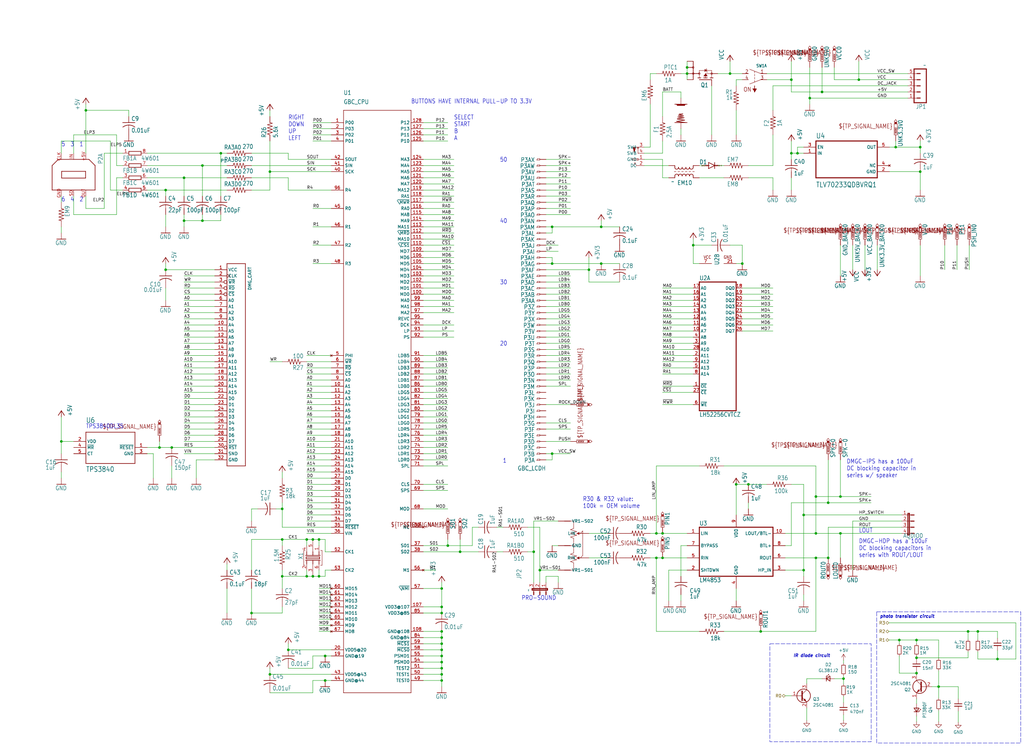
<source format=kicad_sch>
(kicad_sch (version 20231120) (generator "eeschema") (generator_version "8.0")
  (paper "User" 423.977 309.093)
  (lib_symbols
    (symbol "2N2219_1" (pin_names (offset 0) hide)
      (property "Reference" "Q3" (at 3.81 -0.1158 0))
      (property "Value" "2SC4081" (at 3.81 -2.54 0))
      (symbol "2N2219_1_1_1"
        (pin passive line (at -5.08 1.27 0) (length 2.54) (name "E") (number "1"))
        (pin passive line (at 1.27 -3.81 90) (length 2.54) (name "B") (number "2"))
        (pin passive line (at 1.27 6.35 270) (length 2.54) (name "C") (number "3"))
      )
    )
    (symbol "DMGC-CPU-01_2-5-eagle-import:+3V3" (power)
      (symbol "+3V3_1_0"
        (pin power_in line (at 0 -2.54 90) (length 2.54) (name "+3V3") (number "1"))
      )
    )
    (symbol "DMGC-CPU-01_2-5-eagle-import:+5V" (power)
      (symbol "+5V_1_0"
        (pin power_in line (at 0 -2.54 90) (length 2.54) (name "+5V") (number "1"))
      )
    )
    (symbol "DMGC-CPU-01_2-5-eagle-import:4R-NEXB38V"
      (property "Reference" "RN" (at -5.08 -3.048 0))
      (symbol "4R-NEXB38V_1_0"
        (pin passive line (at -5.08 0 0) (length 2.54) (name "1") (number "1"))
        (pin passive line (at 5.08 0 180) (length 2.54) (name "2") (number "8"))
      )
      (symbol "4R-NEXB38V_2_0"
        (pin passive line (at -5.08 0 0) (length 2.54) (name "1") (number "2"))
        (pin passive line (at 5.08 0 180) (length 2.54) (name "2") (number "7"))
      )
      (symbol "4R-NEXB38V_3_0"
        (pin passive line (at -5.08 0 0) (length 2.54) (name "1") (number "3"))
        (pin passive line (at 5.08 0 180) (length 2.54) (name "2") (number "6"))
      )
      (symbol "4R-NEXB38V_4_0"
        (pin passive line (at -5.08 0 0) (length 2.54) (name "1") (number "4"))
        (pin passive line (at 5.08 0 180) (length 2.54) (name "2") (number "5"))
      )
    )
    (symbol "DMGC-CPU-01_2-5-eagle-import:8.388608MHZ-4-PAD"
      (property "Reference" "X" (at -3.81 7.62 0))
      (symbol "8.388608MHZ-4-PAD_1_0"
        (pin passive line (at -5.08 2.54 0) (length 2.54) (name "1") (number "1"))
        (pin passive line (at 5.08 -2.54 180) (length 2.54) (name "2") (number "2"))
        (pin passive line (at 7.62 0 180) (length 5.08) (name "3") (number "3"))
        (pin passive line (at -5.08 -2.54 0) (length 2.54) (name "4") (number "4"))
        (pin passive line (at -7.62 0 0) (length 5.08) (name "5") (number "5"))
        (pin passive line (at 5.08 2.54 180) (length 2.54) (name "6") (number "6"))
      )
    )
    (symbol "DMGC-CPU-01_2-5-eagle-import:ACM4532-801-2PA"
      (property "Reference" "TR" (at -6.604 4.572 0))
      (symbol "ACM4532-801-2PA_1_0"
        (pin passive line (at -7.62 2.54 0) (length 2.54) (name "1") (number "1"))
        (pin passive line (at -7.62 -2.54 0) (length 2.54) (name "2") (number "2"))
        (pin passive line (at 5.08 -2.54 180) (length 2.54) (name "3") (number "3"))
        (pin passive line (at 5.08 2.54 180) (length 2.54) (name "4") (number "4"))
      )
    )
    (symbol "DMGC-CPU-01_2-5-eagle-import:C-USC0603"
      (property "Reference" "C" (at 1.016 0.635 0))
      (symbol "C-USC0603_1_0"
        (pin passive line (at 0 2.54 270) (length 2.54) (name "1") (number "1"))
        (pin passive line (at 0 -5.08 90) (length 2.54) (name "2") (number "2"))
      )
    )
    (symbol "DMGC-CPU-01_2-5-eagle-import:CGRM400-G"
      (property "Reference" "D" (at 2.54 0.4826 0))
      (symbol "CGRM400-G_1_0"
        (text "SpiceOrder 1" (at -2.54 0 0) (effects (font (size 0.4064 0.3454))))
        (text "SpiceOrder 2" (at 2.54 0 0) (effects (font (size 0.4064 0.3454))))
        (pin passive line (at -2.54 0 0) (length 0) (name "A") (number "A"))
        (pin passive line (at 2.54 0 180) (length 0) (name "C") (number "C"))
      )
    )
    (symbol "DMGC-CPU-01_2-5-eagle-import:DMG_BAT_NEG"
      (symbol "DMG_BAT_NEG_1_0"
        (pin bidirectional line (at -2.54 0 0) (length 2.54) (name "P$1") (number "P$1"))
      )
    )
    (symbol "DMGC-CPU-01_2-5-eagle-import:DMG_BAT_POS"
      (symbol "DMG_BAT_POS_1_0"
        (pin bidirectional line (at -2.54 0 0) (length 2.54) (name "P$1") (number "P$1"))
      )
    )
    (symbol "DMGC-CPU-01_2-5-eagle-import:DMG_CART"
      (symbol "DMG_CART_1_0"
        (pin power_in line (at -5.08 38.1 0) (length 5.08) (name "VCC") (number "1"))
        (pin output line (at -5.08 15.24 0) (length 5.08) (name "A4") (number "10"))
        (pin output line (at -5.08 12.7 0) (length 5.08) (name "A5") (number "11"))
        (pin output line (at -5.08 10.16 0) (length 5.08) (name "A6") (number "12"))
        (pin output line (at -5.08 7.62 0) (length 5.08) (name "A7") (number "13"))
        (pin output line (at -5.08 5.08 0) (length 5.08) (name "A8") (number "14"))
        (pin output line (at -5.08 2.54 0) (length 5.08) (name "A9") (number "15"))
        (pin output line (at -5.08 0 0) (length 5.08) (name "A10") (number "16"))
        (pin output line (at -5.08 -2.54 0) (length 5.08) (name "A11") (number "17"))
        (pin output line (at -5.08 -5.08 0) (length 5.08) (name "A12") (number "18"))
        (pin output line (at -5.08 -7.62 0) (length 5.08) (name "A13") (number "19"))
        (pin input clock (at -5.08 35.56 0) (length 5.08) (name "CLK") (number "2"))
        (pin output line (at -5.08 -10.16 0) (length 5.08) (name "A14") (number "20"))
        (pin output line (at -5.08 -12.7 0) (length 5.08) (name "A15") (number "21"))
        (pin bidirectional line (at -5.08 -15.24 0) (length 5.08) (name "D0") (number "22"))
        (pin bidirectional line (at -5.08 -17.78 0) (length 5.08) (name "D1") (number "23"))
        (pin bidirectional line (at -5.08 -20.32 0) (length 5.08) (name "D2") (number "24"))
        (pin bidirectional line (at -5.08 -22.86 0) (length 5.08) (name "D3") (number "25"))
        (pin bidirectional line (at -5.08 -25.4 0) (length 5.08) (name "D4") (number "26"))
        (pin bidirectional line (at -5.08 -27.94 0) (length 5.08) (name "D5") (number "27"))
        (pin bidirectional line (at -5.08 -30.48 0) (length 5.08) (name "D6") (number "28"))
        (pin bidirectional line (at -5.08 -33.02 0) (length 5.08) (name "D7") (number "29"))
        (pin output inverted (at -5.08 33.02 0) (length 5.08) (name "~{WR}") (number "3"))
        (pin output inverted (at -5.08 -35.56 0) (length 5.08) (name "~{RST}") (number "30"))
        (pin input line (at -5.08 -38.1 0) (length 5.08) (name "SND") (number "31"))
        (pin power_in line (at -5.08 -40.64 0) (length 5.08) (name "GND") (number "32"))
        (pin output inverted (at -5.08 30.48 0) (length 5.08) (name "~{RD}") (number "4"))
        (pin output inverted (at -5.08 27.94 0) (length 5.08) (name "~{CS}") (number "5"))
        (pin output line (at -5.08 25.4 0) (length 5.08) (name "A0") (number "6"))
        (pin output line (at -5.08 22.86 0) (length 5.08) (name "A1") (number "7"))
        (pin output line (at -5.08 20.32 0) (length 5.08) (name "A2") (number "8"))
        (pin output line (at -5.08 17.78 0) (length 5.08) (name "A3") (number "9"))
      )
    )
    (symbol "DMGC-CPU-01_2-5-eagle-import:DMG_DCJACK"
      (symbol "DMG_DCJACK_1_0"
        (pin bidirectional line (at 2.54 0 180) (length 2.54) (name "GND") (number "1"))
        (pin bidirectional line (at 2.54 -2.54 180) (length 2.54) (name "DC") (number "2"))
        (pin bidirectional line (at 2.54 5.08 180) (length 2.54) (name "SWA") (number "3"))
        (pin bidirectional line (at 2.54 2.54 180) (length 2.54) (name "SWB") (number "4"))
      )
    )
    (symbol "DMGC-CPU-01_2-5-eagle-import:DMG_EXTDMG-LINK"
      (symbol "DMG_EXTDMG-LINK_1_0"
        (pin bidirectional line (at -7.62 5.08 0) (length 2.54) (name "+5V") (number "+5V"))
        (pin bidirectional line (at -7.62 -5.08 0) (length 2.54) (name "CLK") (number "CLK"))
        (pin bidirectional line (at 10.16 -5.08 180) (length 2.54) (name "GND") (number "GND"))
        (pin bidirectional line (at -7.62 0 0) (length 2.54) (name "IN") (number "IN"))
        (pin bidirectional line (at 10.16 5.08 180) (length 2.54) (name "OUT") (number "OUT"))
        (pin bidirectional line (at 10.16 0 180) (length 2.54) (name "SD") (number "SD"))
      )
      (symbol "DMG_EXTDMG-LINK_2_0"
        (pin power_in line (at 0 7.62 270) (length 5.08) (name "GND") (number "SHIELD"))
      )
      (symbol "DMG_EXTDMG-LINK_3_0"
        (pin power_in line (at 0 7.62 270) (length 5.08) (name "GND") (number "SHIELD1"))
      )
    )
    (symbol "DMGC-CPU-01_2-5-eagle-import:DMG_SW"
      (symbol "DMG_SW_1_0"
        (text "1" (at -3.81 0 0) (effects (font (size 1.4224 1.209)) (justify left bottom)))
        (text "2" (at 2.54 0 0) (effects (font (size 1.4224 1.209)) (justify left bottom)))
        (text "3" (at -3.81 -2.54 0) (effects (font (size 1.4224 1.209)) (justify left bottom)))
        (text "4" (at 2.54 -2.54 0) (effects (font (size 1.4224 1.209)) (justify left bottom)))
        (text "ON" (at 1.27 -7.62 0) (effects (font (size 1.778 1.5113)) (justify left bottom)))
        (pin bidirectional line (at -5.08 0 0) (length 2.54) (name "1") (number "P$1"))
        (pin bidirectional line (at 5.08 0 180) (length 2.54) (name "2") (number "P$2"))
        (pin bidirectional line (at -5.08 -2.54 0) (length 2.54) (name "3") (number "P$3"))
        (pin bidirectional line (at 5.08 -2.54 180) (length 2.54) (name "4") (number "P$4"))
      )
      (symbol "DMG_SW_2_0"
        (pin power_in line (at 0 7.62 270) (length 5.08) (name "GND") (number "P$7"))
      )
      (symbol "DMG_SW_3_0"
        (pin power_in line (at 0 7.62 270) (length 5.08) (name "GND") (number "P$8"))
      )
    )
    (symbol "DMGC-CPU-01_2-5-eagle-import:DMG_VOL"
      (symbol "DMG_VOL_1_0"
        (pin bidirectional line (at -7.62 0 0) (length 5.08) (name "GND") (number "P$1"))
        (pin bidirectional line (at 5.08 -5.08 180) (length 5.08) (name "RIN") (number "P$2"))
        (pin bidirectional line (at 5.08 5.08 180) (length 5.08) (name "LIN") (number "P$3"))
        (pin bidirectional line (at -7.62 10.16 0) (length 5.08) (name "VR1-S02") (number "P$4"))
        (pin bidirectional line (at -7.62 -10.16 0) (length 5.08) (name "VR1-S01") (number "P$5"))
      )
      (symbol "DMG_VOL_2_0"
        (pin power_in line (at 0 7.62 270) (length 5.08) (name "GND") (number "P$6"))
      )
      (symbol "DMG_VOL_3_0"
        (pin power_in line (at 0 7.62 270) (length 5.08) (name "GND") (number "P$7"))
      )
    )
    (symbol "DMGC-CPU-01_2-5-eagle-import:GBC_CPU"
      (property "Reference" "IC" (at -15.24 128.27 0))
      (symbol "GBC_CPU_1_0"
        (pin input line (at -20.32 116.84 0) (length 5.08) (name "P00") (number "1"))
        (pin output line (at -20.32 7.62 0) (length 5.08) (name "A1") (number "10"))
        (pin bidirectional line (at 17.78 45.72 180) (length 5.08) (name "MD0") (number "100"))
        (pin bidirectional line (at 17.78 48.26 180) (length 5.08) (name "MD1") (number "101"))
        (pin bidirectional line (at 17.78 50.8 180) (length 5.08) (name "MD2") (number "102"))
        (pin bidirectional line (at 17.78 53.34 180) (length 5.08) (name "MD3") (number "103"))
        (pin bidirectional line (at 17.78 55.88 180) (length 5.08) (name "MD4") (number "104"))
        (pin bidirectional line (at 17.78 58.42 180) (length 5.08) (name "MD5") (number "105"))
        (pin bidirectional line (at 17.78 60.96 180) (length 5.08) (name "MD6") (number "106"))
        (pin power_in line (at 17.78 -83.82 180) (length 5.08) (name "VDD3@107") (number "107"))
        (pin power_in line (at 17.78 -93.98 180) (length 5.08) (name "GND@108") (number "108"))
        (pin bidirectional line (at 17.78 63.5 180) (length 5.08) (name "MD7") (number "109"))
        (pin output line (at -20.32 5.08 0) (length 5.08) (name "A2") (number "11"))
        (pin bidirectional line (at 17.78 66.04 180) (length 5.08) (name "~{\\CS1}") (number "110"))
        (pin bidirectional line (at 17.78 68.58 180) (length 5.08) (name "MA10") (number "111"))
        (pin bidirectional line (at 17.78 71.12 180) (length 5.08) (name "~{\\MRD}") (number "112"))
        (pin bidirectional line (at 17.78 73.66 180) (length 5.08) (name "MA11") (number "113"))
        (pin bidirectional line (at 17.78 76.2 180) (length 5.08) (name "MA9") (number "114"))
        (pin bidirectional line (at 17.78 78.74 180) (length 5.08) (name "MA8") (number "115"))
        (pin bidirectional line (at 17.78 81.28 180) (length 5.08) (name "RA0") (number "116"))
        (pin bidirectional line (at 17.78 83.82 180) (length 5.08) (name "~{\\MWR}") (number "117"))
        (pin bidirectional line (at 17.78 86.36 180) (length 5.08) (name "RA1") (number "118"))
        (pin bidirectional line (at 17.78 88.9 180) (length 5.08) (name "MA12") (number "119"))
        (pin output line (at -20.32 2.54 0) (length 5.08) (name "A3") (number "12"))
        (pin bidirectional line (at 17.78 91.44 180) (length 5.08) (name "MA7") (number "120"))
        (pin bidirectional line (at 17.78 93.98 180) (length 5.08) (name "MA6") (number "121"))
        (pin bidirectional line (at 17.78 96.52 180) (length 5.08) (name "MA5") (number "122"))
        (pin bidirectional line (at 17.78 99.06 180) (length 5.08) (name "MA4") (number "123"))
        (pin bidirectional line (at 17.78 101.6 180) (length 5.08) (name "MA3") (number "124"))
        (pin input line (at 17.78 109.22 180) (length 5.08) (name "P10") (number "125"))
        (pin input line (at 17.78 111.76 180) (length 5.08) (name "P11") (number "126"))
        (pin input line (at 17.78 114.3 180) (length 5.08) (name "P13") (number "127"))
        (pin input line (at 17.78 116.84 180) (length 5.08) (name "P12") (number "128"))
        (pin output line (at -20.32 0 0) (length 5.08) (name "A4") (number "13"))
        (pin output line (at -20.32 -2.54 0) (length 5.08) (name "A5") (number "14"))
        (pin output line (at -20.32 -5.08 0) (length 5.08) (name "A6") (number "15"))
        (pin output line (at -20.32 -7.62 0) (length 5.08) (name "A7") (number "16"))
        (pin output line (at -20.32 -10.16 0) (length 5.08) (name "A8") (number "17"))
        (pin output line (at -20.32 -12.7 0) (length 5.08) (name "A9") (number "18"))
        (pin power_in line (at -20.32 -104.14 0) (length 5.08) (name "GND@19") (number "19"))
        (pin input line (at -20.32 114.3 0) (length 5.08) (name "P03") (number "2"))
        (pin power_in line (at -20.32 -101.6 0) (length 5.08) (name "VDD5@20") (number "20"))
        (pin output line (at -20.32 -15.24 0) (length 5.08) (name "A10") (number "21"))
        (pin output line (at -20.32 -17.78 0) (length 5.08) (name "A11") (number "22"))
        (pin output line (at -20.32 -20.32 0) (length 5.08) (name "A12") (number "23"))
        (pin output line (at -20.32 -22.86 0) (length 5.08) (name "A13") (number "24"))
        (pin output line (at -20.32 -25.4 0) (length 5.08) (name "A14") (number "25"))
        (pin output line (at -20.32 -27.94 0) (length 5.08) (name "A15") (number "26"))
        (pin bidirectional line (at -20.32 -30.48 0) (length 5.08) (name "D0") (number "27"))
        (pin bidirectional line (at -20.32 -33.02 0) (length 5.08) (name "D1") (number "28"))
        (pin bidirectional line (at -20.32 -35.56 0) (length 5.08) (name "D2") (number "29"))
        (pin input line (at -20.32 111.76 0) (length 5.08) (name "P02") (number "3"))
        (pin bidirectional line (at -20.32 -38.1 0) (length 5.08) (name "D3") (number "30"))
        (pin bidirectional line (at -20.32 -40.64 0) (length 5.08) (name "D4") (number "31"))
        (pin bidirectional line (at -20.32 -43.18 0) (length 5.08) (name "D5") (number "32"))
        (pin bidirectional line (at -20.32 -45.72 0) (length 5.08) (name "D6") (number "33"))
        (pin bidirectional line (at -20.32 -48.26 0) (length 5.08) (name "D7") (number "34"))
        (pin output line (at -20.32 -50.8 0) (length 5.08) (name "~{RESET}") (number "35"))
        (pin output line (at -20.32 -53.34 0) (length 5.08) (name "VIN") (number "36"))
        (pin output line (at 17.78 -58.42 180) (length 5.08) (name "S01") (number "37"))
        (pin output line (at 17.78 -60.96 180) (length 5.08) (name "S02") (number "38"))
        (pin no_connect line (at 17.78 -50.8 180) (length 5.08) (name "NC") (number "39"))
        (pin input line (at -20.32 109.22 0) (length 5.08) (name "P01") (number "4"))
        (pin output line (at -20.32 96.52 0) (length 5.08) (name "SCK") (number "40"))
        (pin input line (at -20.32 99.06 0) (length 5.08) (name "SIN") (number "41"))
        (pin output line (at -20.32 101.6 0) (length 5.08) (name "SOUT") (number "42"))
        (pin power_in line (at -20.32 -111.76 0) (length 5.08) (name "VDD5@43") (number "43"))
        (pin power_in line (at -20.32 -114.3 0) (length 5.08) (name "GND@44") (number "44"))
        (pin output line (at -20.32 81.28 0) (length 5.08) (name "R0") (number "45"))
        (pin output line (at -20.32 73.66 0) (length 5.08) (name "R1") (number "46"))
        (pin input line (at -20.32 66.04 0) (length 5.08) (name "R2") (number "47"))
        (pin input line (at -20.32 58.42 0) (length 5.08) (name "R3") (number "48"))
        (pin input line (at 17.78 -114.3 180) (length 5.08) (name "TEST0") (number "49"))
        (pin no_connect line (at -20.32 20.32 0) (length 5.08) (name "PHI") (number "5"))
        (pin input line (at 17.78 -111.76 180) (length 5.08) (name "TEST1") (number "50"))
        (pin input line (at 17.78 -109.22 180) (length 5.08) (name "TEST2") (number "51"))
        (pin bidirectional line (at -20.32 -60.96 0) (length 5.08) (name "CK1") (number "52"))
        (pin bidirectional line (at -20.32 -68.58 0) (length 5.08) (name "CK2") (number "53"))
        (pin input line (at 17.78 -106.68 180) (length 5.08) (name "PSMD0") (number "54"))
        (pin input line (at 17.78 -104.14 180) (length 5.08) (name "PSMD1") (number "55"))
        (pin no_connect line (at 17.78 -68.58 180) (length 5.08) (name "M1") (number "56"))
        (pin input line (at 17.78 -76.2 180) (length 5.08) (name "~{\\NMI}") (number "57"))
        (pin input line (at 17.78 -101.6 180) (length 5.08) (name "~{MCS0}") (number "58"))
        (pin input line (at 17.78 -99.06 180) (length 5.08) (name "~{MCS1}") (number "59"))
        (pin output line (at -20.32 17.78 0) (length 5.08) (name "~{WR}") (number "6"))
        (pin no_connect line (at -20.32 -76.2 0) (length 5.08) (name "MD15") (number "60"))
        (pin no_connect line (at -20.32 -78.74 0) (length 5.08) (name "MD14") (number "61"))
        (pin no_connect line (at -20.32 -81.28 0) (length 5.08) (name "MD13") (number "62"))
        (pin no_connect line (at -20.32 -83.82 0) (length 5.08) (name "MD12") (number "63"))
        (pin no_connect line (at -20.32 -86.36 0) (length 5.08) (name "MD11") (number "64"))
        (pin no_connect line (at -20.32 -88.9 0) (length 5.08) (name "MD10") (number "65"))
        (pin no_connect line (at -20.32 -91.44 0) (length 5.08) (name "MD9") (number "66"))
        (pin no_connect line (at -20.32 -93.98 0) (length 5.08) (name "MD8") (number "67"))
        (pin bidirectional line (at 17.78 -43.18 180) (length 5.08) (name "MOD") (number "68"))
        (pin bidirectional line (at 17.78 -35.56 180) (length 5.08) (name "SPS") (number "69"))
        (pin output line (at -20.32 15.24 0) (length 5.08) (name "~{RD}") (number "7"))
        (pin bidirectional line (at 17.78 -33.02 180) (length 5.08) (name "CLS") (number "70"))
        (pin bidirectional line (at 17.78 -25.4 180) (length 5.08) (name "SPL") (number "71"))
        (pin bidirectional line (at 17.78 -22.86 180) (length 5.08) (name "LDR0") (number "72"))
        (pin bidirectional line (at 17.78 -20.32 180) (length 5.08) (name "LDR1") (number "73"))
        (pin bidirectional line (at 17.78 -17.78 180) (length 5.08) (name "LDR2") (number "74"))
        (pin bidirectional line (at 17.78 -15.24 180) (length 5.08) (name "LDR3") (number "75"))
        (pin bidirectional line (at 17.78 -12.7 180) (length 5.08) (name "LDR4") (number "76"))
        (pin bidirectional line (at 17.78 -10.16 180) (length 5.08) (name "LDR5") (number "77"))
        (pin bidirectional line (at 17.78 -7.62 180) (length 5.08) (name "LDG0") (number "78"))
        (pin bidirectional line (at 17.78 -5.08 180) (length 5.08) (name "LDG1") (number "79"))
        (pin output line (at -20.32 12.7 0) (length 5.08) (name "~{CS}") (number "8"))
        (pin bidirectional line (at 17.78 -2.54 180) (length 5.08) (name "LDG2") (number "80"))
        (pin bidirectional line (at 17.78 0 180) (length 5.08) (name "LDG3") (number "81"))
        (pin bidirectional line (at 17.78 2.54 180) (length 5.08) (name "LDG4") (number "82"))
        (pin bidirectional line (at 17.78 5.08 180) (length 5.08) (name "LDG5") (number "83"))
        (pin power_in line (at 17.78 -96.52 180) (length 5.08) (name "GND@84") (number "84"))
        (pin power_in line (at 17.78 -86.36 180) (length 5.08) (name "VDD3@85") (number "85"))
        (pin bidirectional line (at 17.78 7.62 180) (length 5.08) (name "LDB0") (number "86"))
        (pin bidirectional line (at 17.78 10.16 180) (length 5.08) (name "LDB1") (number "87"))
        (pin bidirectional line (at 17.78 12.7 180) (length 5.08) (name "LDB2") (number "88"))
        (pin bidirectional line (at 17.78 15.24 180) (length 5.08) (name "LDB3") (number "89"))
        (pin output line (at -20.32 10.16 0) (length 5.08) (name "A0") (number "9"))
        (pin bidirectional line (at 17.78 17.78 180) (length 5.08) (name "LDB4") (number "90"))
        (pin bidirectional line (at 17.78 20.32 180) (length 5.08) (name "LDB5") (number "91"))
        (pin bidirectional line (at 17.78 27.94 180) (length 5.08) (name "PS") (number "92"))
        (pin bidirectional line (at 17.78 30.48 180) (length 5.08) (name "LP") (number "93"))
        (pin bidirectional line (at 17.78 33.02 180) (length 5.08) (name "DCK") (number "94"))
        (pin bidirectional line (at 17.78 35.56 180) (length 5.08) (name "REVC") (number "95"))
        (pin bidirectional line (at -20.32 88.9 0) (length 5.08) (name "R4") (number "96"))
        (pin bidirectional line (at 17.78 38.1 180) (length 5.08) (name "MA2") (number "97"))
        (pin bidirectional line (at 17.78 40.64 180) (length 5.08) (name "MA1") (number "98"))
        (pin bidirectional line (at 17.78 43.18 180) (length 5.08) (name "MA0") (number "99"))
      )
    )
    (symbol "DMGC-CPU-01_2-5-eagle-import:GBC_LCDH"
      (property "Reference" "X" (at 2.032 -0.762 0))
      (symbol "GBC_LCDH_1_0"
        (pin passive line (at -2.54 0 0) (length 2.54) (name "1") (number "1"))
      )
      (symbol "GBC_LCDH_2_0"
        (pin passive line (at -2.54 0 0) (length 2.54) (name "1") (number "2"))
      )
      (symbol "GBC_LCDH_3_0"
        (pin passive line (at -2.54 0 0) (length 2.54) (name "1") (number "3"))
      )
      (symbol "GBC_LCDH_4_0"
        (pin passive line (at -2.54 0 0) (length 2.54) (name "1") (number "4"))
      )
      (symbol "GBC_LCDH_5_0"
        (pin passive line (at -2.54 0 0) (length 2.54) (name "1") (number "5"))
      )
      (symbol "GBC_LCDH_6_0"
        (pin passive line (at -2.54 0 0) (length 2.54) (name "1") (number "6"))
      )
      (symbol "GBC_LCDH_7_0"
        (pin passive line (at -2.54 0 0) (length 2.54) (name "1") (number "7"))
      )
      (symbol "GBC_LCDH_8_0"
        (pin passive line (at -2.54 0 0) (length 2.54) (name "1") (number "8"))
      )
      (symbol "GBC_LCDH_9_0"
        (pin passive line (at -2.54 0 0) (length 2.54) (name "1") (number "9"))
      )
      (symbol "GBC_LCDH_10_0"
        (pin passive line (at -2.54 0 0) (length 2.54) (name "1") (number "10"))
      )
      (symbol "GBC_LCDH_11_0"
        (pin passive line (at -2.54 0 0) (length 2.54) (name "1") (number "11"))
      )
      (symbol "GBC_LCDH_12_0"
        (pin passive line (at -2.54 0 0) (length 2.54) (name "1") (number "12"))
      )
      (symbol "GBC_LCDH_13_0"
        (pin passive line (at -2.54 0 0) (length 2.54) (name "1") (number "13"))
      )
      (symbol "GBC_LCDH_14_0"
        (pin passive line (at -2.54 0 0) (length 2.54) (name "1") (number "14"))
      )
      (symbol "GBC_LCDH_15_0"
        (pin passive line (at -2.54 0 0) (length 2.54) (name "1") (number "15"))
      )
      (symbol "GBC_LCDH_16_0"
        (pin passive line (at -2.54 0 0) (length 2.54) (name "1") (number "16"))
      )
      (symbol "GBC_LCDH_17_0"
        (pin passive line (at -2.54 0 0) (length 2.54) (name "1") (number "17"))
      )
      (symbol "GBC_LCDH_18_0"
        (pin passive line (at -2.54 0 0) (length 2.54) (name "1") (number "18"))
      )
      (symbol "GBC_LCDH_19_0"
        (pin passive line (at -2.54 0 0) (length 2.54) (name "1") (number "19"))
      )
      (symbol "GBC_LCDH_20_0"
        (pin passive line (at -2.54 0 0) (length 2.54) (name "1") (number "20"))
      )
      (symbol "GBC_LCDH_21_0"
        (pin passive line (at -2.54 0 0) (length 2.54) (name "1") (number "21"))
      )
      (symbol "GBC_LCDH_22_0"
        (pin passive line (at -2.54 0 0) (length 2.54) (name "1") (number "22"))
      )
      (symbol "GBC_LCDH_23_0"
        (pin passive line (at -2.54 0 0) (length 2.54) (name "1") (number "23"))
      )
      (symbol "GBC_LCDH_24_0"
        (pin passive line (at -2.54 0 0) (length 2.54) (name "1") (number "24"))
      )
      (symbol "GBC_LCDH_25_0"
        (pin passive line (at -2.54 0 0) (length 2.54) (name "1") (number "25"))
      )
      (symbol "GBC_LCDH_26_0"
        (pin passive line (at -2.54 0 0) (length 2.54) (name "1") (number "26"))
      )
      (symbol "GBC_LCDH_27_0"
        (pin passive line (at -2.54 0 0) (length 2.54) (name "1") (number "27"))
      )
      (symbol "GBC_LCDH_28_0"
        (pin passive line (at -2.54 0 0) (length 2.54) (name "1") (number "28"))
      )
      (symbol "GBC_LCDH_29_0"
        (pin passive line (at -2.54 0 0) (length 2.54) (name "1") (number "29"))
      )
      (symbol "GBC_LCDH_30_0"
        (pin passive line (at -2.54 0 0) (length 2.54) (name "1") (number "30"))
      )
      (symbol "GBC_LCDH_31_0"
        (pin passive line (at -2.54 0 0) (length 2.54) (name "1") (number "31"))
      )
      (symbol "GBC_LCDH_32_0"
        (pin passive line (at -2.54 0 0) (length 2.54) (name "1") (number "32"))
      )
      (symbol "GBC_LCDH_33_0"
        (pin passive line (at -2.54 0 0) (length 2.54) (name "1") (number "33"))
      )
      (symbol "GBC_LCDH_34_0"
        (pin passive line (at -2.54 0 0) (length 2.54) (name "1") (number "34"))
      )
      (symbol "GBC_LCDH_35_0"
        (pin passive line (at -2.54 0 0) (length 2.54) (name "1") (number "35"))
      )
      (symbol "GBC_LCDH_36_0"
        (pin passive line (at -2.54 0 0) (length 2.54) (name "1") (number "36"))
      )
      (symbol "GBC_LCDH_37_0"
        (pin passive line (at -2.54 0 0) (length 2.54) (name "1") (number "37"))
      )
      (symbol "GBC_LCDH_38_0"
        (pin passive line (at -2.54 0 0) (length 2.54) (name "1") (number "38"))
      )
      (symbol "GBC_LCDH_39_0"
        (pin passive line (at -2.54 0 0) (length 2.54) (name "1") (number "39"))
      )
      (symbol "GBC_LCDH_40_0"
        (pin passive line (at -2.54 0 0) (length 2.54) (name "1") (number "40"))
      )
      (symbol "GBC_LCDH_41_0"
        (pin passive line (at -2.54 0 0) (length 2.54) (name "1") (number "41"))
      )
      (symbol "GBC_LCDH_42_0"
        (pin passive line (at -2.54 0 0) (length 2.54) (name "1") (number "42"))
      )
      (symbol "GBC_LCDH_43_0"
        (pin passive line (at -2.54 0 0) (length 2.54) (name "1") (number "43"))
      )
      (symbol "GBC_LCDH_44_0"
        (pin passive line (at -2.54 0 0) (length 2.54) (name "1") (number "44"))
      )
      (symbol "GBC_LCDH_45_0"
        (pin passive line (at -2.54 0 0) (length 2.54) (name "1") (number "45"))
      )
      (symbol "GBC_LCDH_46_0"
        (pin passive line (at -2.54 0 0) (length 2.54) (name "1") (number "46"))
      )
      (symbol "GBC_LCDH_47_0"
        (pin passive line (at -2.54 0 0) (length 2.54) (name "1") (number "47"))
      )
      (symbol "GBC_LCDH_48_0"
        (pin passive line (at -2.54 0 0) (length 2.54) (name "1") (number "48"))
      )
      (symbol "GBC_LCDH_49_0"
        (pin passive line (at -2.54 0 0) (length 2.54) (name "1") (number "49"))
      )
      (symbol "GBC_LCDH_50_0"
        (pin passive line (at -2.54 0 0) (length 2.54) (name "1") (number "50"))
      )
    )
    (symbol "DMGC-CPU-01_2-5-eagle-import:GND" (power)
      (symbol "GND_1_0"
        (pin power_in line (at 0 2.54 270) (length 2.54) (name "GND") (number "1"))
      )
    )
    (symbol "DMGC-CPU-01_2-5-eagle-import:JP2E"
      (property "Reference" "JP" (at -3.81 0 90))
      (symbol "JP2E_1_0"
        (pin passive line (at -2.54 -2.54 90) (length 2.54) (name "1") (number "1"))
        (pin passive line (at 0 -2.54 90) (length 2.54) (name "2") (number "2"))
        (pin passive line (at 2.54 -2.54 90) (length 2.54) (name "3") (number "3"))
      )
    )
    (symbol "DMGC-CPU-01_2-5-eagle-import:JP4E"
      (property "Reference" "JP" (at -3.81 0 90))
      (symbol "JP4E_1_0"
        (pin passive line (at -2.54 -2.54 90) (length 2.54) (name "1") (number "1"))
        (pin passive line (at 0 -2.54 90) (length 2.54) (name "2") (number "2"))
        (pin passive line (at 2.54 -2.54 90) (length 2.54) (name "3") (number "3"))
        (pin passive line (at 5.08 -2.54 90) (length 2.54) (name "4") (number "4"))
      )
    )
    (symbol "DMGC-CPU-01_2-5-eagle-import:JP5"
      (property "Reference" "JP" (at -7.62 0 90))
      (symbol "JP5_1_0"
        (pin passive line (at -5.08 7.62 270) (length 2.54) (name "1") (number "1"))
        (pin passive line (at -2.54 7.62 270) (length 2.54) (name "2") (number "2"))
        (pin passive line (at 0 7.62 270) (length 2.54) (name "3") (number "3"))
        (pin passive line (at 2.54 7.62 270) (length 2.54) (name "4") (number "4"))
        (pin passive line (at 5.08 7.62 270) (length 2.54) (name "5") (number "5"))
      )
    )
    (symbol "DMGC-CPU-01_2-5-eagle-import:LH52256CVTZ"
      (property "Reference" "IC" (at -0.635 -0.635 0))
      (symbol "LH52256CVTZ_1_0"
        (pin input line (at -10.16 -17.78 0) (length 2.54) (name "~{OE}") (number "1"))
        (pin input line (at -10.16 5.08 0) (length 2.54) (name "A7") (number "10"))
        (pin input line (at -10.16 7.62 0) (length 2.54) (name "A6") (number "11"))
        (pin input line (at -10.16 10.16 0) (length 2.54) (name "A5") (number "12"))
        (pin input line (at -10.16 12.7 0) (length 2.54) (name "A4") (number "13"))
        (pin input line (at -10.16 15.24 0) (length 2.54) (name "A3") (number "14"))
        (pin input line (at -10.16 17.78 0) (length 2.54) (name "A2") (number "15"))
        (pin input line (at -10.16 20.32 0) (length 2.54) (name "A1") (number "16"))
        (pin input line (at -10.16 22.86 0) (length 2.54) (name "A0") (number "17"))
        (pin bidirectional line (at 10.16 22.86 180) (length 2.54) (name "DQ0") (number "18"))
        (pin bidirectional line (at 10.16 20.32 180) (length 2.54) (name "DQ1") (number "19"))
        (pin input line (at -10.16 -5.08 0) (length 2.54) (name "A11") (number "2"))
        (pin bidirectional line (at 10.16 17.78 180) (length 2.54) (name "DQ2") (number "20"))
        (pin bidirectional line (at 10.16 15.24 180) (length 2.54) (name "DQ3") (number "22"))
        (pin bidirectional line (at 10.16 12.7 180) (length 2.54) (name "DQ4") (number "23"))
        (pin bidirectional line (at 10.16 10.16 180) (length 2.54) (name "DQ5") (number "24"))
        (pin bidirectional line (at 10.16 7.62 180) (length 2.54) (name "DQ6") (number "25"))
        (pin bidirectional line (at 10.16 5.08 180) (length 2.54) (name "DQ7") (number "26"))
        (pin input line (at -10.16 -20.32 0) (length 2.54) (name "~{CE}") (number "27"))
        (pin input line (at -10.16 -2.54 0) (length 2.54) (name "A10") (number "28"))
        (pin input line (at -10.16 0 0) (length 2.54) (name "A9") (number "3"))
        (pin input line (at -10.16 2.54 0) (length 2.54) (name "A8") (number "4"))
        (pin input line (at -10.16 -10.16 0) (length 2.54) (name "A13") (number "5"))
        (pin input line (at -10.16 -25.4 0) (length 2.54) (name "~{WE}") (number "6"))
        (pin input line (at -10.16 -12.7 0) (length 2.54) (name "A14") (number "8"))
        (pin input line (at -10.16 -7.62 0) (length 2.54) (name "A12") (number "9"))
      )
      (symbol "LH52256CVTZ_2_0"
        (text "GND" (at 1.905 -5.842 900) (effects (font (size 1.27 1.0795)) (justify left bottom)))
        (text "VCC" (at 1.905 2.667 900) (effects (font (size 1.27 1.0795)) (justify left bottom)))
        (pin power_in line (at 0 -7.62 90) (length 5.08) (name "GND") (number "21"))
        (pin power_in line (at 0 7.62 270) (length 5.08) (name "VCC") (number "7"))
      )
    )
    (symbol "DMGC-CPU-01_2-5-eagle-import:LM4853"
      (property "Reference" "IC" (at -20.32 15.875 0))
      (symbol "LM4853_1_0"
        (pin input line (at -20.32 7.62 0) (length 5.08) (name "LIN") (number "1"))
        (pin output line (at 20.32 7.62 180) (length 5.08) (name "LOUT/BTL-") (number "10"))
        (pin input line (at -20.32 -7.62 0) (length 5.08) (name "SHTDWN") (number "2"))
        (pin input line (at 20.32 -7.62 180) (length 5.08) (name "HP_IN") (number "3"))
        (pin power_in line (at 0 -15.24 90) (length 5.08) (name "GND") (number "4"))
        (pin input line (at -20.32 -2.54 0) (length 5.08) (name "RIN") (number "5"))
        (pin output line (at 20.32 -2.54 180) (length 5.08) (name "ROUT") (number "6"))
        (pin bidirectional line (at -20.32 2.54 0) (length 5.08) (name "BYPASS") (number "7"))
        (pin output line (at 20.32 2.54 180) (length 5.08) (name "BTL+") (number "8"))
        (pin power_in line (at 0 15.24 270) (length 5.08) (name "VDD") (number "9"))
      )
    )
    (symbol "DMGC-CPU-01_2-5-eagle-import:PTR1B1,27"
      (property "Reference" "TP" (at -1.016 -6.35 90))
      (symbol "PTR1B1,27_1_0"
        (text "${TP_SIGNAL_NAME}" (at 1.27 -2.54 0) (effects (font (size 1.778 1.5113)) (justify left bottom)))
        (pin input line (at 0 2.54 270) (length 2.54) (name "TP") (number "TP"))
      )
    )
    (symbol "DMGC-CPU-01_2-5-eagle-import:R-US_R0603"
      (property "Reference" "R" (at -3.81 1.4986 0))
      (symbol "R-US_R0603_1_0"
        (pin passive line (at -5.08 0 0) (length 2.54) (name "1") (number "1"))
        (pin passive line (at 5.08 0 180) (length 2.54) (name "2") (number "2"))
      )
    )
    (symbol "DMGC-CPU-01_2-5-eagle-import:R-US_R0805"
      (property "Reference" "R" (at -3.81 1.4986 0))
      (symbol "R-US_R0805_1_0"
        (pin passive line (at -5.08 0 0) (length 2.54) (name "1") (number "1"))
        (pin passive line (at 5.08 0 180) (length 2.54) (name "2") (number "2"))
      )
    )
    (symbol "DMGC-CPU-01_2-5-eagle-import:R-US_R1206"
      (property "Reference" "R" (at -3.81 1.4986 0))
      (symbol "R-US_R1206_1_0"
        (pin passive line (at -5.08 0 0) (length 2.54) (name "1") (number "1"))
        (pin passive line (at 5.08 0 180) (length 2.54) (name "2") (number "2"))
      )
    )
    (symbol "DMGC-CPU-01_2-5-eagle-import:SI1401EDH"
      (property "Reference" "Q" (at -13.97 3.81 0))
      (symbol "SI1401EDH_1_0"
        (pin passive line (at 7.62 7.62 270) (length 2.54) (name "D1") (number "1"))
        (pin passive line (at 5.08 7.62 270) (length 2.54) (name "D2") (number "2"))
        (pin passive line (at -2.54 -2.54 0) (length 2.54) (name "G") (number "3"))
        (pin passive line (at 2.54 -5.08 90) (length 2.54) (name "S") (number "4"))
        (pin passive line (at 2.54 7.62 270) (length 2.54) (name "D5") (number "5"))
        (pin passive line (at 0 7.62 270) (length 2.54) (name "D6") (number "6"))
      )
    )
    (symbol "DMGC-CPU-01_2-5-eagle-import:TLV70233QDBVRQ1"
      (property "Reference" "U" (at -12.7 8.62 0))
      (symbol "TLV70233QDBVRQ1_1_0"
        (pin input line (at -17.78 2.54 0) (length 5.08) (name "IN") (number "1"))
        (pin power_in line (at 17.78 -5.08 180) (length 5.08) (name "GND") (number "2"))
        (pin input line (at -17.78 5.08 0) (length 5.08) (name "EN") (number "3"))
        (pin no_connect line (at 17.78 -2.54 180) (length 5.08) (name "NC") (number "4"))
        (pin output line (at 17.78 5.08 180) (length 5.08) (name "OUT") (number "5"))
      )
    )
    (symbol "DMGC-CPU-01_2-5-eagle-import:TPS3840"
      (symbol "TPS3840_1_0"
        (pin output line (at 15.24 0 180) (length 5.08) (name "~{RESET}") (number "1"))
        (pin power_in line (at -15.24 2.54 0) (length 5.08) (name "VDD") (number "2"))
        (pin power_in line (at 15.24 -2.54 180) (length 5.08) (name "GND") (number "3"))
        (pin input line (at -15.24 0 0) (length 5.08) (name "~{MR}") (number "4"))
        (pin bidirectional line (at -15.24 -2.54 0) (length 5.08) (name "CT") (number "5"))
      )
    )
    (symbol "DMGC-CPU-01_2-5-eagle-import:VCC" (power)
      (symbol "VCC_1_0"
        (pin power_in line (at 0 -2.54 90) (length 2.54) (name "VCC") (number "1"))
      )
    )
    (symbol "Device:C_Small" (pin_numbers hide) (pin_names (offset 0.254) hide)
      (property "Reference" "C" (at 0.254 1.778 0))
      (property "Value" "C_Small" (at 0.254 -2.032 0))
      (symbol "C_Small_1_1"
        (pin passive line (at 0 2.54 270) (length 2.032) (name "~") (number "1"))
        (pin passive line (at 0 -2.54 90) (length 2.032) (name "~") (number "2"))
      )
    )
    (symbol "Device:LED_Small" (pin_numbers hide) (pin_names (offset 0.254) hide)
      (property "Reference" "D" (at -1.27 3.175 0))
      (property "Value" "LED_Small" (at -4.445 -2.54 0))
      (symbol "LED_Small_1_1"
        (pin passive line (at -2.54 0 0) (length 1.778) (name "K") (number "1"))
        (pin passive line (at 2.54 0 180) (length 1.778) (name "A") (number "2"))
      )
    )
    (symbol "Device:R_Small" (pin_numbers hide) (pin_names (offset 0.254) hide)
      (property "Reference" "R" (at 0.762 0.508 0))
      (property "Value" "R_Small" (at 0.762 -1.016 0))
      (symbol "R_Small_1_1"
        (pin passive line (at 0 2.54 270) (length 0.762) (name "~") (number "1"))
        (pin passive line (at 0 -2.54 90) (length 0.762) (name "~") (number "2"))
      )
    )
    (symbol "PTR1B1,27_1"
      (property "Reference" "TP" (at -1.016 -6.35 90))
      (symbol "PTR1B1,27_1_1_0"
        (text "${TP_SIGNAL_NAME}" (at 1.27 -2.54 0) (effects (font (size 1.778 1.5113)) (justify left bottom)))
        (pin input line (at 0 2.54 270) (length 2.54) (name "TP") (number "TP"))
      )
    )
    (symbol "Transistor_BJT:2N2219" (pin_names (offset 0) hide)
      (property "Reference" "Q4" (at -6.35 1.27 0))
      (property "Value" "2SC4081" (at -12.065 -1.27 0))
      (symbol "2N2219_1_1"
        (pin passive line (at -1.27 5.08 270) (length 2.54) (name "E") (number "1"))
        (pin passive line (at 5.08 0 180) (length 2.54) (name "B") (number "2"))
        (pin passive line (at -1.27 -5.08 90) (length 2.54) (name "C") (number "3"))
      )
    )
    (symbol "power:+5V" (power) (pin_names (offset 0))
      (property "Value" "+5V" (at 0 3.556 0))
      (symbol "+5V_1_1"
        (pin power_in line (at 0 0 90) (length 0) hide (name "+5V") (number "1"))
      )
    )
    (symbol "power:GND" (power) (pin_names (offset 0))
      (property "Value" "GND" (at 0 -3.81 0))
      (symbol "GND_1_1"
        (pin power_in line (at 0 0 270) (length 0) hide (name "GND") (number "1"))
      )
    )
  )
  (junction (at 76.2 73.66))
  (junction (at 119.38 269.24))
  (junction (at 284.48 27.94))
  (junction (at 116.84 238.76))
  (junction (at 220.98 228.6))
  (junction (at 228.6 187.96))
  (junction (at 182.88 261.62))
  (junction (at 182.88 254))
  (junction (at 381 60.96))
  (junction (at 190.5 228.6))
  (junction (at 284.48 30.48))
  (junction (at 337.82 231.14))
  (junction (at 248.92 109.22))
  (junction (at 228.6 93.98))
  (junction (at 91.44 63.5))
  (junction (at 127 238.76))
  (junction (at 271.78 220.98))
  (junction (at 327.66 63.5))
  (junction (at 129.54 238.76))
  (junction (at 132.08 238.76))
  (junction (at 182.88 271.78))
  (junction (at 182.88 243.84))
  (junction (at 182.88 269.24))
  (junction (at 182.88 251.46))
  (junction (at 76.2 91.44))
  (junction (at 223.52 236.22))
  (junction (at 337.82 220.98))
  (junction (at 400.812 261.62))
  (junction (at 330.2 63.5))
  (junction (at 342.9 231.14))
  (junction (at 337.82 205.74))
  (junction (at 274.32 220.98))
  (junction (at 304.8 200.66))
  (junction (at 309.88 200.66))
  (junction (at 327.66 33.02))
  (junction (at 379.476 278.892))
  (junction (at 404.876 261.62))
  (junction (at 185.42 226.06))
  (junction (at 68.58 78.74))
  (junction (at 314.96 261.62))
  (junction (at 66.04 185.42))
  (junction (at 413.004 273.05))
  (junction (at 381 71.12))
  (junction (at 274.32 231.14))
  (junction (at 182.88 274.32))
  (junction (at 83.82 91.44))
  (junction (at 372.364 265.176))
  (junction (at 302.26 30.48))
  (junction (at 116.84 210.82))
  (junction (at 379.476 265.176))
  (junction (at 287.02 101.6))
  (junction (at 347.98 220.98))
  (junction (at 25.4 182.88))
  (junction (at 347.98 205.74))
  (junction (at 182.88 266.7))
  (junction (at 104.14 254))
  (junction (at 129.54 223.52))
  (junction (at 342.9 208.28))
  (junction (at 228.6 109.22))
  (junction (at 332.74 236.22))
  (junction (at 370.84 60.96))
  (junction (at 134.62 271.78))
  (junction (at 68.58 111.76))
  (junction (at 134.62 281.94))
  (junction (at 332.74 213.36))
  (junction (at 182.88 264.16))
  (junction (at 182.88 279.4))
  (junction (at 35.56 45.72))
  (junction (at 355.6 33.02))
  (junction (at 182.88 276.86))
  (junction (at 127 223.52))
  (junction (at 307.34 109.22))
  (junction (at 111.76 71.12))
  (junction (at 243.84 111.76))
  (junction (at 83.82 68.58))
  (junction (at 182.88 281.94))
  (junction (at 388.62 284.48))
  (junction (at 349.25 281.178))
  (junction (at 379.476 272.542))
  (junction (at 71.12 185.42))
  (junction (at 132.08 223.52))
  (junction (at 116.84 223.52))
  (junction (at 248.92 93.98))
  (junction (at 111.76 279.4))
  (junction (at 271.78 231.14))
  (junction (at 335.28 40.64))
  (junction (at 340.36 38.1))
  (wire (pts (xy 226.06 175.26) (xy 236.22 175.26)) (stroke (width 0.1524)))
  (wire (pts (xy 137.16 259.08) (xy 132.08 259.08)) (stroke (width 0.1524)))
  (wire (pts (xy 175.26 185.42) (xy 185.42 185.42)) (stroke (width 0.1524)))
  (wire (pts (xy 175.26 236.22) (xy 180.34 236.22)) (stroke (width 0.1524)))
  (wire (pts (xy 182.88 251.46) (xy 182.88 254)) (stroke (width 0.1524)))
  (wire (pts (xy 332.74 200.66) (xy 332.74 213.36)) (stroke (width 0.1524)))
  (wire (pts (xy 226.06 119.38) (xy 236.22 119.38)) (stroke (width 0.1524)))
  (wire (pts (xy 302.26 30.48) (xy 307.34 30.48)) (stroke (width 0.1524)))
  (wire (pts (xy 104.14 63.5) (xy 119.38 63.5)) (stroke (width 0.1524)))
  (wire (pts (xy 104.14 68.58) (xy 137.16 68.58)) (stroke (width 0.1524)))
  (wire (pts (xy 347.98 205.74) (xy 360.68 205.74)) (stroke (width 0.1524)))
  (wire (pts (xy 248.92 93.98) (xy 256.54 93.98)) (stroke (width 0.1524)))
  (wire (pts (xy 175.26 243.84) (xy 182.88 243.84)) (stroke (width 0.1524)))
  (wire (pts (xy 175.26 99.06) (xy 187.96 99.06)) (stroke (width 0.1524)))
  (wire (pts (xy 132.08 238.76) (xy 129.54 238.76)) (stroke (width 0.1524)))
  (wire (pts (xy 337.82 205.74) (xy 337.82 220.98)) (stroke (width 0.1524)))
  (wire (pts (xy 116.84 195.58) (xy 116.84 198.12)) (stroke (width 0.1524)))
  (wire (pts (xy 137.16 162.56) (xy 127 162.56)) (stroke (width 0.1524)))
  (wire (pts (xy 182.88 264.16) (xy 182.88 261.62)) (stroke (width 0.1524)))
  (wire (pts (xy 175.26 88.9) (xy 187.96 88.9)) (stroke (width 0.1524)))
  (wire (pts (xy 137.16 172.72) (xy 127 172.72)) (stroke (width 0.1524)))
  (wire (pts (xy 68.58 78.74) (xy 60.96 78.74)) (stroke (width 0.1524)))
  (wire (pts (xy 274.32 139.7) (xy 287.02 139.7)) (stroke (width 0.1524)))
  (wire (pts (xy 60.96 187.96) (xy 63.5 187.96)) (stroke (width 0.1524)))
  (wire (pts (xy 88.9 152.4) (xy 76.2 152.4)) (stroke (width 0.1524)))
  (wire (pts (xy 30.48 88.9) (xy 48.26 88.9)) (stroke (width 0.1524)))
  (wire (pts (xy 349.25 291.084) (xy 349.25 288.544)))
  (wire (pts (xy 307.34 137.16) (xy 320.04 137.16)) (stroke (width 0.1524)))
  (wire (pts (xy 269.24 33.02) (xy 269.24 30.48)) (stroke (width 0.1524)))
  (wire (pts (xy 137.16 55.88) (xy 129.54 55.88)) (stroke (width 0.1524)))
  (wire (pts (xy 93.98 254) (xy 93.98 243.84)) (stroke (width 0.1524)))
  (wire (pts (xy 274.32 119.38) (xy 287.02 119.38)) (stroke (width 0.1524)))
  (wire (pts (xy 347.98 101.6) (xy 347.98 114.3)) (stroke (width 0.1524)))
  (wire (pts (xy 332.74 238.76) (xy 332.74 236.22)) (stroke (width 0.1524)))
  (wire (pts (xy 116.84 238.76) (xy 127 238.76)) (stroke (width 0.1524)))
  (wire (pts (xy 314.96 261.62) (xy 337.82 261.62)) (stroke (width 0.1524)))
  (wire (pts (xy 137.16 200.66) (xy 127 200.66)) (stroke (width 0.1524)))
  (wire (pts (xy 304.8 45.72) (xy 304.8 55.88)) (stroke (width 0.1524)))
  (wire (pts (xy 88.9 139.7) (xy 76.2 139.7)) (stroke (width 0.1524)))
  (wire (pts (xy 137.16 210.82) (xy 127 210.82)) (stroke (width 0.1524)))
  (wire (pts (xy 175.26 193.04) (xy 185.42 193.04)) (stroke (width 0.1524)))
  (wire (pts (xy 175.26 276.86) (xy 182.88 276.86)) (stroke (width 0.1524)))
  (wire (pts (xy 104.14 236.22) (xy 104.14 223.52)) (stroke (width 0.1524)))
  (wire (pts (xy 175.26 210.82) (xy 185.42 210.82)) (stroke (width 0.1524)))
  (wire (pts (xy 175.26 154.94) (xy 185.42 154.94)) (stroke (width 0.1524)))
  (wire (pts (xy 137.16 53.34) (xy 129.54 53.34)) (stroke (width 0.1524)))
  (wire (pts (xy 304.8 248.92) (xy 304.8 243.84)) (stroke (width 0.1524)))
  (wire (pts (xy 330.2 63.5) (xy 332.74 63.5)) (stroke (width 0.1524)))
  (wire (pts (xy 274.32 134.62) (xy 287.02 134.62)) (stroke (width 0.1524)))
  (wire (pts (xy 175.26 187.96) (xy 185.42 187.96)) (stroke (width 0.1524)))
  (wire (pts (xy 68.58 81.28) (xy 68.58 78.74)) (stroke (width 0.1524)))
  (wire (pts (xy 175.26 78.74) (xy 187.96 78.74)) (stroke (width 0.1524)))
  (wire (pts (xy 137.16 50.8) (xy 129.54 50.8)) (stroke (width 0.1524)))
  (wire (pts (xy 370.84 60.96) (xy 381 60.96)) (stroke (width 0.1524)))
  (wire (pts (xy 119.38 266.7) (xy 119.38 269.24)) (stroke (width 0.1524)))
  (wire (pts (xy 88.9 137.16) (xy 76.2 137.16)) (stroke (width 0.1524)))
  (wire (pts (xy 226.06 78.74) (xy 236.22 78.74)) (stroke (width 0.1524)))
  (wire (pts (xy 111.76 287.02) (xy 129.54 287.02)) (stroke (width 0.1524)))
  (wire (pts (xy 137.16 215.9) (xy 127 215.9)) (stroke (width 0.1524)))
  (wire (pts (xy 119.38 66.04) (xy 137.16 66.04)) (stroke (width 0.1524)))
  (wire (pts (xy 111.76 58.42) (xy 111.76 71.12)) (stroke (width 0.1524)))
  (wire (pts (xy 195.58 218.44) (xy 195.58 226.06)) (stroke (width 0.1524)))
  (wire (pts (xy 93.98 236.22) (xy 93.98 233.68)) (stroke (width 0.1524)))
  (wire (pts (xy 114.3 210.82) (xy 116.84 210.82)) (stroke (width 0.1524)))
  (wire (pts (xy 137.16 203.2) (xy 127 203.2)) (stroke (width 0.1524)))
  (wire (pts (xy 127 223.52) (xy 129.54 223.52)) (stroke (width 0.1524)))
  (wire (pts (xy 349.25 279.908) (xy 349.25 281.178)))
  (wire (pts (xy 372.364 271.78) (xy 372.364 278.892)))
  (wire (pts (xy 281.94 246.38) (xy 281.94 248.92)) (stroke (width 0.1524)))
  (wire (pts (xy 228.6 190.5) (xy 228.6 187.96)) (stroke (width 0.1524)))
  (wire (pts (xy 274.32 121.92) (xy 287.02 121.92)) (stroke (width 0.1524)))
  (wire (pts (xy 175.26 170.18) (xy 185.42 170.18)) (stroke (width 0.1524)))
  (wire (pts (xy 327.66 63.5) (xy 330.2 63.5)) (stroke (width 0.1524)))
  (wire (pts (xy 379.476 291.592) (xy 379.476 289.56)))
  (wire (pts (xy 274.32 220.98) (xy 284.48 220.98)) (stroke (width 0.1524)))
  (wire (pts (xy 175.26 91.44) (xy 187.96 91.44)) (stroke (width 0.1524)))
  (wire (pts (xy 76.2 88.9) (xy 76.2 91.44)) (stroke (width 0.1524)))
  (wire (pts (xy 88.9 172.72) (xy 76.2 172.72)) (stroke (width 0.1524)))
  (wire (pts (xy 276.86 236.22) (xy 276.86 248.92)) (stroke (width 0.1524)))
  (wire (pts (xy 358.14 111.76) (xy 358.14 101.6)) (stroke (width 0.1524)))
  (wire (pts (xy 175.26 203.2) (xy 185.42 203.2)) (stroke (width 0.1524)))
  (wire (pts (xy 271.78 261.62) (xy 289.56 261.62)) (stroke (width 0.1524)))
  (wire (pts (xy 71.12 198.12) (xy 71.12 193.04)) (stroke (width 0.1524)))
  (wire (pts (xy 127 149.86) (xy 137.16 149.86)) (stroke (width 0.1524)))
  (wire (pts (xy 243.84 231.14) (xy 251.46 231.14)) (stroke (width 0.1524)))
  (wire (pts (xy 274.32 129.54) (xy 287.02 129.54)) (stroke (width 0.1524)))
  (wire (pts (xy 226.06 127) (xy 236.22 127)) (stroke (width 0.1524)))
  (wire (pts (xy 274.32 48.26) (xy 274.32 38.1)) (stroke (width 0.1524)))
  (wire (pts (xy 226.06 86.36) (xy 236.22 86.36)) (stroke (width 0.1524)))
  (wire (pts (xy 71.12 185.42) (xy 88.9 185.42)) (stroke (width 0.1524)))
  (wire (pts (xy 198.12 218.44) (xy 195.58 218.44)) (stroke (width 0.1524)))
  (wire (pts (xy 281.94 226.06) (xy 281.94 238.76)) (stroke (width 0.1524)))
  (wire (pts (xy 175.26 86.36) (xy 187.96 86.36)) (stroke (width 0.1524)))
  (wire (pts (xy 175.26 124.46) (xy 187.96 124.46)) (stroke (width 0.1524)))
  (wire (pts (xy 413.004 269.494) (xy 413.004 273.05)))
  (wire (pts (xy 228.6 109.22) (xy 248.92 109.22)) (stroke (width 0.1524)))
  (wire (pts (xy 388.62 298.958) (xy 388.62 294.386)))
  (wire (pts (xy 347.98 231.14) (xy 347.98 220.98)) (stroke (width 0.1524)))
  (wire (pts (xy 175.26 134.62) (xy 187.96 134.62)) (stroke (width 0.1524)))
  (wire (pts (xy 327.66 33.02) (xy 327.66 25.4)) (stroke (width 0.1524)))
  (wire (pts (xy 129.54 271.78) (xy 129.54 276.86)) (stroke (width 0.1524)))
  (wire (pts (xy 226.06 96.52) (xy 228.6 96.52)) (stroke (width 0.1524)))
  (wire (pts (xy 379.476 298.958) (xy 379.476 296.672)))
  (wire (pts (xy 137.16 243.84) (xy 132.08 243.84)) (stroke (width 0.1524)))
  (wire (pts (xy 175.26 68.58) (xy 187.96 68.58)) (stroke (width 0.1524)))
  (wire (pts (xy 88.9 142.24) (xy 76.2 142.24)) (stroke (width 0.1524)))
  (wire (pts (xy 81.28 190.5) (xy 88.9 190.5)) (stroke (width 0.1524)))
  (wire (pts (xy 137.16 187.96) (xy 127 187.96)) (stroke (width 0.1524)))
  (wire (pts (xy 116.84 238.76) (xy 116.84 236.22)) (stroke (width 0.1524)))
  (wire (pts (xy 335.28 40.64) (xy 335.28 43.18)) (stroke (width 0.1524)))
  (wire (pts (xy 226.06 129.54) (xy 236.22 129.54)) (stroke (width 0.1524)))
  (wire (pts (xy 274.32 144.78) (xy 287.02 144.78)) (stroke (width 0.1524)))
  (wire (pts (xy 175.26 114.3) (xy 187.96 114.3)) (stroke (width 0.1524)))
  (wire (pts (xy 137.16 256.54) (xy 132.08 256.54)) (stroke (width 0.1524)))
  (wire (pts (xy 220.98 215.9) (xy 231.14 215.9)) (stroke (width 0.1524)))
  (wire (pts (xy 379.476 272.542) (xy 379.476 273.05)))
  (wire (pts (xy 116.84 223.52) (xy 127 223.52)) (stroke (width 0.1524)))
  (wire (pts (xy 88.9 177.8) (xy 76.2 177.8)) (stroke (width 0.1524)))
  (wire (pts (xy 335.28 27.94) (xy 335.28 40.64)) (stroke (width 0.1524)))
  (wire (pts (xy 175.26 127) (xy 187.96 127)) (stroke (width 0.1524)))
  (wire (pts (xy 137.16 254) (xy 132.08 254)) (stroke (width 0.1524)))
  (wire (pts (xy 274.32 167.64) (xy 287.02 167.64)) (stroke (width 0.1524)))
  (wire (pts (xy 134.62 271.78) (xy 129.54 271.78)) (stroke (width 0.1524)))
  (wire (pts (xy 129.54 287.02) (xy 129.54 281.94)) (stroke (width 0.1524)))
  (wire (pts (xy 243.84 106.68) (xy 243.84 111.76)) (stroke (width 0.1524)))
  (wire (pts (xy 137.16 177.8) (xy 127 177.8)) (stroke (width 0.1524)))
  (wire (pts (xy 111.76 276.86) (xy 111.76 279.4)) (stroke (width 0.1524)))
  (wire (pts (xy 175.26 251.46) (xy 182.88 251.46)) (stroke (width 0.1524)))
  (wire (pts (xy 175.26 175.26) (xy 185.42 175.26)) (stroke (width 0.1524)))
  (wire (pts (xy 45.72 58.42) (xy 25.4 58.42)) (stroke (width 0.1524)))
  (wire (pts (xy 175.26 147.32) (xy 185.42 147.32)) (stroke (width 0.1524)))
  (wire (pts (xy 274.32 147.32) (xy 287.02 147.32)) (stroke (width 0.1524)))
  (wire (pts (xy 248.92 109.22) (xy 256.54 109.22)) (stroke (width 0.1524)))
  (wire (pts (xy 325.12 226.06) (xy 327.66 226.06)) (stroke (width 0.1524)))
  (wire (pts (xy 327.66 208.28) (xy 342.9 208.28)) (stroke (width 0.1524)))
  (wire (pts (xy 337.82 231.14) (xy 325.12 231.14)) (stroke (width 0.1524)))
  (wire (pts (xy 175.26 182.88) (xy 185.42 182.88)) (stroke (width 0.1524)))
  (wire (pts (xy 223.52 218.44) (xy 223.52 236.22)) (stroke (width 0.1524)))
  (wire (pts (xy 327.66 63.5) (xy 327.66 66.04)) (stroke (width 0.1524)))
  (wire (pts (xy 355.6 25.4) (xy 355.6 33.02)) (stroke (width 0.1524)))
  (wire (pts (xy 104.14 210.82) (xy 104.14 215.9)) (stroke (width 0.1524)))
  (wire (pts (xy 175.26 279.4) (xy 182.88 279.4)) (stroke (width 0.1524)))
  (wire (pts (xy 299.72 261.62) (xy 314.96 261.62)) (stroke (width 0.1524)))
  (wire (pts (xy 320.04 73.66) (xy 309.88 73.66)) (stroke (width 0.1524)))
  (wire (pts (xy 175.26 261.62) (xy 182.88 261.62)) (stroke (width 0.1524)))
  (wire (pts (xy 106.68 210.82) (xy 104.14 210.82)) (stroke (width 0.1524)))
  (wire (pts (xy 226.06 187.96) (xy 228.6 187.96)) (stroke (width 0.1524)))
  (wire (pts (xy 289.56 109.22) (xy 287.02 109.22)) (stroke (width 0.1524)))
  (wire (pts (xy 281.94 30.48) (xy 284.48 30.48)) (stroke (width 0.1524)))
  (wire (pts (xy 175.26 111.76) (xy 187.96 111.76)) (stroke (width 0.1524)))
  (wire (pts (xy 281.94 38.1) (xy 281.94 40.64)) (stroke (width 0.1524)))
  (wire (pts (xy 226.06 81.28) (xy 236.22 81.28)) (stroke (width 0.1524)))
  (wire (pts (xy 175.26 104.14) (xy 187.96 104.14)) (stroke (width 0.1524)))
  (wire (pts (xy 60.96 185.42) (xy 66.04 185.42)) (stroke (width 0.1524)))
  (wire (pts (xy 116.84 210.82) (xy 116.84 218.44)) (stroke (width 0.1524)))
  (wire (pts (xy 137.16 213.36) (xy 127 213.36)) (stroke (width 0.1524)))
  (wire (pts (xy 226.06 114.3) (xy 236.22 114.3)) (stroke (width 0.1524)))
  (wire (pts (xy 381 71.12) (xy 381 78.74)) (stroke (width 0.1524)))
  (wire (pts (xy 111.76 71.12) (xy 111.76 78.74)) (stroke (width 0.1524)))
  (wire (pts (xy 284.48 226.06) (xy 281.94 226.06)) (stroke (width 0.1524)))
  (wire (pts (xy 226.06 154.94) (xy 236.22 154.94)) (stroke (width 0.1524)))
  (wire (pts (xy 332.74 248.92) (xy 332.74 246.38)) (stroke (width 0.1524)))
  (wire (pts (xy 274.32 63.5) (xy 274.32 58.42)) (stroke (width 0.1524)))
  (wire (pts (xy 320.04 45.72) (xy 320.04 35.56)) (stroke (width 0.1524)))
  (wire (pts (xy 309.88 210.82) (xy 309.88 208.28)) (stroke (width 0.1524)))
  (wire (pts (xy 88.9 129.54) (xy 76.2 129.54)) (stroke (width 0.1524)))
  (wire (pts (xy 327.66 38.1) (xy 327.66 33.02)) (stroke (width 0.1524)))
  (wire (pts (xy 271.78 220.98) (xy 271.78 193.04)) (stroke (width 0.1524)))
  (wire (pts (xy 76.2 81.28) (xy 76.2 73.66)) (stroke (width 0.1524)))
  (wire (pts (xy 175.26 53.34) (xy 185.42 53.34)) (stroke (width 0.1524)))
  (wire (pts (xy 226.06 160.02) (xy 236.22 160.02)) (stroke (width 0.1524)))
  (wire (pts (xy 119.38 78.74) (xy 137.16 78.74)) (stroke (width 0.1524)))
  (wire (pts (xy 274.32 160.02) (xy 287.02 160.02)) (stroke (width 0.1524)))
  (wire (pts (xy 137.16 246.38) (xy 132.08 246.38)) (stroke (width 0.1524)))
  (wire (pts (xy 175.26 119.38) (xy 187.96 119.38)) (stroke (width 0.1524)))
  (wire (pts (xy 226.06 76.2) (xy 236.22 76.2)) (stroke (width 0.1524)))
  (wire (pts (xy 48.26 55.88) (xy 48.26 68.58)) (stroke (width 0.1524)))
  (wire (pts (xy 88.9 144.78) (xy 76.2 144.78)) (stroke (width 0.1524)))
  (wire (pts (xy 137.16 93.98) (xy 129.54 93.98)) (stroke (width 0.1524)))
  (wire (pts (xy 274.32 162.56) (xy 287.02 162.56)) (stroke (width 0.1524)))
  (wire (pts (xy 175.26 76.2) (xy 187.96 76.2)) (stroke (width 0.1524)))
  (wire (pts (xy 231.14 238.76) (xy 231.14 241.3)) (stroke (width 0.1524)))
  (wire (pts (xy 349.25 281.178) (xy 349.25 283.464)))
  (wire (pts (xy 175.26 264.16) (xy 182.88 264.16)) (stroke (width 0.1524)))
  (wire (pts (xy 287.02 101.6) (xy 287.02 109.22)) (stroke (width 0.1524)))
  (wire (pts (xy 182.88 279.4) (xy 182.88 281.94)) (stroke (width 0.1524)))
  (wire (pts (xy 134.62 238.76) (xy 134.62 236.22)) (stroke (width 0.1524)))
  (wire (pts (xy 226.06 134.62) (xy 236.22 134.62)) (stroke (width 0.1524)))
  (wire (pts (xy 134.62 223.52) (xy 134.62 228.6)) (stroke (width 0.1524)))
  (wire (pts (xy 182.88 251.46) (xy 182.88 243.84)) (stroke (width 0.1524)))
  (wire (pts (xy 388.62 289.306) (xy 388.62 284.48)))
  (wire (pts (xy 175.26 160.02) (xy 185.42 160.02)) (stroke (width 0.1524)))
  (wire (pts (xy 325.12 236.22) (xy 332.74 236.22)) (stroke (width 0.1524)))
  (wire (pts (xy 88.9 124.46) (xy 76.2 124.46)) (stroke (width 0.1524)))
  (wire (pts (xy 137.16 71.12) (xy 111.76 71.12)) (stroke (width 0.1524)))
  (wire (pts (xy 185.42 226.06) (xy 195.58 226.06)) (stroke (width 0.1524)))
  (wire (pts (xy 66.04 185.42) (xy 71.12 185.42)) (stroke (width 0.1524)))
  (wire (pts (xy 137.16 190.5) (xy 127 190.5)) (stroke (width 0.1524)))
  (wire (pts (xy 304.8 200.66) (xy 304.8 213.36)) (stroke (width 0.1524)))
  (wire (pts (xy 347.98 220.98) (xy 373.38 220.98)) (stroke (width 0.1524)))
  (wire (pts (xy 53.34 45.72) (xy 53.34 48.26)) (stroke (width 0.1524)))
  (wire (pts (xy 226.06 88.9) (xy 236.22 88.9)) (stroke (width 0.1524)))
  (wire (pts (xy 226.06 238.76) (xy 231.14 238.76)) (stroke (width 0.1524)))
  (wire (pts (xy 243.84 220.98) (xy 251.46 220.98)) (stroke (width 0.1524)))
  (wire (pts (xy 175.26 50.8) (xy 185.42 50.8)) (stroke (width 0.1524)))
  (wire (pts (xy 137.16 208.28) (xy 127 208.28)) (stroke (width 0.1524)))
  (wire (pts (xy 307.34 132.08) (xy 320.04 132.08)) (stroke (width 0.1524)))
  (wire (pts (xy 226.06 106.68) (xy 228.6 106.68)) (stroke (width 0.1524)))
  (wire (pts (xy 129.54 281.94) (xy 134.62 281.94)) (stroke (width 0.1524)))
  (wire (pts (xy 134.62 236.22) (xy 137.16 236.22)) (stroke (width 0.1524)))
  (wire (pts (xy 284.48 25.4) (xy 284.48 27.94)) (stroke (width 0.1524)))
  (wire (pts (xy 226.06 71.12) (xy 236.22 71.12)) (stroke (width 0.1524)))
  (wire (pts (xy 104.14 223.52) (xy 116.84 223.52)) (stroke (width 0.1524)))
  (wire (pts (xy 317.5 30.48) (xy 375.92 30.48)) (stroke (width 0.1524)))
  (wire (pts (xy 76.2 91.44) (xy 76.2 93.98)) (stroke (width 0.1524)))
  (wire (pts (xy 320.04 35.56) (xy 375.92 35.56)) (stroke (width 0.1524)))
  (wire (pts (xy 175.26 228.6) (xy 190.5 228.6)) (stroke (width 0.1524)))
  (wire (pts (xy 182.88 241.3) (xy 182.88 243.84)) (stroke (width 0.1524)))
  (wire (pts (xy 228.6 96.52) (xy 228.6 93.98)) (stroke (width 0.1524)))
  (wire (pts (xy 175.26 58.42) (xy 185.42 58.42)) (stroke (width 0.1524)))
  (wire (pts (xy 379.476 278.892) (xy 379.476 278.13)))
  (wire (pts (xy 307.34 134.62) (xy 320.04 134.62)) (stroke (width 0.1524)))
  (wire (pts (xy 368.046 261.62) (xy 400.812 261.62)))
  (wire (pts (xy 137.16 86.36) (xy 129.54 86.36)) (stroke (width 0.1524)))
  (wire (pts (xy 404.876 261.62) (xy 404.876 264.922)))
  (wire (pts (xy 175.26 109.22) (xy 187.96 109.22)) (stroke (width 0.1524)))
  (wire (pts (xy 208.28 228.6) (xy 205.74 228.6)) (stroke (width 0.1524)))
  (wire (pts (xy 340.36 38.1) (xy 327.66 38.1)) (stroke (width 0.1524)))
  (wire (pts (xy 88.9 116.84) (xy 76.2 116.84)) (stroke (width 0.1524)))
  (wire (pts (xy 345.44 33.02) (xy 355.6 33.02)) (stroke (width 0.1524)))
  (wire (pts (xy 116.84 218.44) (xy 137.16 218.44)) (stroke (width 0.1524)))
  (wire (pts (xy 175.26 165.1) (xy 185.42 165.1)) (stroke (width 0.1524)))
  (wire (pts (xy 218.44 228.6) (xy 220.98 228.6)) (stroke (width 0.1524)))
  (wire (pts (xy 175.26 71.12) (xy 187.96 71.12)) (stroke (width 0.1524)))
  (wire (pts (xy 337.82 261.62) (xy 337.82 231.14)) (stroke (width 0.1524)))
  (wire (pts (xy 137.16 154.94) (xy 127 154.94)) (stroke (width 0.1524)))
  (wire (pts (xy 226.06 149.86) (xy 236.22 149.86)) (stroke (width 0.1524)))
  (wire (pts (xy 231.14 236.22) (xy 223.52 236.22)) (stroke (width 0.1524)))
  (wire (pts (xy 175.26 83.82) (xy 187.96 83.82)) (stroke (width 0.1524)))
  (wire (pts (xy 332.74 236.22) (xy 332.74 213.36)) (stroke (width 0.1524)))
  (wire (pts (xy 372.364 266.7) (xy 372.364 265.176)))
  (wire (pts (xy 266.7 68.58) (xy 276.86 68.58)) (stroke (width 0.1524)))
  (wire (pts (xy 45.72 78.74) (xy 45.72 58.42)) (stroke (width 0.1524)))
  (wire (pts (xy 175.26 167.64) (xy 185.42 167.64)) (stroke (width 0.1524)))
  (wire (pts (xy 175.26 274.32) (xy 182.88 274.32)) (stroke (width 0.1524)))
  (wire (pts (xy 66.04 182.88) (xy 66.04 185.42)) (stroke (width 0.1524)))
  (wire (pts (xy 332.74 213.36) (xy 373.38 213.36)) (stroke (width 0.1524)))
  (wire (pts (xy 381 58.42) (xy 381 60.96)) (stroke (width 0.1524)))
  (wire (pts (xy 274.32 154.94) (xy 287.02 154.94)) (stroke (width 0.1524)))
  (wire (pts (xy 137.16 220.98) (xy 127 220.98)) (stroke (width 0.1524)))
  (wire (pts (xy 137.16 152.4) (xy 127 152.4)) (stroke (width 0.1524)))
  (wire (pts (xy 325.12 288.29) (xy 327.66 288.29)))
  (wire (pts (xy 388.62 284.48) (xy 385.826 284.48)))
  (wire (pts (xy 88.9 182.88) (xy 76.2 182.88)) (stroke (width 0.1524)))
  (wire (pts (xy 104.14 73.66) (xy 119.38 73.66)) (stroke (width 0.1524)))
  (wire (pts (xy 137.16 185.42) (xy 127 185.42)) (stroke (width 0.1524)))
  (wire (pts (xy 134.62 228.6) (xy 137.16 228.6)) (stroke (width 0.1524)))
  (wire (pts (xy 137.16 157.48) (xy 127 157.48)) (stroke (width 0.1524)))
  (wire (pts (xy 284.48 30.48) (xy 284.48 33.02)) (stroke (width 0.1524)))
  (wire (pts (xy 284.48 27.94) (xy 284.48 30.48)) (stroke (width 0.1524)))
  (wire (pts (xy 116.84 208.28) (xy 116.84 210.82)) (stroke (width 0.1524)))
  (wire (pts (xy 353.06 236.22) (xy 353.06 215.9)) (stroke (width 0.1524)))
  (wire (pts (xy 175.26 190.5) (xy 185.42 190.5)) (stroke (width 0.1524)))
  (wire (pts (xy 388.62 265.176) (xy 388.62 272.796)))
  (wire (pts (xy 349.25 298.45) (xy 349.25 296.164)))
  (wire (pts (xy 337.82 205.74) (xy 347.98 205.74)) (stroke (width 0.1524)))
  (wire (pts (xy 320.04 78.74) (xy 320.04 73.66)) (stroke (width 0.1524)))
  (wire (pts (xy 104.14 243.84) (xy 104.14 254)) (stroke (width 0.1524)))
  (wire (pts (xy 48.26 88.9) (xy 48.26 73.66)) (stroke (width 0.1524)))
  (wire (pts (xy 269.24 60.96) (xy 269.24 43.18)) (stroke (width 0.1524)))
  (wire (pts (xy 137.16 165.1) (xy 127 165.1)) (stroke (width 0.1524)))
  (wire (pts (xy 119.38 269.24) (xy 137.16 269.24)) (stroke (width 0.1524)))
  (wire (pts (xy 271.78 193.04) (xy 289.56 193.04)) (stroke (width 0.1524)))
  (wire (pts (xy 226.06 147.32) (xy 236.22 147.32)) (stroke (width 0.1524)))
  (wire (pts (xy 372.364 265.176) (xy 379.476 265.176)))
  (wire (pts (xy 274.32 152.4) (xy 287.02 152.4)) (stroke (width 0.1524)))
  (wire (pts (xy 88.9 127) (xy 76.2 127)) (stroke (width 0.1524)))
  (wire (pts (xy 182.88 276.86) (xy 182.88 279.4)) (stroke (width 0.1524)))
  (wire (pts (xy 175.26 93.98) (xy 187.96 93.98)) (stroke (width 0.1524)))
  (wire (pts (xy 137.16 101.6) (xy 129.54 101.6)) (stroke (width 0.1524)))
  (wire (pts (xy 175.26 121.92) (xy 187.96 121.92)) (stroke (width 0.1524)))
  (wire (pts (xy 226.06 142.24) (xy 236.22 142.24)) (stroke (width 0.1524)))
  (wire (pts (xy 116.84 149.86) (xy 111.76 149.86)) (stroke (width 0.1524)))
  (wire (pts (xy 381 101.6) (xy 381 114.3)) (stroke (width 0.1524)))
  (wire (pts (xy 175.26 66.04) (xy 187.96 66.04)) (stroke (width 0.1524)))
  (wire (pts (xy 68.58 88.9) (xy 68.58 93.98)) (stroke (width 0.1524)))
  (wire (pts (xy 175.26 269.24) (xy 182.88 269.24)) (stroke (width 0.1524)))
  (wire (pts (xy 137.16 205.74) (xy 127 205.74)) (stroke (width 0.1524)))
  (wire (pts (xy 413.004 273.05) (xy 420.624 273.05)))
  (wire (pts (xy 274.32 73.66) (xy 276.86 73.66)) (stroke (width 0.1524)))
  (wire (pts (xy 175.26 180.34) (xy 185.42 180.34)) (stroke (width 0.1524)))
  (wire (pts (xy 381 60.96) (xy 381 63.5)) (stroke (width 0.1524)))
  (wire (pts (xy 307.34 121.92) (xy 320.04 121.92)) (stroke (width 0.1524)))
  (wire (pts (xy 226.06 111.76) (xy 243.84 111.76)) (stroke (width 0.1524)))
  (wire (pts (xy 287.02 101.6) (xy 287.02 99.06)) (stroke (width 0.1524)))
  (wire (pts (xy 175.26 226.06) (xy 185.42 226.06)) (stroke (width 0.1524)))
  (wire (pts (xy 347.98 190.5) (xy 347.98 205.74)) (stroke (width 0.1524)))
  (wire (pts (xy 175.26 200.66) (xy 185.42 200.66)) (stroke (width 0.1524)))
  (wire (pts (xy 104.14 254) (xy 116.84 254)) (stroke (width 0.1524)))
  (wire (pts (xy 226.06 139.7) (xy 236.22 139.7)) (stroke (width 0.1524)))
  (wire (pts (xy 391.16 111.76) (xy 391.16 101.6)) (stroke (width 0.1524)))
  (wire (pts (xy 307.34 127) (xy 320.04 127)) (stroke (width 0.1524)))
  (wire (pts (xy 48.26 73.66) (xy 50.8 73.66)) (stroke (width 0.1524)))
  (wire (pts (xy 76.2 73.66) (xy 60.96 73.66)) (stroke (width 0.1524)))
  (wire (pts (xy 175.26 101.6) (xy 187.96 101.6)) (stroke (width 0.1524)))
  (wire (pts (xy 137.16 261.62) (xy 132.08 261.62)) (stroke (width 0.1524)))
  (wire (pts (xy 119.38 73.66) (xy 119.38 78.74)) (stroke (width 0.1524)))
  (wire (pts (xy 175.26 254) (xy 182.88 254)) (stroke (width 0.1524)))
  (wire (pts (xy 111.76 78.74) (xy 104.14 78.74)) (stroke (width 0.1524)))
  (wire (pts (xy 317.5 33.02) (xy 327.66 33.02)) (stroke (width 0.1524)))
  (wire (pts (xy 337.82 193.04) (xy 337.82 205.74)) (stroke (width 0.1524)))
  (wire (pts (xy 404.876 261.62) (xy 413.004 261.62)))
  (wire (pts (xy 266.7 66.04) (xy 274.32 66.04)) (stroke (width 0.1524)))
  (wire (pts (xy 307.34 119.38) (xy 320.04 119.38)) (stroke (width 0.1524)))
  (wire (pts (xy 25.4 187.96) (xy 25.4 182.88)) (stroke (width 0.1524)))
  (wire (pts (xy 137.16 195.58) (xy 127 195.58)) (stroke (width 0.1524)))
  (wire (pts (xy 182.88 269.24) (xy 182.88 271.78)) (stroke (width 0.1524)))
  (wire (pts (xy 226.06 116.84) (xy 236.22 116.84)) (stroke (width 0.1524)))
  (wire (pts (xy 88.9 167.64) (xy 76.2 167.64)) (stroke (width 0.1524)))
  (wire (pts (xy 88.9 149.86) (xy 76.2 149.86)) (stroke (width 0.1524)))
  (wire (pts (xy 88.9 170.18) (xy 76.2 170.18)) (stroke (width 0.1524)))
  (wire (pts (xy 132.08 238.76) (xy 134.62 238.76)) (stroke (width 0.1524)))
  (wire (pts (xy 218.44 218.44) (xy 223.52 218.44)) (stroke (width 0.1524)))
  (wire (pts (xy 320.04 55.88) (xy 320.04 68.58)) (stroke (width 0.1524)))
  (wire (pts (xy 396.748 299.212) (xy 396.748 294.64)))
  (wire (pts (xy 93.98 73.66) (xy 76.2 73.66)) (stroke (width 0.1524)))
  (wire (pts (xy 88.9 119.38) (xy 76.2 119.38)) (stroke (width 0.1524)))
  (wire (pts (xy 294.64 101.6) (xy 287.02 101.6)) (stroke (width 0.1524)))
  (wire (pts (xy 289.56 73.66) (xy 299.72 73.66)) (stroke (width 0.1524)))
  (wire (pts (xy 88.9 147.32) (xy 76.2 147.32)) (stroke (width 0.1524)))
  (wire (pts (xy 388.62 277.876) (xy 388.62 284.48)))
  (wire (pts (xy 76.2 91.44) (xy 83.82 91.44)) (stroke (width 0.1524)))
  (wire (pts (xy 88.9 114.3) (xy 76.2 114.3)) (stroke (width 0.1524)))
  (wire (pts (xy 226.06 182.88) (xy 236.22 182.88)) (stroke (width 0.1524)))
  (wire (pts (xy 400.812 261.62) (xy 404.876 261.62)))
  (wire (pts (xy 137.16 198.12) (xy 127 198.12)) (stroke (width 0.1524)))
  (wire (pts (xy 25.4 182.88) (xy 25.4 172.72)) (stroke (width 0.1524)))
  (wire (pts (xy 175.26 266.7) (xy 182.88 266.7)) (stroke (width 0.1524)))
  (wire (pts (xy 190.5 223.52) (xy 190.5 228.6)) (stroke (width 0.1524)))
  (wire (pts (xy 182.88 266.7) (xy 182.88 269.24)) (stroke (width 0.1524)))
  (wire (pts (xy 127 226.06) (xy 127 223.52)) (stroke (width 0.1524)))
  (wire (pts (xy 25.4 63.5) (xy 25.4 58.42)) (stroke (width 0.1524)))
  (wire (pts (xy 226.06 73.66) (xy 236.22 73.66)) (stroke (width 0.1524)))
  (wire (pts (xy 220.98 228.6) (xy 220.98 241.3)) (stroke (width 0.1524)))
  (wire (pts (xy 88.9 134.62) (xy 76.2 134.62)) (stroke (width 0.1524)))
  (wire (pts (xy 137.16 193.04) (xy 127 193.04)) (stroke (width 0.1524)))
  (wire (pts (xy 226.06 93.98) (xy 228.6 93.98)) (stroke (width 0.1524)))
  (wire (pts (xy 379.476 279.4) (xy 379.476 278.892)))
  (wire (pts (xy 337.82 220.98) (xy 325.12 220.98)) (stroke (width 0.1524)))
  (wire (pts (xy 228.6 187.96) (xy 236.22 187.96)) (stroke (width 0.1524)))
  (wire (pts (xy 375.92 33.02) (xy 355.6 33.02)) (stroke (width 0.1524)))
  (wire (pts (xy 226.06 137.16) (xy 236.22 137.16)) (stroke (width 0.1524)))
  (wire (pts (xy 91.44 63.5) (xy 60.96 63.5)) (stroke (width 0.1524)))
  (wire (pts (xy 307.34 101.6) (xy 307.34 109.22)) (stroke (width 0.1524)))
  (wire (pts (xy 116.84 254) (xy 116.84 251.46)) (stroke (width 0.1524)))
  (wire (pts (xy 25.4 96.52) (xy 25.4 93.98)) (stroke (width 0.1524)))
  (wire (pts (xy 132.08 223.52) (xy 132.08 226.06)) (stroke (width 0.1524)))
  (wire (pts (xy 274.32 66.04) (xy 274.32 73.66)) (stroke (width 0.1524)))
  (wire (pts (xy 320.04 68.58) (xy 309.88 68.58)) (stroke (width 0.1524)))
  (wire (pts (xy 345.44 281.178) (xy 349.25 281.178)))
  (wire (pts (xy 226.06 124.46) (xy 236.22 124.46)) (stroke (width 0.1524)))
  (wire (pts (xy 307.34 129.54) (xy 320.04 129.54)) (stroke (width 0.1524)))
  (wire (pts (xy 119.38 63.5) (xy 119.38 66.04)) (stroke (width 0.1524)))
  (wire (pts (xy 30.48 182.88) (xy 25.4 182.88)) (stroke (width 0.1524)))
  (wire (pts (xy 353.06 215.9) (xy 373.38 215.9)) (stroke (width 0.1524)))
  (wire (pts (xy 175.26 96.52) (xy 187.96 96.52)) (stroke (width 0.1524)))
  (wire (pts (xy 375.92 40.64) (xy 335.28 40.64)) (stroke (width 0.1524)))
  (wire (pts (xy 226.06 104.14) (xy 231.14 104.14)) (stroke (width 0.1524)))
  (wire (pts (xy 276.86 236.22) (xy 284.48 236.22)) (stroke (width 0.1524)))
  (wire (pts (xy 226.06 68.58) (xy 236.22 68.58)) (stroke (width 0.1524)))
  (wire (pts (xy 271.78 231.14) (xy 274.32 231.14)) (stroke (width 0.1524)))
  (wire (pts (xy 345.44 27.94) (xy 345.44 33.02)) (stroke (width 0.1524)))
  (wire (pts (xy 228.6 93.98) (xy 248.92 93.98)) (stroke (width 0.1524)))
  (wire (pts (xy 304.8 200.66) (xy 309.88 200.66)) (stroke (width 0.1524)))
  (wire (pts (xy 327.66 73.66) (xy 327.66 78.74)) (stroke (width 0.1524)))
  (wire (pts (xy 226.06 66.04) (xy 236.22 66.04)) (stroke (width 0.1524)))
  (wire (pts (xy 132.08 236.22) (xy 132.08 238.76)) (stroke (width 0.1524)))
  (wire (pts (xy 83.82 81.28) (xy 83.82 68.58)) (stroke (width 0.1524)))
  (wire (pts (xy 349.25 273.558) (xy 349.25 274.828)))
  (wire (pts (xy 274.32 132.08) (xy 287.02 132.08)) (stroke (width 0.1524)))
  (wire (pts (xy 337.82 231.14) (xy 342.9 231.14)) (stroke (width 0.1524)))
  (wire (pts (xy 269.24 220.98) (xy 271.78 220.98)) (stroke (width 0.1524)))
  (wire (pts (xy 25.4 83.82) (xy 25.4 81.28)) (stroke (width 0.1524)))
  (wire (pts (xy 226.06 167.64) (xy 236.22 167.64)) (stroke (width 0.1524)))
  (wire (pts (xy 88.9 165.1) (xy 76.2 165.1)) (stroke (width 0.1524)))
  (wire (pts (xy 243.84 111.76) (xy 243.84 116.84)) (stroke (width 0.1524)))
  (wire (pts (xy 228.6 226.06) (xy 231.14 226.06)) (stroke (width 0.1524)))
  (wire (pts (xy 68.58 119.38) (xy 68.58 124.46)) (stroke (width 0.1524)))
  (wire (pts (xy 226.06 109.22) (xy 228.6 109.22)) (stroke (width 0.1524)))
  (wire (pts (xy 137.16 109.22) (xy 129.54 109.22)) (stroke (width 0.1524)))
  (wire (pts (xy 228.6 106.68) (xy 228.6 109.22)) (stroke (width 0.1524)))
  (wire (pts (xy 379.476 271.78) (xy 379.476 272.542)))
  (wire (pts (xy 379.476 272.542) (xy 400.812 272.542)))
  (wire (pts (xy 327.66 200.66) (xy 332.74 200.66)) (stroke (width 0.1524)))
  (wire (pts (xy 93.98 78.74) (xy 68.58 78.74)) (stroke (width 0.1524)))
  (wire (pts (xy 35.56 81.28) (xy 35.56 86.36)) (stroke (width 0.1524)))
  (wire (pts (xy 137.16 248.92) (xy 132.08 248.92)) (stroke (width 0.1524)))
  (wire (pts (xy 129.54 223.52) (xy 132.08 223.52)) (stroke (width 0.1524)))
  (wire (pts (xy 226.06 121.92) (xy 236.22 121.92)) (stroke (width 0.1524)))
  (wire (pts (xy 223.52 236.22) (xy 223.52 241.3)) (stroke (width 0.1524)))
  (wire (pts (xy 175.26 81.28) (xy 187.96 81.28)) (stroke (width 0.1524)))
  (wire (pts (xy 88.9 154.94) (xy 76.2 154.94)) (stroke (width 0.1524)))
  (wire (pts (xy 127 238.76) (xy 129.54 238.76)) (stroke (width 0.1524)))
  (wire (pts (xy 182.88 264.16) (xy 182.88 266.7)) (stroke (width 0.1524)))
  (wire (pts (xy 137.16 147.32) (xy 127 147.32)) (stroke (width 0.1524)))
  (wire (pts (xy 35.56 86.36) (xy 43.18 86.36)) (stroke (width 0.1524)))
  (wire (pts (xy 334.01 298.45) (xy 334.01 293.37)))
  (wire (pts (xy 266.7 63.5) (xy 274.32 63.5)) (stroke (width 0.1524)))
  (wire (pts (xy 175.26 137.16) (xy 187.96 137.16)) (stroke (width 0.1524)))
  (wire (pts (xy 226.06 132.08) (xy 236.22 132.08)) (stroke (width 0.1524)))
  (wire (pts (xy 299.72 193.04) (xy 337.82 193.04)) (stroke (width 0.1524)))
  (wire (pts (xy 342.9 208.28) (xy 360.68 208.28)) (stroke (width 0.1524)))
  (wire (pts (xy 226.06 101.6) (xy 231.14 101.6)) (stroke (width 0.1524)))
  (wire (pts (xy 379.476 265.176) (xy 379.476 266.7)))
  (wire (pts (xy 304.8 109.22) (xy 307.34 109.22)) (stroke (width 0.1524)))
  (wire (pts (xy 274.32 142.24) (xy 287.02 142.24)) (stroke (width 0.1524)))
  (wire (pts (xy 134.62 281.94) (xy 137.16 281.94)) (stroke (width 0.1524)))
  (wire (pts (xy 137.16 175.26) (xy 127 175.26)) (stroke (width 0.1524)))
  (wire (pts (xy 175.26 116.84) (xy 187.96 116.84)) (stroke (width 0.1524)))
  (wire (pts (xy 83.82 88.9) (xy 83.82 91.44)) (stroke (width 0.1524)))
  (wire (pts (xy 88.9 157.48) (xy 76.2 157.48)) (stroke (width 0.1524)))
  (wire (pts (xy 175.26 73.66) (xy 187.96 73.66)) (stroke (width 0.1524)))
  (wire (pts (xy 88.9 162.56) (xy 76.2 162.56)) (stroke (width 0.1524)))
  (wire (pts (xy 30.48 55.88) (xy 48.26 55.88)) (stroke (width 0.1524)))
  (wire (pts (xy 327.66 226.06) (xy 327.66 208.28)) (stroke (width 0.1524)))
  (wire (pts (xy 129.54 276.86) (xy 119.38 276.86)) (stroke (width 0.1524)))
  (wire (pts (xy 182.88 281.94) (xy 175.26 281.94)) (stroke (width 0.1524)))
  (wire (pts (xy 400.812 261.62) (xy 400.812 264.922)))
  (wire (pts (xy 400.812 272.542) (xy 400.812 270.002)))
  (wire (pts (xy 220.98 228.6) (xy 220.98 215.9)) (stroke (width 0.1524)))
  (wire (pts (xy 327.66 58.42) (xy 327.66 63.5)) (stroke (width 0.1524)))
  (wire (pts (xy 93.98 68.58) (xy 83.82 68.58)) (stroke (width 0.1524)))
  (wire (pts (xy 175.26 129.54) (xy 187.96 129.54)) (stroke (width 0.1524)))
  (wire (pts (xy 175.26 157.48) (xy 185.42 157.48)) (stroke (width 0.1524)))
  (wire (pts (xy 266.7 60.96) (xy 269.24 60.96)) (stroke (width 0.1524)))
  (wire (pts (xy 226.06 83.82) (xy 236.22 83.82)) (stroke (width 0.1524)))
  (wire (pts (xy 35.56 45.72) (xy 53.34 45.72)) (stroke (width 0.1524)))
  (wire (pts (xy 340.36 27.94) (xy 340.36 38.1)) (stroke (width 0.1524)))
  (wire (pts (xy 185.42 223.52) (xy 185.42 226.06)) (stroke (width 0.1524)))
  (wire (pts (xy 226.06 157.48) (xy 236.22 157.48)) (stroke (width 0.1524)))
  (wire (pts (xy 363.22 111.76) (xy 363.22 101.6)) (stroke (width 0.1524)))
  (wire (pts (xy 63.5 187.96) (xy 63.5 198.12)) (stroke (width 0.1524)))
  (wire (pts (xy 81.28 198.12) (xy 81.28 190.5)) (stroke (width 0.1524)))
  (wire (pts (xy 208.28 218.44) (xy 205.74 218.44)) (stroke (width 0.1524)))
  (wire (pts (xy 368.3 60.96) (xy 370.84 60.96)) (stroke (width 0.1524)))
  (wire (pts (xy 190.5 228.6) (xy 198.12 228.6)) (stroke (width 0.1524)))
  (wire (pts (xy 274.32 137.16) (xy 287.02 137.16)) (stroke (width 0.1524)))
  (wire (pts (xy 330.2 60.96) (xy 330.2 63.5)) (stroke (width 0.1524)))
  (wire (pts (xy 226.06 241.3) (xy 226.06 238.76)) (stroke (width 0.1524)))
  (wire (pts (xy 396.748 284.48) (xy 396.748 289.56)))
  (wire (pts (xy 307.34 33.02) (xy 304.8 33.02)) (stroke (width 0.1524)))
  (wire (pts (xy 88.9 132.08) (xy 76.2 132.08)) (stroke (width 0.1524)))
  (wire (pts (xy 297.18 30.48) (xy 302.26 30.48)) (stroke (width 0.1524)))
  (wire (pts (xy 175.26 177.8) (xy 185.42 177.8)) (stroke (width 0.1524)))
  (wire (pts (xy 269.24 30.48) (xy 271.78 30.48)) (stroke (width 0.1524)))
  (wire (pts (xy 30.48 81.28) (xy 30.48 88.9)) (stroke (width 0.1524)))
  (wire (pts (xy 175.26 152.4) (xy 185.42 152.4)) (stroke (width 0.1524)))
  (wire (pts (xy 304.8 33.02) (xy 304.8 35.56)) (stroke (width 0.1524)))
  (wire (pts (xy 340.36 281.178) (xy 334.01 281.178)))
  (wire (pts (xy 375.92 38.1) (xy 340.36 38.1)) (stroke (width 0.1524)))
  (wire (pts (xy 271.78 220.98) (xy 274.32 220.98)) (stroke (width 0.1524)))
  (wire (pts (xy 137.16 58.42) (xy 129.54 58.42)) (stroke (width 0.1524)))
  (wire (pts (xy 50.8 78.74) (xy 45.72 78.74)) (stroke (width 0.1524)))
  (wire (pts (xy 137.16 170.18) (xy 127 170.18)) (stroke (width 0.1524)))
  (wire (pts (xy 353.06 101.6) (xy 353.06 111.76)) (stroke (width 0.1524)))
  (wire (pts (xy 175.26 55.88) (xy 185.42 55.88)) (stroke (width 0.1524)))
  (wire (pts (xy 175.26 149.86) (xy 185.42 149.86)) (stroke (width 0.1524)))
  (wire (pts (xy 83.82 68.58) (xy 60.96 68.58)) (stroke (width 0.1524)))
  (wire (pts (xy 137.16 251.46) (xy 132.08 251.46)) (stroke (width 0.1524)))
  (wire (pts (xy 137.16 180.34) (xy 127 180.34)) (stroke (width 0.1524)))
  (wire (pts (xy 226.06 177.8) (xy 236.22 177.8)) (stroke (width 0.1524)))
  (wire (pts (xy 93.98 63.5) (xy 91.44 63.5)) (stroke (width 0.1524)))
  (wire (pts (xy 274.32 127) (xy 287.02 127)) (stroke (width 0.1524)))
  (wire (pts (xy 243.84 116.84) (xy 256.54 116.84)) (stroke (width 0.1524)))
  (wire (pts (xy 248.92 91.44) (xy 248.92 93.98)) (stroke (width 0.1524)))
  (wire (pts (xy 43.18 86.36) (xy 43.18 63.5)) (stroke (width 0.1524)))
  (wire (pts (xy 182.88 281.94) (xy 182.88 284.48)) (stroke (width 0.1524)))
  (wire (pts (xy 404.876 270.002) (xy 404.876 273.05)))
  (wire (pts (xy 281.94 55.88) (xy 281.94 53.34)) (stroke (width 0.1524)))
  (wire (pts (xy 175.26 172.72) (xy 185.42 172.72)) (stroke (width 0.1524)))
  (wire (pts (xy 35.56 45.72) (xy 35.56 63.5)) (stroke (width 0.1524)))
  (wire (pts (xy 43.18 63.5) (xy 50.8 63.5)) (stroke (width 0.1524)))
  (wire (pts (xy 116.84 243.84) (xy 116.84 238.76)) (stroke (width 0.1524)))
  (wire (pts (xy 372.364 265.176) (xy 368.046 265.176)))
  (wire (pts (xy 111.76 48.26) (xy 111.76 45.72)) (stroke (width 0.1524)))
  (wire (pts (xy 396.24 111.76) (xy 396.24 101.6)) (stroke (width 0.1524)))
  (wire (pts (xy 274.32 231.14) (xy 284.48 231.14)) (stroke (width 0.1524)))
  (wire (pts (xy 137.16 160.02) (xy 127 160.02)) (stroke (width 0.1524)))
  (wire (pts (xy 271.78 231.14) (xy 271.78 261.62)) (stroke (width 0.1524)))
  (wire (pts (xy 370.84 60.96) (xy 370.84 58.42)) (stroke (width 0.1524)))
  (wire (pts (xy 420.624 273.05) (xy 420.624 258.064)))
  (wire (pts (xy 116.84 223.52) (xy 116.84 226.06)) (stroke (width 0.1524)))
  (wire (pts (xy 294.64 35.56) (xy 294.64 55.88)) (stroke (width 0.1524)))
  (wire (pts (xy 342.9 218.44) (xy 373.38 218.44)) (stroke (width 0.1524)))
  (wire (pts (xy 307.34 124.46) (xy 320.04 124.46)) (stroke (width 0.1524)))
  (wire (pts (xy 30.48 63.5) (xy 30.48 55.88)) (stroke (width 0.1524)))
  (wire (pts (xy 226.06 144.78) (xy 236.22 144.78)) (stroke (width 0.1524)))
  (wire (pts (xy 274.32 124.46) (xy 287.02 124.46)) (stroke (width 0.1524)))
  (wire (pts (xy 137.16 167.64) (xy 127 167.64)) (stroke (width 0.1524)))
  (wire (pts (xy 388.62 265.176) (xy 379.476 265.176)))
  (wire (pts (xy 88.9 187.96) (xy 76.2 187.96)) (stroke (width 0.1524)))
  (wire (pts (xy 137.16 271.78) (xy 134.62 271.78)) (stroke (width 0.1524)))
  (wire (pts (xy 175.26 139.7) (xy 187.96 139.7)) (stroke (width 0.1524)))
  (wire (pts (xy 302.26 25.4) (xy 302.26 30.48)) (stroke (width 0.1524)))
  (wire (pts (xy 88.9 180.34) (xy 76.2 180.34)) (stroke (width 0.1524)))
  (wire (pts (xy 337.82 220.98) (xy 347.98 220.98)) (stroke (width 0.1524)))
  (wire (pts (xy 404.876 273.05) (xy 413.004 273.05)))
  (wire (pts (xy 132.08 223.52) (xy 134.62 223.52)) (stroke (width 0.1524)))
  (wire (pts (xy 127 236.22) (xy 127 238.76)) (stroke (width 0.1524)))
  (wire (pts (xy 309.88 200.66) (xy 317.5 200.66)) (stroke (width 0.1524)))
  (wire (pts (xy 401.32 101.6) (xy 401.32 111.76)) (stroke (width 0.1524)))
  (wire (pts (xy 420.624 258.064) (xy 368.046 258.064)))
  (wire (pts (xy 182.88 271.78) (xy 182.88 274.32)) (stroke (width 0.1524)))
  (wire (pts (xy 342.9 231.14) (xy 342.9 218.44)) (stroke (width 0.1524)))
  (wire (pts (xy 91.44 91.44) (xy 83.82 91.44)) (stroke (width 0.1524)))
  (wire (pts (xy 226.06 152.4) (xy 236.22 152.4)) (stroke (width 0.1524)))
  (wire (pts (xy 413.004 261.62) (xy 413.004 264.414)))
  (wire (pts (xy 368.3 71.12) (xy 381 71.12)) (stroke (width 0.1524)))
  (wire (pts (xy 111.76 279.4) (xy 137.16 279.4)) (stroke (width 0.1524)))
  (wire (pts (xy 175.26 271.78) (xy 182.88 271.78)) (stroke (width 0.1524)))
  (wire (pts (xy 342.9 190.5) (xy 342.9 208.28)) (stroke (width 0.1524)))
  (wire (pts (xy 226.06 190.5) (xy 228.6 190.5)) (stroke (width 0.1524)))
  (wire (pts (xy 175.26 162.56) (xy 185.42 162.56)) (stroke (width 0.1524)))
  (wire (pts (xy 137.16 182.88) (xy 127 182.88)) (stroke (width 0.1524)))
  (wire (pts (xy 269.24 231.14) (xy 271.78 231.14)) (stroke (width 0.1524)))
  (wire (pts (xy 68.58 109.22) (xy 68.58 111.76)) (stroke (width 0.1524)))
  (wire (pts (xy 332.74 60.96) (xy 330.2 60.96)) (stroke (width 0.1524)))
  (wire (pts (xy 388.62 284.48) (xy 396.748 284.48)))
  (wire (pts (xy 292.1 68.58) (xy 289.56 68.58)) (stroke (width 0.1524)))
  (wire (pts (xy 88.9 121.92) (xy 76.2 121.92)) (stroke (width 0.1524)))
  (wire (pts (xy 88.9 160.02) (xy 76.2 160.02)) (stroke (width 0.1524)))
  (wire (pts (xy 372.364 278.892) (xy 379.476 278.892)))
  (wire (pts (xy 25.4 198.12) (xy 25.4 195.58)) (stroke (width 0.1524)))
  (wire (pts (xy 274.32 38.1) (xy 281.94 38.1)) (stroke (width 0.1524)))
  (wire (pts (xy 182.88 274.32) (xy 182.88 276.86)) (stroke (width 0.1524)))
  (wire (pts (xy 91.44 81.28) (xy 91.44 63.5)) (stroke (width 0.1524)))
  (wire (pts (xy 91.44 88.9) (xy 91.44 91.44)) (stroke (width 0.1524)))
  (wire (pts (xy 68.58 111.76) (xy 88.9 111.76)) (stroke (width 0.1524)))
  (wire (pts (xy 175.26 106.68) (xy 187.96 106.68)) (stroke (width 0.1524)))
  (wire (pts (xy 302.26 101.6) (xy 307.34 101.6)) (stroke (width 0.1524)))
  (wire (pts (xy 274.32 149.86) (xy 287.02 149.86)) (stroke (width 0.1524)))
  (wire (pts (xy 299.72 68.58) (xy 297.18 68.58)) (stroke (width 0.1524)))
  (wire (pts (xy 35.56 45.72) (xy 35.56 43.18)) (stroke (width 0.1524)))
  (wire (pts (xy 334.01 281.178) (xy 334.01 283.21)))
  (wire (pts (xy 48.26 68.58) (xy 50.8 68.58)) (stroke (width 0.1524)))
  (wire (pts (xy 88.9 175.26) (xy 76.2 175.26)) (stroke (width 0.1524)))
  (rectangle (start 362.966 253.492) (end 422.656 307.848) (stroke (width 0) (type dash)))
  (rectangle (start 318.77 266.7) (end 360.68 307.34) (stroke (width 0) (type dash)))
  (text "DMGC-IPS has a 100uF\nDC blocking capacitor in\nseries w/ speaker" (at 350.52 198.12 0) (effects (font (size 1.778 1.5113)) (justify left bottom)))
  (text "photo transistor circuit" (at 364.236 256.286 0) (effects (font (size 1.27 1.27) (thickness 0.254) (bold yes) (italic yes)) (justify left bottom)))
  (text "5  3  1" (at 25.4 60.96 0) (effects (font (size 1.778 1.5113)) (justify left bottom)))
  (text "TPS3840DL35" (at 35.56 177.8 0) (effects (font (size 1.778 1.5113)) (justify left bottom)))
  (text "LOUT" (at 355.6 220.98 0) (effects (font (size 1.778 1.5113)) (justify left bottom)))
  (text "30" (at 210.058 116.078 0) (effects (font (size 1.778 1.5113)) (justify right top)))
  (text "1" (at 209.804 189.992 0) (effects (font (size 1.778 1.5113)) (justify right top)))
  (text "50" (at 210.058 65.278 0) (effects (font (size 1.778 1.5113)) (justify right top)))
  (text "RIGHT\nDOWN\nUP\nLEFT" (at 119.38 58.42 0) (effects (font (size 1.778 1.5113)) (justify left bottom)))
  (text "R30 & R32 value:\n100k = OEM volume" (at 241.3 210.82 0) (effects (font (size 1.778 1.5113)) (justify left bottom)))
  (text "SELECT\nSTART\nB\nA" (at 187.96 58.42 0) (effects (font (size 1.778 1.5113)) (justify left bottom)))
  (text "DMGC-HDP has a 100uF\nDC blocking capacitors in\nseries with ROUT/LOUT" (at 355.6 231.14 0) (effects (font (size 1.778 1.5113)) (justify left bottom)))
  (text "PRO-SOUND" (at 215.9 248.92 0) (effects (font (size 1.778 1.5113)) (justify left bottom)))
  (text "6  4  2" (at 25.4 83.82 0) (effects (font (size 1.778 1.5113)) (justify left bottom)))
  (text "40" (at 210.058 90.678 0) (effects (font (size 1.778 1.5113)) (justify right top)))
  (text "20" (at 210.058 141.478 0) (effects (font (size 1.778 1.5113)) (justify right top)))
  (text "BUTTONS HAVE INTERNAL PULL-UP TO 3.3V" (at 170.18 43.18 0) (effects (font (size 1.778 1.5113)) (justify left bottom)))
  (text "IR diode circuit" (at 328.422 272.542 0) (effects (font (size 1.27 1.27) (bold yes) (italic yes)) (justify left bottom)))
  (label "RA0" (at 182.88 86.36 0) (effects (font (size 1.2446 1.2446))))
  (label "MA7" (at 182.88 76.2 0) (effects (font (size 1.2446 1.2446))))
  (label "D3" (at 76.2 172.72 0) (effects (font (size 1.2446 1.2446))))
  (label "MD6" (at 182.88 106.68 0) (effects (font (size 1.2446 1.2446))))
  (label "MD2" (at 314.96 124.46 0) (effects (font (size 1.2446 1.2446))))
  (label "MA2" (at 182.88 129.54 0) (effects (font (size 1.2446 1.2446))))
  (label "ELP4" (at 48.26 81.28 0) (effects (font (size 1.2446 1.2446))))
  (label "LDG5" (at 180.34 162.56 0) (effects (font (size 1.2446 1.2446))))
  (label "MA8" (at 274.32 139.7 0) (effects (font (size 1.2446 1.2446))))
  (label "MD0" (at 314.96 119.38 0) (effects (font (size 1.2446 1.2446))))
  (label "~{MRD}" (at 274.32 160.02 0) (effects (font (size 1.2446 1.2446))))
  (label "SPS" (at 180.34 203.2 0) (effects (font (size 1.2446 1.2446))))
  (label "D6" (at 127 213.36 0) (effects (font (size 1.2446 1.2446))))
  (label "A11" (at 127 185.42 0) (effects (font (size 1.2446 1.2446))))
  (label "SPL" (at 231.14 160.02 0) (effects (font (size 1.2446 1.2446))))
  (label "MA5" (at 182.88 71.12 0) (effects (font (size 1.2446 1.2446))))
  (label "A5" (at 127 170.18 0) (effects (font (size 1.2446 1.2446))))
  (label "SOUT" (at 127 66.04 0) (effects (font (size 1.2446 1.2446))))
  (label "LDR4" (at 231.14 147.32 0) (effects (font (size 1.2446 1.2446))))
  (label "ELP3" (at 39.37 55.88 180) (effects (font (size 1.2446 1.2446))))
  (label "DC_JACK" (at 363.22 35.56 0) (effects (font (size 1.2446 1.2446))))
  (label "LDB0" (at 231.14 127 0) (effects (font (size 1.2446 1.2446))))
  (label "MD15" (at 132.08 243.84 0) (effects (font (size 1.2446 1.2446))))
  (label "LDB5" (at 180.34 147.32 0) (effects (font (size 1.2446 1.2446))))
  (label "D0" (at 127 198.12 0) (effects (font (size 1.2446 1.2446))))
  (label "LDG4" (at 231.14 132.08 0) (effects (font (size 1.2446 1.2446))))
  (label "SPK-" (at 355.6 205.74 0) (effects (font (size 1.2446 1.2446))))
  (label "A13" (at 76.2 157.48 0) (effects (font (size 1.2446 1.2446))))
  (label "LDR5" (at 231.14 144.78 0) (effects (font (size 1.2446 1.2446))))
  (label "MA11" (at 274.32 147.32 0) (effects (font (size 1.2446 1.2446))))
  (label "LDG1" (at 180.34 172.72 0) (effects (font (size 1.2446 1.2446))))
  (label "RA1" (at 182.88 81.28 0) (effects (font (size 1.2446 1.2446))))
  (label "MD1" (at 314.96 121.92 0) (effects (font (size 1.2446 1.2446))))
  (label "A9" (at 76.2 147.32 0) (effects (font (size 1.2446 1.2446))))
  (label "WR" (at 76.2 116.84 0) (effects (font (size 1.2446 1.2446))))
  (label "MA6" (at 182.88 73.66 0) (effects (font (size 1.2446 1.2446))))
  (label "GND" (at 363.22 40.64 0) (effects (font (size 1.2446 1.2446))))
  (label "MD13" (at 132.08 248.92 0) (effects (font (size 1.2446 1.2446))))
  (label "MA1" (at 182.88 127 0) (effects (font (size 1.2446 1.2446))))
  (label "VIN" (at 127 220.98 0) (effects (font (size 1.2446 1.2446))))
  (label "P03" (at 129.54 53.34 0) (effects (font (size 1.2446 1.2446))))
  (label "VCC" (at 363.22 33.02 0) (effects (font (size 1.2446 1.2446))))
  (label "LDR5" (at 180.34 177.8 0) (effects (font (size 1.2446 1.2446))))
  (label "D0" (at 76.2 165.1 0) (effects (font (size 1.2446 1.2446))))
  (label "A0" (at 76.2 124.46 0) (effects (font (size 1.2446 1.2446))))
  (label "MD6" (at 314.96 134.62 0) (effects (font (size 1.2446 1.2446))))
  (label "MD8" (at 132.08 261.62 0) (effects (font (size 1.2446 1.2446))))
  (label "CS" (at 127 154.94 0) (effects (font (size 1.2446 1.2446))))
  (label "LIN_AMP" (at 271.78 207.01 90) (effects (font (size 1.2446 1.2446))))
  (label "ROCK_DOWN" (at 231.14 167.64 0) (effects (font (size 1.2446 1.2446))))
  (label "MD11" (at 132.08 254 0) (effects (font (size 1.2446 1.2446))))
  (label "PS" (at 182.88 139.7 0) (effects (font (size 1.2446 1.2446))))
  (label "SPK+" (at 355.6 208.28 0) (effects (font (size 1.2446 1.2446))))
  (label "P03" (at 231.14 81.28 0) (effects (font (size 1.2446 1.2446))))
  (label "D1" (at 127 200.66 0) (effects (font (size 1.2446 1.2446))))
  (label "CLS" (at 231.14 175.26 0) (effects (font (size 1.2446 1.2446))))
  (label "D1" (at 76.2 167.64 0) (effects (font (size 1.2446 1.2446))))
  (label "D3" (at 127 205.74 0) (effects (font (size 1.2446 1.2446))))
  (label "MD1" (at 182.88 119.38 0) (effects (font (size 1.2446 1.2446))))
  (label "P10" (at 180.34 58.42 0) (effects (font (size 1.2446 1.2446))))
  (label "P02" (at 231.14 83.82 0) (effects (font (size 1.2446 1.2446))))
  (label "P11" (at 396.24 111.76 90) (effects (font (size 1.2446 1.2446))))
  (label "R2" (at 129.54 101.6 0) (effects (font (size 1.2446 1.2446))))
  (label "A1" (at 127 160.02 0) (effects (font (size 1.2446 1.2446))))
  (label "D7" (at 127 215.9 0) (effects (font (size 1.2446 1.2446))))
  (label "P12" (at 180.34 50.8 0) (effects (font (size 1.2446 1.2446))))
  (label "SPK+" (at 231.14 68.58 0) (effects (font (size 1.2446 1.2446))))
  (label "A8" (at 76.2 144.78 0) (effects (font (size 1.2446 1.2446))))
  (label "LDG3" (at 180.34 167.64 0) (effects (font (size 1.2446 1.2446))))
  (label "LDG0" (at 180.34 175.26 0) (effects (font (size 1.2446 1.2446))))
  (label "LDB2" (at 180.34 154.94 0) (effects (font (size 1.2446 1.2446))))
  (label "MD12" (at 132.08 251.46 0) (effects (font (size 1.2446 1.2446))))
  (label "MD3" (at 314.96 127 0) (effects (font (size 1.2446 1.2446))))
  (label "MD7" (at 314.96 137.16 0) (effects (font (size 1.2446 1.2446))))
  (label "P13" (at 180.34 53.34 0) (effects (font (size 1.2446 1.2446))))
  (label "LDR3" (at 231.14 149.86 0) (effects (font (size 1.2446 1.2446))))
  (label "LDG5" (at 231.14 129.54 0) (effects (font (size 1.2446 1.2446))))
  (label "RES" (at 76.2 185.42 0) (effects (font (size 1.2446 1.2446))))
  (label "MA12" (at 182.88 78.74 0) (effects (font (size 1.2446 1.2446))))
  (label "LDR1" (at 180.34 187.96 0) (effects (font (size 1.2446 1.2446))))
  (label "~{CS1}" (at 274.32 162.56 0) (effects (font (size 1.2446 1.2446))))
  (label "D5" (at 127 210.82 0) (effects (font (size 1.2446 1.2446))))
  (label "CLS" (at 180.34 200.66 0) (effects (font (size 1.2446 1.2446))))
  (label "MA3" (at 182.88 66.04 0) (effects (font (size 1.2446 1.2446))))
  (label "MA9" (at 182.88 91.44 0) (effects (font (size 1.2446 1.2446))))
  (label "A12" (at 76.2 154.94 0) (effects (font (size 1.2446 1.2446))))
  (label "PUSH" (at 401.32 111.76 90) (effects (font (size 1.2446 1.2446))))
  (label "LDG3" (at 231.14 134.62 0) (effects (font (size 1.2446 1.2446))))
  (label "P01" (at 129.54 58.42 0) (effects (font (size 1.2446 1.2446))))
  (label "LDG0" (at 231.14 142.24 0) (effects (font (size 1.2446 1.2446))))
  (label "LDB2" (at 231.14 121.92 0) (effects (font (size 1.2446 1.2446))))
  (label "LDB5" (at 231.14 114.3 0) (effects (font (size 1.2446 1.2446))))
  (label "MA5" (at 274.32 132.08 0) (effects (font (size 1.2446 1.2446))))
  (label "RA0" (at 274.32 152.4 0) (effects (font (size 1.2446 1.2446))))
  (label "A2" (at 127 162.56 0) (effects (font (size 1.2446 1.2446))))
  (label "P00" (at 129.54 50.8 0) (effects (font (size 1.2446 1.2446))))
  (label "RA1-S02" (at 205.74 228.6 270) (effects (font (size 1.2446 1.2446))))
  (label "MD3" (at 182.88 114.3 0) (effects (font (size 1.2446 1.2446))))
  (label "P10" (at 391.16 111.76 90) (effects (font (size 1.2446 1.2446))))
  (label "RD" (at 127 152.4 0) (effects (font (size 1.2446 1.2446))))
  (label "LDB4" (at 231.14 116.84 0) (effects (font (size 1.2446 1.2446))))
  (label "WR" (at 111.76 149.86 0) (effects (font (size 1.2446 1.2446))))
  (label "LDR0" (at 231.14 157.48 0) (effects (font (size 1.2446 1.2446))))
  (label "SPK-" (at 231.14 66.04 0) (effects (font (size 1.2446 1.2446))))
  (label "A4" (at 76.2 134.62 0) (effects (font (size 1.2446 1.2446))))
  (label "ELP5" (at 45.72 60.96 0) (effects (font (size 1.2446 1.2446))))
  (label "MA10" (at 182.88 99.06 0) (effects (font (size 1.2446 1.2446))))
  (label "MD2" (at 182.88 116.84 0) (effects (font (size 1.2446 1.2446))))
  (label "MA0" (at 182.88 124.46 0) (effects (font (size 1.2446 1.2446))))
  (label "~{MWR}" (at 274.32 167.64 0) (effects (font (size 1.2446 1.2446))))
  (label "LP" (at 182.88 137.16 0) (effects (font (size 1.2446 1.2446))))
  (label "A9" (at 127 180.34 0) (effects (font (size 1.2446 1.2446))))
  (label "MA2" (at 274.32 124.46 0) (effects (font (size 1.2446 1.2446))))
  (label "MA1" (at 274.32 121.92 0) (effects (font (size 1.2446 1.2446))))
  (label "MD4" (at 314.96 129.54 0) (effects (font (size 1.2446 1.2446))))
  (label "ELP2" (at 43.18 83.82 180) (effects (font (size 1.2446 1.2446))))
  (label "MD10" (at 132.08 256.54 0) (effects (font (size 1.2446 1.2446))))
  (label "CS" (at 76.2 121.92 0) (effects (font (size 1.2446 1.2446))))
  (label "MD5" (at 182.88 109.22 0) (effects (font (size 1.2446 1.2446))))
  (label "~{MRD}" (at 182.88 96.52 0) (effects (font (size 1.2446 1.2446))))
  (label "DCK" (at 182.88 134.62 0) (effects (font (size 1.2446 1.2446))))
  (label "A3" (at 127 165.1 0) (effects (font (size 1.2446 1.2446))))
  (label "LP" (at 226.06 104.14 0) (effects (font (size 1.2446 1.2446))))
  (label "MD5" (at 314.96 132.08 0) (effects (font (size 1.2446 1.2446))))
  (label "P11" (at 231.14 76.2 0) (effects (font (size 1.2446 1.2446))))
  (label "R3" (at 129.54 109.22 0) (effects (font (size 1.2446 1.2446))))
  (label "A13" (at 127 190.5 0) (effects (font (size 1.2446 1.2446))))
  (label "SPS" (at 231.14 177.8 0) (effects (font (size 1.2446 1.2446))))
  (label "CLK" (at 127 147.32 0) (effects (font (size 1.2446 1.2446))))
  (label "SIN" (at 127 68.58 0) (effects (font (size 1.2446 1.2446))))
  (label "LDR3" (at 180.34 182.88 0) (effects (font (size 1.2446 1.2446))))
  (label "D4" (at 76.2 175.26 0) (effects (font (size 1.2446 1.2446))))
  (label "MA10" (at 274.32 144.78 0) (effects (font (size 1.2446 1.2446))))
  (label "A7" (at 76.2 142.24 0) (effects (font (size 1.2446 1.2446))))
  (label "CK2" (at 119.38 238.76 0) (effects (font (size 1.2446 1.2446))))
  (label "D5" (at 76.2 177.8 0) (effects (font (size 1.2446 1.2446))))
  (label "LDB1" (at 231.14 124.46 0) (effects (font (size 1.2446 1.2446))))
  (label "M1" (at 177.8 236.22 0) (effects (font (size 1.2446 1.2446))))
  (label "S01" (at 177.8 226.06 0) (effects (font (size 1.2446 1.2446))))
  (label "SPL" (at 180.34 193.04 0) (effects (font (size 1.2446 1.2446))))
  (label "D2" (at 76.2 170.18 0) (effects (font (size 1.2446 1.2446))))
  (label "P02" (at 129.54 55.88 0) (effects (font (size 1.2446 1.2446))))
  (label "P11" (at 180.34 55.88 0) (effects (font (size 1.2446 1.2446))))
  (label "R1" (at 129.54 93.98 0) (effects (font (size 1.2446 1.2446))))
  (label "R0" (at 129.54 86.36 0) (effects (font (size 1.2446 1.2446))))
  (label "RIN_AMP" (at 271.78 246.38 90) (effects (font (size 1.2446 1.2446))))
  (label "A14" (at 76.2 160.02 0) (effects (font (size 1.2446 1.2446))))
  (label "VR1-S02" (at 220.98 215.9 0) (effects (font (size 1.2446 1.2446))))
  (label "+5V" (at 363.22 38.1 0) (effects (font (size 1.2446 1.2446))))
  (label "SCK" (at 127 71.12 0) (effects (font (size 1.2446 1.2446))))
  (label "RA1-S01" (at 208.28 218.44 90) (effects (font (size 1.2446 1.2446))))
  (label "LDG4" (at 180.34 165.1 0) (effects (font (size 1.2446 1.2446))))
  (label "PUSH" (at 231.14 182.88 0) (effects (font (size 1.2446 1.2446))))
  (label "P01" (at 231.14 86.36 0) (effects (font (size 1.2446 1.2446))))
  (label "R4" (at 127 78.74 0) (effects (font (size 1.2446 1.2446))))
  (label "LDG2" (at 231.14 137.16 0) (effects (font (size 1.2446 1.2446))))
  (label "A12" (at 127 187.96 0) (effects (font (size 1.2446 1.2446))))
  (label "LDR4" (at 180.34 180.34 0) (effects (font (size 1.2446 1.2446))))
  (label "MA0" (at 274.32 119.38 0) (effects (font (size 1.2446 1.2446))))
  (label "A3" (at 76.2 132.08 0) (effects (font (size 1.2446 1.2446))))
  (label "MA4" (at 182.88 68.58 0) (effects (font (size 1.2446 1.2446))))
  (label "RES" (at 127 218.44 0) (effects (font (size 1.2446 1.2446))))
  (label "MD9" (at 132.08 259.08 0) (effects (font (size 1.2446 1.2446))))
  (label "LDR2" (at 180.34 185.42 0) (effects (font (size 1.2446 1.2446))))
  (label "LDG2" (at 180.34 170.18 0) (effects (font (size 1.2446 1.2446))))
  (label "P10" (at 231.14 78.74 0) (effects (font (size 1.2446 1.2446))))
  (label "LDG1" (at 231.14 139.7 0) (effects (font (size 1.2446 1.2446))))
  (label "LDB3" (at 231.14 119.38 0) (effects (font (size 1.2446 1.2446))))
  (label "A4" (at 127 167.64 0) (effects (font (size 1.2446 1.2446))))
  (label "RA1" (at 274.32 154.94 0) (effects (font (size 1.2446 1.2446))))
  (label "D2" (at 127 203.2 0) (effects (font (size 1.2446 1.2446))))
  (label "A10" (at 127 182.88 0) (effects (font (size 1.2446 1.2446))))
  (label "GND" (at 355.6 215.9 0) (effects (font (size 1.2446 1.2446))))
  (label "MD0" (at 182.88 121.92 0) (effects (font (size 1.2446 1.2446))))
  (label "A2" (at 76.2 129.54 0) (effects (font (size 1.2446 1.2446))))
  (label "VR1-S01" (at 223.52 236.22 0) (effects (font (size 1.2446 1.2446))))
  (label "A11" (at 76.2 152.4 0) (effects (font (size 1.2446 1.2446))))
  (label "LDR1" (at 231.14 154.94 0) (effects (font (size 1.2446 1.2446))))
  (label "LDR2" (at 231.14 152.4 0) (effects (font (size 1.2446 1.2446))))
  (label "LDR0" (at 180.34 190.5 0) (effects (font (size 1.2446 1.2446))))
  (label "HP_SWITCH" (at 355.6 213.36 0) (effects (font (size 1.2446 1.2446))))
  (label "BATT" (at 274.32 38.1 0) (effects (font (size 1.2446 1.2446))))
  (label "MA8" (at 182.88 88.9 0) (effects (font (size 1.2446 1.2446))))
  (label "A6" (at 127 172.72 0) (effects (font (size 1.2446 1.2446))))
  (label "D7" (at 76.2 182.88 0) (effects (font (size 1.2446 1.2446))))
  (label "MA3" (at 274.32 127 0) (effects (font (size 1.2446 1.2446))))
  (label "A0" (at 127 157.48 0) (effects (font (size 1.2446 1.2446))))
  (label "MA9" (at 274.32 142.24 0) (effects (font (size 1.2446 1.2446))))
  (label "A7" (at 127 175.26 0) (effects (font (size 1.2446 1.2446))))
  (label "A1" (at 76.2 127 0) (effects (font (size 1.2446 1.2446))))
  (label "A14" (at 127 193.04 0) (effects (font (size 1.2446 1.2446))))
  (label "D4" (at 127 208.28 0) (effects (font (size 1.2446 1.2446))))
  (label "~{CS1}" (at 182.88 101.6 0) (effects (font (size 1.2446 1.2446))))
  (label "MA7" (at 274.32 137.16 0) (effects (font (size 1.2446 1.2446))))
  (label "LDB1" (at 180.34 157.48 0) (effects (font (size 1.2446 1.2446))))
  (label "S02" (at 177.8 228.6 0) (effects (font (size 1.2446 1.2446))))
  (label "MA4" (at 274.32 129.54 0) (effects (font (size 1.2446 1.2446))))
  (label "MD4" (at 182.88 111.76 0) (effects (font (size 1.2446 1.2446))))
  (label "MOD" (at 180.34 210.82 0) (effects (font (size 1.2446 1.2446))))
  (label "A15" (at 76.2 162.56 0) (effects (font (size 1.2446 1.2446))))
  (label "A5" (at 76.2 137.16 0) (effects (font (size 1.2446 1.2446))))
  (label "MA12" (at 274.32 149.86 0) (effects (font (size 1.2446 1.2446))))
  (label "A10" (at 76.2 149.86 0) (effects (font (size 1.2446 1.2446))))
  (label "VCC_SW" (at 231.14 187.96 0) (effects (font (size 1.2446 1.2446))))
  (label "A6" (at 76.2 139.7 0) (effects (font (size 1.2446 1.2446))))
  (label "A15" (at 127 195.58 0) (effects (font (size 1.2446 1.2446))))
  (label "P13" (at 231.14 71.12 0) (effects (font (size 1.2446 1.2446))))
  (label "DCK" (at 226.06 101.6 0) (effects (font (size 1.2446 1.2446))))
  (label "RD" (at 76.2 119.38 0) (effects (font (size 1.2446 1.2446))))
  (label "MD14" (at 132.08 246.38 0) (effects (font (size 1.2446 1.2446))))
  (label "VCC_SW" (at 363.22 30.48 0) (effects (font (size 1.2446 1.2446))))
  (label "~{MWR}" (at 182.88 83.82 0) (effects (font (size 1.2446 1.2446))))
  (label "CK1" (at 119.38 223.52 0) (effects (font (size 1.2446 1.2446))))
  (label "P12" (at 231.14 73.66 0) (effects (font (size 1.2446 1.2446))))
  (label "LDB0" (at 180.34 160.02 0) (effects (font (size 1.2446 1.2446))))
  (label "MA6" (at 274.32 134.62 0) (effects (font (size 1.2446 1.2446))))
  (label "D6" (at 76.2 180.34 0) (effects (font (size 1.2446 1.2446))))
  (label "VIN" (at 76.2 187.96 0) (effects (font (size 1.2446 1.2446))))
  (label "CLK" (at 76.2 114.3 0) (effects (font (size 1.2446 1.2446))))
  (label "MD7" (at 182.88 104.14 0) (effects (font (size 1.2446 1.2446))))
  (label "A8" (at 127 177.8 0) (effects (font (size 1.2446 1.2446))))
  (label "ROUT" (at 355.6 218.44 0) (effects (font (size 1.2446 1.2446))))
  (label "MA11" (at 182.88 93.98 0) (effects (font (size 1.2446 1.2446))))
  (label "P00" (at 231.14 88.9 0) (effects (font (size 1.2446 1.2446))))
  (label "LDB3" (at 180.34 152.4 0) (effects (font (size 1.2446 1.2446))))
  (label "LDB4" (at 180.34 149.86 0) (effects (font (size 1.2446 1.2446))))
  (hierarchical_label "R0" (shape bidirectional) (at 325.12 288.29 180))
  (hierarchical_label "R2" (shape bidirectional) (at 368.046 261.62 180))
  (hierarchical_label "R3" (shape bidirectional) (at 368.046 258.064 180))
  (hierarchical_label "R1" (shape bidirectional) (at 368.046 265.176 180))
  (symbol (lib_id "DMGC-CPU-01_2-5-eagle-import:LH52256CVTZ") (at 297.18 109.22 90) (unit 2)
    (property "Reference" "U2" (at 297.815 109.855 0) (effects (font (size 1.778 1.5113)) (justify left bottom)))
    (property "Value" "LH52256CVTCZ" (effects (hide yes)))
    (property "Footprint" "DMGC-CPU-01_2-5:TSOP1-28" (effects (hide yes)))
  )
  (symbol (lib_id "DMGC-CPU-01_2-5-eagle-import:R-US_R0805") (at 304.8 73.66 0) (unit 1)
    (property "Reference" "EM8" (at 300.99 77.2414 0) (effects (font (size 1.778 1.5113)) (justify left bottom)))
    (property "Value" "BLM21P221SG" (effects (hide yes)))
    (property "Footprint" "DMGC-CPU-01_2-5:R0805" (effects (hide yes)))
  )
  (symbol (lib_id "DMGC-CPU-01_2-5-eagle-import:PTR1B1,27") (at 345.44 25.4 180) (unit 1)
    (property "Reference" "VCC0" (at 346.456 19.05 90) (effects (font (size 1.778 1.5113)) (justify left bottom)))
    (property "Value" "PTR1B1,27" (effects (hide yes)))
    (property "Footprint" "DMGC-CPU-01_2-5:B1,27_385" (effects (hide yes)))
  )
  (symbol (lib_id "DMGC-CPU-01_2-5-eagle-import:GND") (at 182.88 287.02 0) (unit 1)
    (property "Reference" "#GND010" (effects (hide yes)))
    (property "Value" "GND" (at 180.34 289.56 0) (effects (font (size 1.778 1.5113)) (justify left bottom)))
  )
  (symbol (lib_id "DMGC-CPU-01_2-5-eagle-import:GBC_LCDH") (at 223.52 106.68 180) (unit 34)
    (property "Reference" "P3" (at 221.488 105.918 0) (effects (font (size 1.778 1.5113)) (justify left bottom)))
    (property "Value" "GBC_LCDH" (effects (hide yes)))
    (property "Footprint" "DMGC-CPU-01_2-5:62684-502100AHLF" (effects (hide yes)))
  )
  (symbol (lib_id "DMGC-CPU-01_2-5-eagle-import:R-US_R0603") (at 294.64 261.62 180) (unit 1)
    (property "Reference" "R33" (at 298.45 258.0386 0) (effects (font (size 1.778 1.5113)) (justify left bottom)))
    (property "Value" "18k" (at 298.45 263.398 0) (effects (font (size 1.778 1.5113)) (justify left bottom)))
    (property "Footprint" "DMGC-CPU-01_2-5:R0603" (effects (hide yes)))
  )
  (symbol (lib_id "DMGC-CPU-01_2-5-eagle-import:R-US_R0805") (at 269.24 38.1 90) (unit 1)
    (property "Reference" "EM6" (at 267.7414 41.91 0) (effects (font (size 1.778 1.5113)) (justify left bottom)))
    (property "Value" "BLM21P221SG" (effects (hide yes)))
    (property "Footprint" "DMGC-CPU-01_2-5:R0805" (effects (hide yes)))
  )
  (symbol (lib_id "DMGC-CPU-01_2-5-eagle-import:GBC_LCDH") (at 223.52 137.16 180) (unit 22)
    (property "Reference" "P3" (at 221.488 136.398 0) (effects (font (size 1.778 1.5113)) (justify left bottom)))
    (property "Value" "GBC_LCDH" (effects (hide yes)))
    (property "Footprint" "DMGC-CPU-01_2-5:62684-502100AHLF" (effects (hide yes)))
  )
  (symbol (lib_id "DMGC-CPU-01_2-5-eagle-import:GBC_LCDH") (at 223.52 152.4 180) (unit 16)
    (property "Reference" "P3" (at 221.488 151.638 0) (effects (font (size 1.778 1.5113)) (justify left bottom)))
    (property "Value" "GBC_LCDH" (effects (hide yes)))
    (property "Footprint" "DMGC-CPU-01_2-5:62684-502100AHLF" (effects (hide yes)))
  )
  (symbol (lib_id "DMGC-CPU-01_2-5-eagle-import:C-USC0603") (at 281.94 241.3 0) (unit 1)
    (property "Reference" "C49" (at 285.496 245.745 0) (effects (font (size 1.778 1.5113)) (justify left bottom)))
    (property "Value" "1uF" (at 285.496 248.031 0) (effects (font (size 1.778 1.5113)) (justify left bottom)))
    (property "Footprint" "DMGC-CPU-01_2-5:C0603" (effects (hide yes)))
  )
  (symbol (lib_id "DMGC-CPU-01_2-5-eagle-import:GND") (at 68.58 96.52 0) (unit 1)
    (property "Reference" "#GND014" (effects (hide yes)))
    (property "Value" "GND" (at 66.04 99.06 0) (effects (font (size 1.778 1.5113)) (justify left bottom)))
  )
  (symbol (lib_id "DMGC-CPU-01_2-5-eagle-import:8.388608MHZ-4-PAD") (at 129.54 231.14 270) (unit 1)
    (property "Reference" "X1" (at 125.476 231.902 0) (effects (font (size 1.778 1.5113)) (justify right top)))
    (property "Value" "8.388608MHZ12SMX-B-4-PAD" (effects (hide yes)))
    (property "Footprint" "DMGC-CPU-01_2-5:7.5X5-4-PAD" (effects (hide yes)))
  )
  (symbol (lib_id "DMGC-CPU-01_2-5-eagle-import:PTR1B1,27") (at 342.9 233.68 0) (unit 1)
    (property "Reference" "ROUT0" (at 341.884 240.03 90) (effects (font (size 1.778 1.5113)) (justify left bottom)))
    (property "Value" "PTR1B1,27" (effects (hide yes)))
    (property "Footprint" "DMGC-CPU-01_2-5:B1,27_385" (effects (hide yes)))
  )
  (symbol (lib_id "DMGC-CPU-01_2-5-eagle-import:DMG_VOL") (at 238.76 226.06 0) (unit 1)
    (property "Reference" "VR1" (effects (hide yes)))
    (property "Footprint" "DMGC-CPU-01_2-5:DMG_VOL" (effects (hide yes)))
  )
  (symbol (lib_id "DMGC-CPU-01_2-5-eagle-import:C-USC0603") (at 200.66 228.6 90) (unit 1)
    (property "Reference" "C18" (at 200.025 227.584 0) (effects (font (size 1.778 1.5113)) (justify left bottom)))
    (property "Value" "1uF" (at 204.851 227.584 0) (effects (font (size 1.778 1.5113)) (justify left bottom)))
    (property "Footprint" "DMGC-CPU-01_2-5:C0603" (effects (hide yes)))
  )
  (symbol (lib_id "DMGC-CPU-01_2-5-eagle-import:LH52256CVTZ") (at 297.18 142.24 0) (unit 1)
    (property "Reference" "U2" (at 289.56 116.205 0) (effects (font (size 1.778 1.5113)) (justify left bottom)))
    (property "Value" "LH52256CVTCZ" (at 289.56 172.72 0) (effects (font (size 1.778 1.5113)) (justify left bottom)))
    (property "Footprint" "DMGC-CPU-01_2-5:TSOP1-28" (effects (hide yes)))
  )
  (symbol (lib_id "DMGC-CPU-01_2-5-eagle-import:C-USC0603") (at 256.54 96.52 0) (unit 1)
    (property "Reference" "C24" (at 257.556 95.885 0) (effects (font (size 1.778 1.5113)) (justify left bottom)))
    (property "Value" "0.1uF" (at 257.556 100.711 0) (effects (font (size 1.778 1.5113)) (justify left bottom)))
    (property "Footprint" "DMGC-CPU-01_2-5:C0603" (effects (hide yes)))
  )
  (symbol (lib_id "DMGC-CPU-01_2-5-eagle-import:GND") (at 335.28 45.72 0) (unit 1)
    (property "Reference" "#GND028" (effects (hide yes)))
    (property "Value" "GND" (at 332.74 48.26 0) (effects (font (size 1.778 1.5113)) (justify left bottom)))
  )
  (symbol (lib_id "DMGC-CPU-01_2-5-eagle-import:JP4E") (at 375.92 215.9 270) (unit 1)
    (property "Reference" "AUDIO0" (at 382.27 220.98 90) (effects (font (size 1.778 1.5113)) (justify right top)))
    (property "Value" "~" (at 375.92 224.155 90) (effects (font (size 1.778 1.5113)) (justify left bottom)))
    (property "Footprint" "DMGC-CPU-01_2-5:JP4" (effects (hide yes)))
  )
  (symbol (lib_id "DMGC-CPU-01_2-5-eagle-import:C-USC0603") (at 182.88 256.54 0) (unit 1)
    (property "Reference" "C29" (at 183.896 255.905 0) (effects (font (size 1.778 1.5113)) (justify left bottom)))
    (property "Value" "0.01uF" (at 183.896 260.731 0) (effects (font (size 1.778 1.5113)) (justify left bottom)))
    (property "Footprint" "DMGC-CPU-01_2-5:C0603" (effects (hide yes)))
  )
  (symbol (lib_id "DMGC-CPU-01_2-5-eagle-import:+5V") (at 68.58 106.68 0) (unit 1)
    (property "Reference" "#P+01" (effects (hide yes)))
    (property "Value" "+5V" (at 71.12 104.14 90) (effects (font (size 1.778 1.5113)) (justify right top)))
  )
  (symbol (lib_name "PTR1B1,27_1") (lib_id "DMGC-CPU-01_2-5-eagle-import:PTR1B1,27") (at 342.9 187.96 180) (unit 1)
    (property "Reference" "SPK+0" (at 343.916 181.61 90) (effects (font (size 1.778 1.5113)) (justify left bottom)))
    (property "Value" "PTR1B1,27" (effects (hide yes)))
    (property "Footprint" "DMGC-CPU-01_2-5:B1,27_385" (effects (hide yes)))
  )
  (symbol (lib_id "DMGC-CPU-01_2-5-eagle-import:C-USC0603") (at 309.88 203.2 0) (unit 1)
    (property "Reference" "C48" (at 310.896 202.565 0) (effects (font (size 1.778 1.5113)) (justify left bottom)))
    (property "Value" "1uF" (at 310.896 207.391 0) (effects (font (size 1.778 1.5113)) (justify left bottom)))
    (property "Footprint" "DMGC-CPU-01_2-5:C0603" (effects (hide yes)))
  )
  (symbol (lib_id "DMGC-CPU-01_2-5-eagle-import:PTR1B1,27") (at 391.16 99.06 180) (unit 1)
    (property "Reference" "P10" (at 392.176 92.71 90) (effects (font (size 1.778 1.5113)) (justify left bottom)))
    (property "Value" "PTR1B1,27" (effects (hide yes)))
    (property "Footprint" "DMGC-CPU-01_2-5:B1,27_385" (effects (hide yes)))
  )
  (symbol (lib_id "DMGC-CPU-01_2-5-eagle-import:GBC_LCDH") (at 223.52 124.46 180) (unit 27)
    (property "Reference" "P3" (at 221.488 123.698 0) (effects (font (size 1.778 1.5113)) (justify left bottom)))
    (property "Value" "GBC_LCDH" (effects (hide yes)))
    (property "Footprint" "DMGC-CPU-01_2-5:62684-502100AHLF" (effects (hide yes)))
  )
  (symbol (lib_id "DMGC-CPU-01_2-5-eagle-import:GBC_LCDH") (at 223.52 149.86 180) (unit 17)
    (property "Reference" "P3" (at 221.488 149.098 0) (effects (font (size 1.778 1.5113)) (justify left bottom)))
    (property "Value" "GBC_LCDH" (effects (hide yes)))
    (property "Footprint" "DMGC-CPU-01_2-5:62684-502100AHLF" (effects (hide yes)))
  )
  (symbol (lib_id "DMGC-CPU-01_2-5-eagle-import:GBC_LCDH") (at 223.52 93.98 180) (unit 39)
    (property "Reference" "P3" (at 221.488 93.218 0) (effects (font (size 1.778 1.5113)) (justify left bottom)))
    (property "Value" "GBC_LCDH" (effects (hide yes)))
    (property "Footprint" "DMGC-CPU-01_2-5:62684-502100AHLF" (effects (hide yes)))
  )
  (symbol (lib_id "DMGC-CPU-01_2-5-eagle-import:4R-NEXB38V") (at 55.88 78.74 0) (unit 4)
    (property "Reference" "FB1" (at 50.8 81.788 0) (effects (font (size 1.778 1.5113)) (justify left bottom)))
    (property "Value" "4W601" (at 58.42 81.788 0) (effects (font (size 1.778 1.5113)) (justify left bottom)))
    (property "Footprint" "DMGC-CPU-01_2-5:EXB38V_342" (effects (hide yes)))
  )
  (symbol (lib_id "DMGC-CPU-01_2-5-eagle-import:GND") (at 248.92 111.76 0) (unit 1)
    (property "Reference" "#GND019" (effects (hide yes)))
    (property "Value" "GND" (at 246.38 114.3 0) (effects (font (size 1.778 1.5113)) (justify left bottom)))
  )
  (symbol (lib_id "DMGC-CPU-01_2-5-eagle-import:GND") (at 104.14 256.54 0) (unit 1)
    (property "Reference" "#GND07" (effects (hide yes)))
    (property "Value" "GND" (at 101.6 259.08 0) (effects (font (size 1.778 1.5113)) (justify left bottom)))
  )
  (symbol (lib_id "DMGC-CPU-01_2-5-eagle-import:C-USC0603") (at 381 66.04 0) (unit 1)
    (property "Reference" "C39" (at 382.016 65.405 0) (effects (font (size 1.778 1.5113)) (justify left bottom)))
    (property "Value" "1uF" (at 382.016 70.231 0) (effects (font (size 1.778 1.5113)) (justify left bottom)))
    (property "Footprint" "DMGC-CPU-01_2-5:C0603" (effects (hide yes)))
  )
  (symbol (lib_id "DMGC-CPU-01_2-5-eagle-import:GBC_LCDH") (at 223.52 187.96 180) (unit 2)
    (property "Reference" "P3" (at 221.488 187.198 0) (effects (font (size 1.778 1.5113)) (justify left bottom)))
    (property "Value" "GBC_LCDH" (effects (hide yes)))
    (property "Footprint" "DMGC-CPU-01_2-5:62684-502100AHLF" (effects (hide yes)))
  )
  (symbol (lib_id "DMGC-CPU-01_2-5-eagle-import:C-USC0603") (at 200.66 218.44 90) (unit 1)
    (property "Reference" "C19" (at 200.025 217.424 0) (effects (font (size 1.778 1.5113)) (justify left bottom)))
    (property "Value" "1uF" (at 204.851 217.424 0) (effects (font (size 1.778 1.5113)) (justify left bottom)))
    (property "Footprint" "DMGC-CPU-01_2-5:C0603" (effects (hide yes)))
  )
  (symbol (lib_id "DMGC-CPU-01_2-5-eagle-import:+5V") (at 327.66 22.86 0) (unit 1)
    (property "Reference" "#P+010" (effects (hide yes)))
    (property "Value" "+5V" (at 330.2 20.32 90) (effects (font (size 1.778 1.5113)) (justify right top)))
  )
  (symbol (lib_id "DMGC-CPU-01_2-5-eagle-import:GBC_LCDH") (at 223.52 172.72 180) (unit 8)
    (property "Reference" "P3" (at 221.488 171.958 0) (effects (font (size 1.778 1.5113)) (justify left bottom)))
    (property "Value" "GBC_LCDH" (effects (hide yes)))
    (property "Footprint" "DMGC-CPU-01_2-5:62684-502100AHLF" (effects (hide yes)))
  )
  (symbol (lib_id "DMGC-CPU-01_2-5-eagle-import:GBC_LCDH") (at 223.52 78.74 180) (unit 45)
    (property "Reference" "P3" (at 221.488 77.978 0) (effects (font (size 1.778 1.5113)) (justify left bottom)))
    (property "Value" "GBC_LCDH" (effects (hide yes)))
    (property "Footprint" "DMGC-CPU-01_2-5:62684-502100AHLF" (effects (hide yes)))
  )
  (symbol (lib_id "DMGC-CPU-01_2-5-eagle-import:GND") (at 93.98 256.54 0) (unit 1)
    (property "Reference" "#GND023" (effects (hide yes)))
    (property "Value" "GND" (at 91.44 259.08 0) (effects (font (size 1.778 1.5113)) (justify left bottom)))
  )
  (symbol (lib_id "DMGC-CPU-01_2-5-eagle-import:PTR1B1,27") (at 401.32 99.06 180) (unit 1)
    (property "Reference" "PSH_IN0" (at 402.336 92.71 90) (effects (font (size 1.778 1.5113)) (justify left bottom)))
    (property "Value" "PTR1B1,27" (effects (hide yes)))
    (property "Footprint" "DMGC-CPU-01_2-5:B1,27_385" (effects (hide yes)))
  )
  (symbol (lib_id "DMGC-CPU-01_2-5-eagle-import:DMG_BAT_POS") (at 281.94 43.18 270) (unit 1)
    (property "Reference" "+0" (effects (hide yes)))
    (property "Value" "DMG_BAT_POS" (effects (hide yes)))
    (property "Footprint" "DMGC-CPU-01_2-5:DMG_BAT_POS" (effects (hide yes)))
  )
  (symbol (lib_id "DMGC-CPU-01_2-5-eagle-import:R-US_R0805") (at 304.8 68.58 0) (unit 1)
    (property "Reference" "EM7" (at 300.99 67.0814 0) (effects (font (size 1.778 1.5113)) (justify left bottom)))
    (property "Value" "BLM21P221SG" (effects (hide yes)))
    (property "Footprint" "DMGC-CPU-01_2-5:R0805" (effects (hide yes)))
  )
  (symbol (lib_id "DMGC-CPU-01_2-5-eagle-import:GND") (at 327.66 81.28 0) (unit 1)
    (property "Reference" "#GND033" (effects (hide yes)))
    (property "Value" "GND" (at 325.12 83.82 0) (effects (font (size 1.778 1.5113)) (justify left bottom)))
  )
  (symbol (lib_id "DMGC-CPU-01_2-5-eagle-import:GBC_LCDH") (at 223.52 170.18 180) (unit 9)
    (property "Reference" "P3" (at 221.488 169.418 0) (effects (font (size 1.778 1.5113)) (justify left bottom)))
    (property "Value" "GBC_LCDH" (effects (hide yes)))
    (property "Footprint" "DMGC-CPU-01_2-5:62684-502100AHLF" (effects (hide yes)))
  )
  (symbol (lib_id "DMGC-CPU-01_2-5-eagle-import:C-USC0603") (at 119.38 271.78 0) (unit 1)
    (property "Reference" "C41" (at 120.396 271.145 0) (effects (font (size 1.778 1.5113)) (justify left bottom)))
    (property "Value" "0.01uF" (at 120.396 275.971 0) (effects (font (size 1.778 1.5113)) (justify left bottom)))
    (property "Footprint" "DMGC-CPU-01_2-5:C0603" (effects (hide yes)))
  )
  (symbol (lib_id "DMGC-CPU-01_2-5-eagle-import:C-USC0603") (at 104.14 238.76 0) (unit 1)
    (property "Reference" "C1" (at 105.156 238.125 0) (effects (font (size 1.778 1.5113)) (justify left bottom)))
    (property "Value" "18pF" (at 105.156 242.951 0) (effects (font (size 1.778 1.5113)) (justify left bottom)))
    (property "Footprint" "DMGC-CPU-01_2-5:C0603" (effects (hide yes)))
  )
  (symbol (lib_id "DMGC-CPU-01_2-5-eagle-import:R-US_R0603") (at 99.06 63.5 0) (unit 1)
    (property "Reference" "RA3A0" (at 92.71 62.0014 0) (effects (font (size 1.778 1.5113)) (justify left bottom)))
    (property "Value" "270" (at 100.33 61.722 0) (effects (font (size 1.778 1.5113)) (justify left bottom)))
    (property "Footprint" "DMGC-CPU-01_2-5:R0603" (effects (hide yes)))
  )
  (symbol (lib_id "DMGC-CPU-01_2-5-eagle-import:+5V") (at 353.06 114.3 180) (unit 1)
    (property "Reference" "#P+09" (effects (hide yes)))
    (property "Value" "+5V" (at 350.52 116.84 90) (effects (font (size 1.778 1.5113)) (justify right top)))
  )
  (symbol (lib_id "Device:R_Small") (at 388.62 275.336 180) (unit 1)
    (property "Reference" "R16" (at 390.144 274.574 0) (effects (justify right)))
    (property "Value" "33K" (at 390.144 276.606 0) (effects (justify right)))
    (property "Footprint" "Resistor_SMD:R_0603_1608Metric" (effects (hide yes)))
  )
  (symbol (lib_id "DMGC-CPU-01_2-5-eagle-import:DMG_CART") (at 93.98 149.86 0) (unit 1)
    (property "Reference" "P1" (at 93.98 67.31 0) (effects (justify right bottom)))
    (property "Value" "DMG_CART" (at 104.14 110.49 90) (effects (justify right bottom)))
    (property "Footprint" "DMGC-CPU-01_2-5:DMG_CART" (effects (hide yes)))
  )
  (symbol (lib_id "DMGC-CPU-01_2-5-eagle-import:R-US_R0603") (at 116.84 231.14 270) (unit 1)
    (property "Reference" "R25" (at 118.3386 227.33 0) (effects (font (size 1.778 1.5113)) (justify left bottom)))
    (property "Value" "1.5M" (at 113.538 227.33 0) (effects (font (size 1.778 1.5113)) (justify left bottom)))
    (property "Footprint" "DMGC-CPU-01_2-5:R0603" (effects (hide yes)))
  )
  (symbol (lib_id "DMGC-CPU-01_2-5-eagle-import:DMG_BAT_NEG") (at 281.94 50.8 90) (unit 1)
    (property "Reference" "-0" (effects (hide yes)))
    (property "Value" "DMG_BAT_NEG" (effects (hide yes)))
    (property "Footprint" "DMGC-CPU-01_2-5:DMG_BAT_NEG" (effects (hide yes)))
  )
  (symbol (lib_id "DMGC-CPU-01_2-5-eagle-import:R-US_R0603") (at 99.06 68.58 0) (unit 1)
    (property "Reference" "RA3B0" (at 92.71 67.0814 0) (effects (font (size 1.778 1.5113)) (justify left bottom)))
    (property "Value" "270" (at 100.33 66.802 0) (effects (font (size 1.778 1.5113)) (justify left bottom)))
    (property "Footprint" "DMGC-CPU-01_2-5:R0603" (effects (hide yes)))
  )
  (symbol (lib_id "Device:R_Small") (at 379.476 269.24 180) (unit 1)
    (property "Reference" "R15" (at 380.746 268.605 0) (effects (justify right)))
    (property "Value" "1M" (at 380.746 270.51 0) (effects (justify right)))
    (property "Footprint" "Resistor_SMD:R_0603_1608Metric" (effects (hide yes)))
  )
  (symbol (lib_id "DMGC-CPU-01_2-5-eagle-import:C-USC0603") (at 111.76 210.82 270) (unit 1)
    (property "Reference" "C17" (at 107.696 205.105 90) (effects (font (size 1.778 1.5113)) (justify left bottom)))
    (property "Value" "1uF" (at 107.696 207.391 90) (effects (font (size 1.778 1.5113)) (justify left bottom)))
    (property "Footprint" "DMGC-CPU-01_2-5:C0603" (effects (hide yes)))
  )
  (symbol (lib_id "Transistor_BJT:2N2219") (at 380.746 284.48 0) (mirror x) (unit 1)
    (property "Reference" "Q2" (at 374.396 285.75 0) (effects (justify left)))
    (property "Value" "2SC4081" (at 368.681 283.21 0) (effects (justify left)))
    (property "Footprint" "Package_TO_SOT_SMD:SOT-323_SC-70" (effects (hide yes)))
    (property "Datasheet" "http://www.onsemi.com/pub_link/Collateral/2N2219-D.PDF" (effects (hide yes)))
  )
  (symbol (lib_id "DMGC-CPU-01_2-5-eagle-import:R-US_R1206") (at 276.86 30.48 180) (unit 1)
    (property "Reference" "PTC1" (at 280.67 26.8986 0) (effects (font (size 1.778 1.5113)) (justify left bottom)))
    (property "Value" "1A" (at 278.13 32.258 0) (effects (font (size 1.778 1.5113)) (justify left bottom)))
    (property "Footprint" "DMGC-CPU-01_2-5:R1206" (effects (hide yes)))
  )
  (symbol (lib_id "DMGC-CPU-01_2-5-eagle-import:R-US_R0603") (at 304.8 40.64 90) (mirror x) (unit 1)
    (property "Reference" "R1" (at 303.53 39.1414 90) (effects (font (size 1.778 1.5113)) (justify left bottom)))
    (property "Value" "1k" (at 303.53 41.402 90) (effects (font (size 1.778 1.5113)) (justify left bottom)))
    (property "Footprint" "DMGC-CPU-01_2-5:R0603" (effects (hide yes)))
  )
  (symbol (lib_id "DMGC-CPU-01_2-5-eagle-import:GBC_LCDH") (at 223.52 180.34 180) (unit 5)
    (property "Reference" "P3" (at 221.488 179.578 0) (effects (font (size 1.778 1.5113)) (justify left bottom)))
    (property "Value" "GBC_LCDH" (effects (hide yes)))
    (property "Footprint" "DMGC-CPU-01_2-5:62684-502100AHLF" (effects (hide yes)))
  )
  (symbol (lib_id "DMGC-CPU-01_2-5-eagle-import:GBC_LCDH") (at 223.52 132.08 180) (unit 24)
    (property "Reference" "P3" (at 221.488 131.318 0) (effects (font (size 1.778 1.5113)) (justify left bottom)))
    (property "Value" "GBC_LCDH" (effects (hide yes)))
    (property "Footprint" "DMGC-CPU-01_2-5:62684-502100AHLF" (effects (hide yes)))
  )
  (symbol (lib_id "DMGC-CPU-01_2-5-eagle-import:GBC_LCDH") (at 223.52 185.42 180) (unit 3)
    (property "Reference" "P3" (at 221.488 184.658 0) (effects (font (size 1.778 1.5113)) (justify left bottom)))
    (property "Value" "GBC_LCDH" (effects (hide yes)))
    (property "Footprint" "DMGC-CPU-01_2-5:62684-502100AHLF" (effects (hide yes)))
  )
  (symbol (lib_id "DMGC-CPU-01_2-5-eagle-import:C-USC0603") (at 254 231.14 90) (unit 1)
    (property "Reference" "C53" (at 252.984 229.235 90) (effects (font (size 1.778 1.5113)) (justify left bottom)))
    (property "Value" "100nF" (at 252.984 232.029 90) (effects (font (size 1.778 1.5113)) (justify left bottom)))
    (property "Footprint" "DMGC-CPU-01_2-5:C0603" (effects (hide yes)))
  )
  (symbol (lib_id "DMGC-CPU-01_2-5-eagle-import:GND") (at 276.86 251.46 0) (unit 1)
    (property "Reference" "#GND027" (effects (hide yes)))
    (property "Value" "GND" (at 274.32 254 0) (effects (font (size 1.778 1.5113)) (justify left bottom)))
  )
  (symbol (lib_id "DMGC-CPU-01_2-5-eagle-import:+3V3") (at 381 55.88 0) (unit 1)
    (property "Reference" "#+3V05" (effects (hide yes)))
    (property "Value" "+3V3" (at 383.54 53.34 90) (effects (font (size 1.778 1.5113)) (justify right top)))
  )
  (symbol (lib_id "DMGC-CPU-01_2-5-eagle-import:GBC_LCDH") (at 223.52 96.52 180) (unit 38)
    (property "Reference" "P3" (at 221.488 95.758 0) (effects (font (size 1.778 1.5113)) (justify left bottom)))
    (property "Value" "GBC_LCDH" (effects (hide yes)))
    (property "Footprint" "DMGC-CPU-01_2-5:62684-502100AHLF" (effects (hide yes)))
  )
  (symbol (lib_id "DMGC-CPU-01_2-5-eagle-import:+5V") (at 304.8 198.12 0) (unit 1)
    (property "Reference" "#P+08" (effects (hide yes)))
    (property "Value" "+5V" (at 307.34 195.58 90) (effects (font (size 1.778 1.5113)) (justify right top)))
  )
  (symbol (lib_id "DMGC-CPU-01_2-5-eagle-import:PTR1B1,27") (at 340.36 25.4 180) (unit 1)
    (property "Reference" "UNK5V0" (at 341.376 19.05 90) (effects (font (size 1.778 1.5113)) (justify left bottom)))
    (property "Value" "PTR1B1,27" (effects (hide yes)))
    (property "Footprint" "DMGC-CPU-01_2-5:B1,27_385" (effects (hide yes)))
  )
  (symbol (lib_id "DMGC-CPU-01_2-5-eagle-import:GBC_LCDH") (at 223.52 142.24 180) (unit 20)
    (property "Reference" "P3" (at 221.488 141.478 0) (effects (font (size 1.778 1.5113)) (justify left bottom)))
    (property "Value" "GBC_LCDH" (effects (hide yes)))
    (property "Footprint" "DMGC-CPU-01_2-5:62684-502100AHLF" (effects (hide yes)))
  )
  (symbol (lib_id "DMGC-CPU-01_2-5-eagle-import:TLV70233QDBVRQ1") (at 350.52 66.04 0) (unit 1)
    (property "Reference" "U4" (at 337.82 57.42 0) (effects (font (size 2.0828 1.7703)) (justify left bottom)))
    (property "Value" "TLV70233QDBVRQ1" (at 337.82 77.66 0) (effects (font (size 2.0828 1.7703)) (justify left bottom)))
    (property "Footprint" "DMGC-CPU-01_2-5:SOT95P280X145-5N" (effects (hide yes)))
  )
  (symbol (lib_id "DMGC-CPU-01_2-5-eagle-import:GBC_LCDH") (at 223.52 139.7 180) (unit 21)
    (property "Reference" "P3" (at 221.488 138.938 0) (effects (font (size 1.778 1.5113)) (justify left bottom)))
    (property "Value" "GBC_LCDH" (effects (hide yes)))
    (property "Footprint" "DMGC-CPU-01_2-5:62684-502100AHLF" (effects (hide yes)))
  )
  (symbol (lib_id "DMGC-CPU-01_2-5-eagle-import:GBC_LCDH") (at 223.52 104.14 180) (unit 35)
    (property "Reference" "P3" (at 221.488 103.378 0) (effects (font (size 1.778 1.5113)) (justify left bottom)))
    (property "Value" "GBC_LCDH" (effects (hide yes)))
    (property "Footprint" "DMGC-CPU-01_2-5:62684-502100AHLF" (effects (hide yes)))
  )
  (symbol (lib_id "DMGC-CPU-01_2-5-eagle-import:R-US_R1206") (at 274.32 53.34 270) (unit 1)
    (property "Reference" "F1" (at 270.7386 52.07 0) (effects (font (size 1.778 1.5113)) (justify left bottom)))
    (property "Value" "2.5A" (at 276.098 52.07 0) (effects (font (size 1.778 1.5113)) (justify left bottom)))
    (property "Footprint" "DMGC-CPU-01_2-5:R1206" (effects (hide yes)))
  )
  (symbol (lib_id "DMGC-CPU-01_2-5-eagle-import:GND") (at 381 116.84 0) (unit 1)
    (property "Reference" "#GND024" (effects (hide yes)))
    (property "Value" "GND" (at 378.46 119.38 0) (effects (font (size 1.778 1.5113)) (justify left bottom)))
  )
  (symbol (lib_id "Device:C_Small") (at 413.004 266.954 0) (mirror y) (unit 1)
    (property "Reference" "C22" (at 414.782 265.938 0) (effects (justify right)))
    (property "Value" "33pF" (at 414.782 268.3622 0) (effects (justify right)))
    (property "Footprint" "Capacitor_SMD:C_0603_1608Metric" (effects (hide yes)))
  )
  (symbol (lib_id "DMGC-CPU-01_2-5-eagle-import:+3V3") (at 182.88 238.76 0) (unit 1)
    (property "Reference" "#+3V01" (effects (hide yes)))
    (property "Value" "+3V3" (at 180.34 238.76 90) (effects (font (size 1.778 1.5113)) (justify left bottom)))
  )
  (symbol (lib_id "DMGC-CPU-01_2-5-eagle-import:C-USC0603") (at 76.2 83.82 0) (unit 1)
    (property "Reference" "C5" (at 77.216 83.185 0) (effects (font (size 1.778 1.5113)) (justify left bottom)))
    (property "Value" "100pF" (at 77.216 88.011 0) (effects (font (size 1.778 1.5113)) (justify left bottom)))
    (property "Footprint" "DMGC-CPU-01_2-5:C0603" (effects (hide yes)))
  )
  (symbol (lib_id "DMGC-CPU-01_2-5-eagle-import:PTR1B1,27") (at 396.24 99.06 180) (unit 1)
    (property "Reference" "P11" (at 397.256 92.71 90) (effects (font (size 1.778 1.5113)) (justify left bottom)))
    (property "Value" "PTR1B1,27" (effects (hide yes)))
    (property "Footprint" "DMGC-CPU-01_2-5:B1,27_385" (effects (hide yes)))
  )
  (symbol (lib_id "DMGC-CPU-01_2-5-eagle-import:PTR1B1,27") (at 381 99.06 180) (unit 1)
    (property "Reference" "V-0" (at 382.016 92.71 90) (effects (font (size 1.778 1.5113)) (justify left bottom)))
    (property "Value" "PTR1B1,27" (effects (hide yes)))
    (property "Footprint" "DMGC-CPU-01_2-5:B1,27_385" (effects (hide yes)))
  )
  (symbol (lib_id "DMGC-CPU-01_2-5-eagle-import:C-USC0603") (at 68.58 114.3 0) (unit 1)
    (property "Reference" "C10" (at 61.976 118.745 0) (effects (font (size 1.778 1.5113)) (justify left bottom)))
    (property "Value" "0.01uF" (at 59.436 121.031 0) (effects (font (size 1.778 1.5113)) (justify left bottom)))
    (property "Footprint" "DMGC-CPU-01_2-5:C0603" (effects (hide yes)))
  )
  (symbol (lib_id "DMGC-CPU-01_2-5-eagle-import:R-US_R0603") (at 213.36 228.6 180) (unit 1)
    (property "Reference" "RA1B0" (at 217.17 225.0186 0) (effects (font (size 1.778 1.5113)) (justify left bottom)))
    (property "Value" "510" (at 217.17 230.378 0) (effects (font (size 1.778 1.5113)) (justify left bottom)))
    (property "Footprint" "DMGC-CPU-01_2-5:R0603" (effects (hide yes)))
  )
  (symbol (lib_id "DMGC-CPU-01_2-5-eagle-import:GBC_LCDH") (at 223.52 114.3 180) (unit 31)
    (property "Reference" "P3" (at 221.488 113.538 0) (effects (font (size 1.778 1.5113)) (justify left bottom)))
    (property "Value" "GBC_LCDH" (effects (hide yes)))
    (property "Footprint" "DMGC-CPU-01_2-5:62684-502100AHLF" (effects (hide yes)))
  )
  (symbol (lib_id "DMGC-CPU-01_2-5-eagle-import:GND") (at 281.94 251.46 0) (unit 1)
    (property "Reference" "#GND031" (effects (hide yes)))
    (property "Value" "GND" (at 279.4 254 0) (effects (font (size 1.778 1.5113)) (justify left bottom)))
  )
  (symbol (lib_id "DMGC-CPU-01_2-5-eagle-import:GBC_LCDH") (at 223.52 76.2 180) (unit 46)
    (property "Reference" "P3" (at 221.488 75.438 0) (effects (font (size 1.778 1.5113)) (justify left bottom)))
    (property "Value" "GBC_LCDH" (effects (hide yes)))
    (property "Footprint" "DMGC-CPU-01_2-5:62684-502100AHLF" (effects (hide yes)))
  )
  (symbol (lib_id "DMGC-CPU-01_2-5-eagle-import:PTR1B1,27") (at 358.14 99.06 180) (unit 1)
    (property "Reference" "VCC_BACK0" (at 359.156 92.71 90) (effects (font (size 1.778 1.5113)) (justify left bottom)))
    (property "Value" "PTR1B1,27" (effects (hide yes)))
    (property "Footprint" "DMGC-CPU-01_2-5:B1,27_385" (effects (hide yes)))
  )
  (symbol (lib_id "DMGC-CPU-01_2-5-eagle-import:C-USC0603") (at 68.58 83.82 0) (unit 1)
    (property "Reference" "C4" (at 69.596 83.185 0) (effects (font (size 1.778 1.5113)) (justify left bottom)))
    (property "Value" "22pF" (at 69.596 88.011 0) (effects (font (size 1.778 1.5113)) (justify left bottom)))
    (property "Footprint" "DMGC-CPU-01_2-5:C0603" (effects (hide yes)))
  )
  (symbol (lib_id "DMGC-CPU-01_2-5-eagle-import:GBC_LCDH") (at 223.52 99.06 180) (unit 37)
    (property "Reference" "P3" (at 221.488 98.298 0) (effects (font (size 1.778 1.5113)) (justify left bottom)))
    (property "Value" "GBC_LCDH" (effects (hide yes)))
    (property "Footprint" "DMGC-CPU-01_2-5:62684-502100AHLF" (effects (hide yes)))
  )
  (symbol (lib_id "DMGC-CPU-01_2-5-eagle-import:VCC") (at 358.14 114.3 180) (unit 1)
    (property "Reference" "#P+014" (effects (hide yes)))
    (property "Value" "VCC" (at 355.6 116.84 90) (effects (font (size 1.778 1.5113)) (justify right top)))
  )
  (symbol (lib_id "DMGC-CPU-01_2-5-eagle-import:LM4853") (at 304.8 228.6 0) (unit 1)
    (property "Reference" "U3" (at 289.56 217.805 0) (effects (font (size 1.778 1.5113)) (justify left bottom)))
    (property "Value" "LM4853" (at 289.56 241.3 0) (effects (font (size 1.778 1.5113)) (justify left bottom)))
    (property "Footprint" "DMGC-CPU-01_2-5:VSSOP10" (effects (hide yes)))
  )
  (symbol (lib_id "DMGC-CPU-01_2-5-eagle-import:GBC_LCDH") (at 223.52 66.04 180) (unit 50)
    (property "Reference" "P3" (at 221.488 65.278 0) (effects (font (size 1.778 1.5113)) (justify left bottom)))
    (property "Value" "GBC_LCDH" (effects (hide yes)))
    (property "Footprint" "DMGC-CPU-01_2-5:62684-502100AHLF" (effects (hide yes)))
  )
  (symbol (lib_id "DMGC-CPU-01_2-5-eagle-import:PTR1B1,27") (at 238.76 167.64 90) (unit 1)
    (property "Reference" "ROCKDOWN0" (effects (hide yes)))
    (property "Value" "PTR1B1,27" (effects (hide yes)))
    (property "Footprint" "DMGC-CPU-01_2-5:B1,27_385" (effects (hide yes)))
  )
  (symbol (lib_id "DMGC-CPU-01_2-5-eagle-import:VCC") (at 355.6 22.86 0) (unit 1)
    (property "Reference" "#P+012" (effects (hide yes)))
    (property "Value" "VCC" (at 358.14 20.32 90) (effects (font (size 1.778 1.5113)) (justify right top)))
  )
  (symbol (lib_id "DMGC-CPU-01_2-5-eagle-import:C-USC0603") (at 332.74 241.3 0) (unit 1)
    (property "Reference" "C51" (at 326.136 245.745 0) (effects (font (size 1.778 1.5113)) (justify left bottom)))
    (property "Value" "1uF" (at 326.136 248.031 0) (effects (font (size 1.778 1.5113)) (justify left bottom)))
    (property "Footprint" "DMGC-CPU-01_2-5:C0603" (effects (hide yes)))
  )
  (symbol (lib_id "DMGC-CPU-01_2-5-eagle-import:R-US_R0603") (at 213.36 218.44 180) (unit 1)
    (property "Reference" "RA1A0" (at 217.17 214.8586 0) (effects (font (size 1.778 1.5113)) (justify left bottom)))
    (property "Value" "510" (at 217.17 220.218 0) (effects (font (size 1.778 1.5113)) (justify left bottom)))
    (property "Footprint" "DMGC-CPU-01_2-5:R0603" (effects (hide yes)))
  )
  (symbol (lib_id "power:GND") (at 349.25 298.45 0) (unit 1)
    (property "Reference" "#PWR03" (effects (hide yes)))
    (property "Value" "GND" (at 349.25 302.5831 0))
  )
  (symbol (lib_id "DMGC-CPU-01_2-5-eagle-import:GBC_LCDH") (at 223.52 134.62 180) (unit 23)
    (property "Reference" "P3" (at 221.488 133.858 0) (effects (font (size 1.778 1.5113)) (justify left bottom)))
    (property "Value" "GBC_LCDH" (effects (hide yes)))
    (property "Footprint" "DMGC-CPU-01_2-5:62684-502100AHLF" (effects (hide yes)))
  )
  (symbol (lib_id "DMGC-CPU-01_2-5-eagle-import:+3V3") (at 287.02 96.52 0) (unit 1)
    (property "Reference" "#+3V03" (effects (hide yes)))
    (property "Value" "+3V3" (at 289.56 93.98 90) (effects (font (size 1.778 1.5113)) (justify right top)))
  )
  (symbol (lib_id "DMGC-CPU-01_2-5-eagle-import:GBC_LCDH") (at 223.52 162.56 180) (unit 12)
    (property "Reference" "P3" (at 221.488 161.798 0) (effects (font (size 1.778 1.5113)) (justify left bottom)))
    (property "Value" "GBC_LCDH" (effects (hide yes)))
    (property "Footprint" "DMGC-CPU-01_2-5:62684-502100AHLF" (effects (hide yes)))
  )
  (symbol (lib_id "DMGC-CPU-01_2-5-eagle-import:R-US_R0603") (at 111.76 53.34 90) (unit 1)
    (property "Reference" "R26" (at 110.2614 57.15 0) (effects (font (size 1.778 1.5113)) (justify left bottom)))
    (property "Value" "5.6k" (at 115.062 57.15 0) (effects (font (size 1.778 1.5113)) (justify left bottom)))
    (property "Footprint" "DMGC-CPU-01_2-5:R0603" (effects (hide yes)))
  )
  (symbol (lib_id "DMGC-CPU-01_2-5-eagle-import:GND") (at 81.28 200.66 0) (unit 1)
    (property "Reference" "#GND04" (effects (hide yes)))
    (property "Value" "GND" (at 78.74 203.2 0) (effects (font (size 1.778 1.5113)) (justify left bottom)))
  )
  (symbol (lib_id "DMGC-CPU-01_2-5-eagle-import:GND") (at 134.62 274.32 0) (unit 1)
    (property "Reference" "#GND08" (effects (hide yes)))
    (property "Value" "GND" (at 132.08 276.86 0) (effects (font (size 1.778 1.5113)) (justify left bottom)))
  )
  (symbol (lib_id "DMGC-CPU-01_2-5-eagle-import:PTR1B1,27") (at 347.98 187.96 180) (unit 1)
    (property "Reference" "SPK-0" (at 348.996 181.61 90) (effects (font (size 1.778 1.5113)) (justify left bottom)))
    (property "Value" "PTR1B1,27" (effects (hide yes)))
    (property "Footprint" "DMGC-CPU-01_2-5:B1,27_385" (effects (hide yes)))
  )
  (symbol (lib_id "DMGC-CPU-01_2-5-eagle-import:PTR1B1,27") (at 347.98 233.68 0) (unit 1)
    (property "Reference" "LOUT0" (at 346.964 240.03 90) (effects (font (size 1.778 1.5113)) (justify left bottom)))
    (property "Value" "PTR1B1,27" (effects (hide yes)))
    (property "Footprint" "DMGC-CPU-01_2-5:B1,27_385" (effects (hide yes)))
  )
  (symbol (lib_id "DMGC-CPU-01_2-5-eagle-import:GND") (at 320.04 81.28 0) (unit 1)
    (property "Reference" "#GND01" (effects (hide yes)))
    (property "Value" "GND" (at 317.5 83.82 0) (effects (font (size 1.778 1.5113)) (justify left bottom)))
  )
  (symbol (lib_id "DMGC-CPU-01_2-5-eagle-import:PTR1B1,27") (at 238.76 182.88 90) (unit 1)
    (property "Reference" "PUSH0" (effects (hide yes)))
    (property "Value" "PTR1B1,27" (effects (hide yes)))
    (property "Footprint" "DMGC-CPU-01_2-5:B1,27_385" (effects (hide yes)))
  )
  (symbol (lib_id "DMGC-CPU-01_2-5-eagle-import:PTR1B1,27") (at 314.96 259.08 180) (unit 1)
    (property "Reference" "ROUT1" (at 315.976 252.73 90) (effects (font (size 1.778 1.5113)) (justify left bottom)))
    (property "Value" "PTR1B1,27" (effects (hide yes)))
    (property "Footprint" "DMGC-CPU-01_2-5:B1,27_385" (effects (hide yes)))
  )
  (symbol (lib_id "DMGC-CPU-01_2-5-eagle-import:VCC") (at 302.26 22.86 0) (mirror y) (unit 1)
    (property "Reference" "#P+013" (effects (hide yes)))
    (property "Value" "VCC" (at 299.72 20.32 90) (effects (font (size 1.778 1.5113)) (justify right top)))
  )
  (symbol (lib_id "DMGC-CPU-01_2-5-eagle-import:C-USC0603") (at 93.98 238.76 0) (unit 1)
    (property "Reference" "C43" (at 94.996 238.125 0) (effects (font (size 1.778 1.5113)) (justify left bottom)))
    (property "Value" "0.1uF" (at 94.996 242.951 0) (effects (font (size 1.778 1.5113)) (justify left bottom)))
    (property "Footprint" "DMGC-CPU-01_2-5:C0603" (effects (hide yes)))
  )
  (symbol (lib_id "DMGC-CPU-01_2-5-eagle-import:GBC_LCDH") (at 223.52 116.84 180) (unit 30)
    (property "Reference" "P3" (at 221.488 116.078 0) (effects (font (size 1.778 1.5113)) (justify left bottom)))
    (property "Value" "GBC_LCDH" (effects (hide yes)))
    (property "Footprint" "DMGC-CPU-01_2-5:62684-502100AHLF" (effects (hide yes)))
  )
  (symbol (lib_id "DMGC-CPU-01_2-5-eagle-import:GBC_LCDH") (at 223.52 127 180) (unit 26)
    (property "Reference" "P3" (at 221.488 126.238 0) (effects (font (size 1.778 1.5113)) (justify left bottom)))
    (property "Value" "GBC_LCDH" (effects (hide yes)))
    (property "Footprint" "DMGC-CPU-01_2-5:62684-502100AHLF" (effects (hide yes)))
  )
  (symbol (lib_id "power:GND") (at 396.748 299.212 0) (unit 1)
    (property "Reference" "#PWR06" (effects (hide yes)))
    (property "Value" "GND" (at 396.748 303.3451 0))
  )
  (symbol (lib_id "DMGC-CPU-01_2-5-eagle-import:GBC_LCDH") (at 223.52 68.58 180) (unit 49)
    (property "Reference" "P3" (at 221.488 67.818 0) (effects (font (size 1.778 1.5113)) (justify left bottom)))
    (property "Value" "GBC_LCDH" (effects (hide yes)))
    (property "Footprint" "DMGC-CPU-01_2-5:62684-502100AHLF" (effects (hide yes)))
  )
  (symbol (lib_id "DMGC-CPU-01_2-5-eagle-import:GBC_LCDH") (at 223.52 147.32 180) (unit 18)
    (property "Reference" "P3" (at 221.488 146.558 0) (effects (font (size 1.778 1.5113)) (justify left bottom)))
    (property "Value" "GBC_LCDH" (effects (hide yes)))
    (property "Footprint" "DMGC-CPU-01_2-5:62684-502100AHLF" (effects (hide yes)))
  )
  (symbol (lib_id "DMGC-CPU-01_2-5-eagle-import:R-US_R1206") (at 320.04 50.8 270) (unit 1)
    (property "Reference" "F2" (at 316.4586 49.53 0) (effects (font (size 1.778 1.5113)) (justify left bottom)))
    (property "Value" "1A" (at 321.818 49.53 0) (effects (font (size 1.778 1.5113)) (justify left bottom)))
    (property "Footprint" "DMGC-CPU-01_2-5:R1206" (effects (hide yes)))
  )
  (symbol (lib_id "Device:R_Small") (at 349.25 286.004 180) (unit 1)
    (property "Reference" "R19" (at 350.266 284.734 0) (effects (justify right)))
    (property "Value" "1K" (at 350.52 286.766 0) (effects (justify right)))
    (property "Footprint" "Resistor_SMD:R_0603_1608Metric" (effects (hide yes)))
  )
  (symbol (lib_id "DMGC-CPU-01_2-5-eagle-import:R-US_R0603") (at 116.84 203.2 270) (unit 1)
    (property "Reference" "R3" (at 118.11 204.2414 90) (effects (font (size 1.778 1.5113)) (justify left bottom)))
    (property "Value" "18k" (at 118.11 206.502 90) (effects (font (size 1.778 1.5113)) (justify left bottom)))
    (property "Footprint" "DMGC-CPU-01_2-5:R0603" (effects (hide yes)))
  )
  (symbol (lib_id "DMGC-CPU-01_2-5-eagle-import:+5V") (at 248.92 88.9 0) (unit 1)
    (property "Reference" "#P+011" (effects (hide yes)))
    (property "Value" "+5V" (at 251.46 86.36 90) (effects (font (size 1.778 1.5113)) (justify right top)))
  )
  (symbol (lib_id "DMGC-CPU-01_2-5-eagle-import:GBC_LCDH") (at 223.52 81.28 180) (unit 44)
    (property "Reference" "P3" (at 221.488 80.518 0) (effects (font (size 1.778 1.5113)) (justify left bottom)))
    (property "Value" "GBC_LCDH" (effects (hide yes)))
    (property "Footprint" "DMGC-CPU-01_2-5:62684-502100AHLF" (effects (hide yes)))
  )
  (symbol (lib_id "DMGC-CPU-01_2-5-eagle-import:GBC_LCDH") (at 223.52 83.82 180) (unit 43)
    (property "Reference" "P3" (at 221.488 83.058 0) (effects (font (size 1.778 1.5113)) (justify left bottom)))
    (property "Value" "GBC_LCDH" (effects (hide yes)))
    (property "Footprint" "DMGC-CPU-01_2-5:62684-502100AHLF" (effects (hide yes)))
  )
  (symbol (lib_id "DMGC-CPU-01_2-5-eagle-import:GND") (at 307.34 111.76 0) (unit 1)
    (property "Reference" "#GND017" (effects (hide yes)))
    (property "Value" "GND" (at 304.8 114.3 0) (effects (font (size 1.778 1.5113)) (justify left bottom)))
  )
  (symbol (lib_id "DMGC-CPU-01_2-5-eagle-import:GND") (at 309.88 213.36 0) (unit 1)
    (property "Reference" "#GND036" (effects (hide yes)))
    (property "Value" "GND" (at 307.34 215.9 0) (effects (font (size 1.778 1.5113)) (justify left bottom)))
  )
  (symbol (lib_id "DMGC-CPU-01_2-5-eagle-import:+5V") (at 327.66 55.88 0) (unit 1)
    (property "Reference" "#P+016" (effects (hide yes)))
    (property "Value" "+5V" (at 330.2 53.34 90) (effects (font (size 1.778 1.5113)) (justify right top)))
  )
  (symbol (lib_id "DMGC-CPU-01_2-5-eagle-import:PTR1B1,27") (at 353.06 99.06 180) (unit 1)
    (property "Reference" "UNK5V_BACK0" (at 354.076 92.71 90) (effects (font (size 1.778 1.5113)) (justify left bottom)))
    (property "Value" "PTR1B1,27" (effects (hide yes)))
    (property "Footprint" "DMGC-CPU-01_2-5:B1,27_385" (effects (hide yes)))
  )
  (symbol (lib_id "DMGC-CPU-01_2-5-eagle-import:GBC_LCDH") (at 223.52 88.9 180) (unit 41)
    (property "Reference" "P3" (at 221.488 88.138 0) (effects (font (size 1.778 1.5113)) (justify left bottom)))
    (property "Value" "GBC_LCDH" (effects (hide yes)))
    (property "Footprint" "DMGC-CPU-01_2-5:62684-502100AHLF" (effects (hide yes)))
  )
  (symbol (lib_id "DMGC-CPU-01_2-5-eagle-import:R-US_R0603") (at 121.92 149.86 180) (unit 1)
    (property "Reference" "R27" (at 125.73 151.3586 0) (effects (font (size 1.778 1.5113)) (justify left bottom)))
    (property "Value" "100" (at 125.73 146.558 0) (effects (font (size 1.778 1.5113)) (justify left bottom)))
    (property "Footprint" "DMGC-CPU-01_2-5:R0603" (effects (hide yes)))
  )
  (symbol (lib_id "DMGC-CPU-01_2-5-eagle-import:GBC_LCDH") (at 223.52 175.26 180) (unit 7)
    (property "Reference" "P3" (at 221.488 174.498 0) (effects (font (size 1.778 1.5113)) (justify left bottom)))
    (property "Value" "GBC_LCDH" (effects (hide yes)))
    (property "Footprint" "DMGC-CPU-01_2-5:62684-502100AHLF" (effects (hide yes)))
  )
  (symbol (lib_id "DMGC-CPU-01_2-5-eagle-import:4R-NEXB38V") (at 55.88 63.5 0) (unit 1)
    (property "Reference" "FB1" (at 50.8 66.548 0) (effects (font (size 1.778 1.5113)) (justify left bottom)))
    (property "Value" "4W601" (at 58.42 66.548 0) (effects (font (size 1.778 1.5113)) (justify left bottom)))
    (property "Footprint" "DMGC-CPU-01_2-5:EXB38V_342" (effects (hide yes)))
  )
  (symbol (lib_id "DMGC-CPU-01_2-5-eagle-import:JP5") (at 383.54 35.56 90) (unit 1)
    (property "Reference" "JP1" (at 383.54 43.18 90) (effects (font (size 1.778 1.5113)) (justify left bottom)))
    (property "Value" "~" (at 383.54 26.035 90) (effects (font (size 1.778 1.5113)) (justify left bottom)))
    (property "Footprint" "DMGC-CPU-01_2-5:JP5" (effects (hide yes)))
  )
  (symbol (lib_id "DMGC-CPU-01_2-5-eagle-import:R-US_R0603") (at 294.64 193.04 180) (unit 1)
    (property "Reference" "R31" (at 298.45 189.4586 0) (effects (font (size 1.778 1.5113)) (justify left bottom)))
    (property "Value" "18k" (at 298.45 194.818 0) (effects (font (size 1.778 1.5113)) (justify left bottom)))
    (property "Footprint" "DMGC-CPU-01_2-5:R0603" (effects (hide yes)))
  )
  (symbol (lib_id "Device:C_Small") (at 379.476 275.59 0) (unit 1)
    (property "Reference" "C20" (at 381.8001 274.3842 0) (effects (justify left)))
    (property "Value" "15nF" (at 381.8001 276.8084 0) (effects (justify left)))
    (property "Footprint" "Capacitor_SMD:C_0603_1608Metric" (effects (hide yes)))
  )
  (symbol (lib_id "DMGC-CPU-01_2-5-eagle-import:GBC_LCDH") (at 223.52 157.48 180) (unit 14)
    (property "Reference" "P3" (at 221.488 156.718 0) (effects (font (size 1.778 1.5113)) (justify left bottom)))
    (property "Value" "GBC_LCDH" (effects (hide yes)))
    (property "Footprint" "DMGC-CPU-01_2-5:62684-502100AHLF" (effects (hide yes)))
  )
  (symbol (lib_id "DMGC-CPU-01_2-5-eagle-import:GND") (at 25.4 200.66 0) (unit 1)
    (property "Reference" "#GND021" (effects (hide yes)))
    (property "Value" "GND" (at 22.86 203.2 0) (effects (font (size 1.778 1.5113)) (justify left bottom)))
  )
  (symbol (lib_id "DMGC-CPU-01_2-5-eagle-import:GND") (at 228.6 228.6 0) (unit 1)
    (property "Reference" "#GND011" (effects (hide yes)))
    (property "Value" "GND" (at 226.06 231.14 0) (effects (font (size 1.778 1.5113)) (justify left bottom)))
  )
  (symbol (lib_id "DMGC-CPU-01_2-5-eagle-import:GND") (at 332.74 251.46 0) (unit 1)
    (property "Reference" "#GND029" (effects (hide yes)))
    (property "Value" "GND" (at 330.2 254 0) (effects (font (size 1.778 1.5113)) (justify left bottom)))
  )
  (symbol (lib_id "DMGC-CPU-01_2-5-eagle-import:DMG_DCJACK") (at 264.16 66.04 0) (unit 1)
    (property "Reference" "DC0" (effects (hide yes)))
    (property "Value" "DMG_DCJACK" (effects (hide yes)))
    (property "Footprint" "DMGC-CPU-01_2-5:DMG_DCJACK" (effects (hide yes)))
  )
  (symbol (lib_id "power:+5V") (at 349.25 273.558 0) (unit 1)
    (property "Reference" "#PWR02" (effects (hide yes)))
    (property "Value" "+5V" (at 349.25 269.4249 0))
  )
  (symbol (lib_id "DMGC-CPU-01_2-5-eagle-import:GND") (at 76.2 96.52 0) (unit 1)
    (property "Reference" "#GND013" (effects (hide yes)))
    (property "Value" "GND" (at 73.66 99.06 0) (effects (font (size 1.778 1.5113)) (justify left bottom)))
  )
  (symbol (lib_id "DMGC-CPU-01_2-5-eagle-import:PTR1B1,27") (at 335.28 25.4 180) (unit 1)
    (property "Reference" "GND0" (at 336.296 19.05 90) (effects (font (size 1.778 1.5113)) (justify left bottom)))
    (property "Value" "PTR1B1,27" (effects (hide yes)))
    (property "Footprint" "DMGC-CPU-01_2-5:B1,27_385" (effects (hide yes)))
  )
  (symbol (lib_id "DMGC-CPU-01_2-5-eagle-import:GND") (at 134.62 284.48 0) (unit 1)
    (property "Reference" "#GND09" (effects (hide yes)))
    (property "Value" "GND" (at 132.08 287.02 0) (effects (font (size 1.778 1.5113)) (justify left bottom)))
  )
  (symbol (lib_id "DMGC-CPU-01_2-5-eagle-import:GBC_LCDH") (at 223.52 177.8 180) (unit 6)
    (property "Reference" "P3" (at 221.488 177.038 0) (effects (font (size 1.778 1.5113)) (justify left bottom)))
    (property "Value" "GBC_LCDH" (effects (hide yes)))
    (property "Footprint" "DMGC-CPU-01_2-5:62684-502100AHLF" (effects (hide yes)))
  )
  (symbol (lib_id "DMGC-CPU-01_2-5-eagle-import:C-USC0603") (at 254 220.98 90) (unit 1)
    (property "Reference" "C52" (at 252.984 219.075 90) (effects (font (size 1.778 1.5113)) (justify left bottom)))
    (property "Value" "100nF" (at 252.984 221.869 90) (effects (font (size 1.778 1.5113)) (justify left bottom)))
    (property "Footprint" "DMGC-CPU-01_2-5:C0603" (effects (hide yes)))
  )
  (symbol (lib_id "DMGC-CPU-01_2-5-eagle-import:GND") (at 71.12 200.66 0) (unit 1)
    (property "Reference" "#GND022" (effects (hide yes)))
    (property "Value" "GND" (at 68.58 203.2 0) (effects (font (size 1.778 1.5113)) (justify left bottom)))
  )
  (symbol (lib_id "DMGC-CPU-01_2-5-eagle-import:+3V3") (at 363.22 114.3 180) (unit 1)
    (property "Reference" "#+3V02" (effects (hide yes)))
    (property "Value" "+3V3" (at 360.68 116.84 90) (effects (font (size 1.778 1.5113)) (justify right top)))
  )
  (symbol (lib_id "DMGC-CPU-01_2-5-eagle-import:GBC_LCDH") (at 223.52 121.92 180) (unit 28)
    (property "Reference" "P3" (at 221.488 121.158 0) (effects (font (size 1.778 1.5113)) (justify left bottom)))
    (property "Value" "GBC_LCDH" (effects (hide yes)))
    (property "Footprint" "DMGC-CPU-01_2-5:62684-502100AHLF" (effects (hide yes)))
  )
  (symbol (lib_id "DMGC-CPU-01_2-5-eagle-import:CGRM400-G") (at 294.64 68.58 0) (unit 1)
    (property "Reference" "D1" (at 289.56 68.0974 0) (effects (font (size 1.778 1.5113)) (justify left bottom)))
    (property "Value" "CGRM4001-G" (effects (hide yes)))
    (property "Footprint" "DMGC-CPU-01_2-5:SOD-123_MINI-SMA_210" (effects (hide yes)))
  )
  (symbol (lib_id "DMGC-CPU-01_2-5-eagle-import:+5V") (at 111.76 43.18 0) (unit 1)
    (property "Reference" "#P+03" (effects (hide yes)))
    (property "Value" "+5V" (at 109.22 48.26 90) (effects (font (size 1.778 1.5113)) (justify left bottom)))
  )
  (symbol (lib_id "DMGC-CPU-01_2-5-eagle-import:GND") (at 353.06 238.76 0) (unit 1)
    (property "Reference" "#GND037" (effects (hide yes)))
    (property "Value" "GND" (at 350.52 241.3 0) (effects (font (size 1.778 1.5113)) (justify left bottom)))
  )
  (symbol (lib_id "power:GND") (at 379.476 298.958 0) (unit 1)
    (property "Reference" "#PWR04" (effects (hide yes)))
    (property "Value" "GND" (at 379.476 303.0911 0))
  )
  (symbol (lib_id "DMGC-CPU-01_2-5-eagle-import:R-US_R0603") (at 322.58 200.66 180) (unit 1)
    (property "Reference" "R36" (at 326.39 197.0786 0) (effects (font (size 1.778 1.5113)) (justify left bottom)))
    (property "Value" "100k" (at 326.39 202.438 0) (effects (font (size 1.778 1.5113)) (justify left bottom)))
    (property "Footprint" "DMGC-CPU-01_2-5:R0603" (effects (hide yes)))
  )
  (symbol (lib_id "DMGC-CPU-01_2-5-eagle-import:PTR1B1,27") (at 274.32 228.6 180) (unit 1)
    (property "Reference" "PIN5" (at 275.336 222.25 90) (effects (font (size 1.778 1.5113)) (justify left bottom)))
    (property "Value" "PTR1B1,27" (effects (hide yes)))
    (property "Footprint" "DMGC-CPU-01_2-5:B1,27_385" (effects (hide yes)))
  )
  (symbol (lib_name "2N2219_1") (lib_id "Transistor_BJT:2N2219") (at 332.74 289.56 0) (unit 1)
    (property "Reference" "Q3" (at 336.55 289.6758 0) (effects (justify left)))
    (property "Value" "2SC4081" (at 336.55 292.1 0) (effects (justify left)))
    (property "Footprint" "Package_TO_SOT_SMD:SOT-323_SC-70" (effects (hide yes)))
    (property "Datasheet" "http://www.onsemi.com/pub_link/Collateral/2N2219-D.PDF" (effects (hide yes)))
  )
  (symbol (lib_id "DMGC-CPU-01_2-5-eagle-import:JP2E") (at 223.52 243.84 180) (unit 1)
    (property "Reference" "JP2" (at 215.9 240.03 90) (effects (font (size 1.778 1.5113)) (justify right top)))
    (property "Value" "~" (at 217.805 243.84 90) (effects (font (size 1.778 1.5113)) (justify left bottom)))
    (property "Footprint" "DMGC-CPU-01_2-5:JP2" (effects (hide yes)))
  )
  (symbol (lib_id "DMGC-CPU-01_2-5-eagle-import:PTR1B1,27") (at 347.98 99.06 180) (unit 1)
    (property "Reference" "GND_BACK0" (at 348.996 92.71 90) (effects (font (size 1.778 1.5113)) (justify left bottom)))
    (property "Value" "PTR1B1,27" (effects (hide yes)))
    (property "Footprint" "DMGC-CPU-01_2-5:B1,27_385" (effects (hide yes)))
  )
  (symbol (lib_id "DMGC-CPU-01_2-5-eagle-import:C-USC0603") (at 53.34 50.8 0) (unit 1)
    (property "Reference" "C9" (at 54.356 50.165 0) (effects (font (size 1.778 1.5113)) (justify left bottom)))
    (property "Value" "0.01uF" (at 54.356 54.991 0) (effects (font (size 1.778 1.5113)) (justify left bottom)))
    (property "Footprint" "DMGC-CPU-01_2-5:C0603" (effects (hide yes)))
  )
  (symbol (lib_id "DMGC-CPU-01_2-5-eagle-import:+3V3") (at 243.84 104.14 0) (unit 1)
    (property "Reference" "#+3V04" (effects (hide yes)))
    (property "Value" "+3V3" (at 246.38 101.6 90) (effects (font (size 1.778 1.5113)) (justify right top)))
  )
  (symbol (lib_id "DMGC-CPU-01_2-5-eagle-import:4R-NEXB38V") (at 55.88 73.66 0) (unit 3)
    (property "Reference" "FB1" (at 50.8 76.708 0) (effects (font (size 1.778 1.5113)) (justify left bottom)))
    (property "Value" "4W601" (at 58.42 76.708 0) (effects (font (size 1.778 1.5113)) (justify left bottom)))
    (property "Footprint" "DMGC-CPU-01_2-5:EXB38V_342" (effects (hide yes)))
  )
  (symbol (lib_id "DMGC-CPU-01_2-5-eagle-import:R-US_R0603") (at 99.06 73.66 0) (unit 1)
    (property "Reference" "RA3C0" (at 92.71 72.1614 0) (effects (font (size 1.778 1.5113)) (justify left bottom)))
    (property "Value" "270" (at 100.33 71.882 0) (effects (font (size 1.778 1.5113)) (justify left bottom)))
    (property "Footprint" "DMGC-CPU-01_2-5:R0603" (effects (hide yes)))
  )
  (symbol (lib_id "DMGC-CPU-01_2-5-eagle-import:+5V") (at 35.56 40.64 0) (unit 1)
    (property "Reference" "#P+02" (effects (hide yes)))
    (property "Value" "+5V" (at 33.02 45.72 90) (effects (font (size 1.778 1.5113)) (justify left bottom)))
  )
  (symbol (lib_id "DMGC-CPU-01_2-5-eagle-import:GND") (at 304.8 251.46 0) (unit 1)
    (property "Reference" "#GND032" (effects (hide yes)))
    (property "Value" "GND" (at 302.26 254 0) (effects (font (size 1.778 1.5113)) (justify left bottom)))
  )
  (symbol (lib_id "Device:C_Small") (at 349.25 293.624 0) (unit 1)
    (property "Reference" "C13" (at 351.79 292.3602 0) (effects (justify left)))
    (property "Value" "470nF" (at 351.79 294.9002 0) (effects (justify left)))
    (property "Footprint" "Capacitor_SMD:C_0603_1608Metric" (effects (hide yes)))
  )
  (symbol (lib_id "DMGC-CPU-01_2-5-eagle-import:PTR1B1,27") (at 66.04 180.34 180) (unit 1)
    (property "Reference" "RST0" (effects (hide yes)))
    (property "Value" "PTR1B1,27" (effects (hide yes)))
    (property "Footprint" "DMGC-CPU-01_2-5:B1,27_385" (effects (hide yes)))
  )
  (symbol (lib_id "DMGC-CPU-01_2-5-eagle-import:DMG_EXTDMG-LINK") (at 30.48 71.12 270) (unit 1)
    (property "Reference" "P2" (at 40.64 63.5 0) (effects (font (size 1.778 1.5113)) (justify left bottom)))
    (property "Value" "LINKPORTDMG-LINK-SHORT" (effects (hide yes)))
    (property "Footprint" "DMGC-CPU-01_2-5:DMG_EXT" (effects (hide yes)))
  )
  (symbol (lib_id "DMGC-CPU-01_2-5-eagle-import:R-US_R0603") (at 25.4 88.9 270) (unit 1)
    (property "Reference" "EM9" (at 26.8986 85.09 0) (effects (font (size 1.778 1.5113)) (justify left bottom)))
    (property "Value" "BLM21P221SG" (effects (hide yes)))
    (property "Footprint" "DMGC-CPU-01_2-5:R0603" (effects (hide yes)))
  )
  (symbol (lib_id "DMGC-CPU-01_2-5-eagle-import:GBC_LCDH") (at 223.52 167.64 180) (unit 10)
    (property "Reference" "P3" (at 221.488 166.878 0) (effects (font (size 1.778 1.5113)) (justify left bottom)))
    (property "Value" "GBC_LCDH" (effects (hide yes)))
    (property "Footprint" "DMGC-CPU-01_2-5:62684-502100AHLF" (effects (hide yes)))
  )
  (symbol (lib_id "DMGC-CPU-01_2-5-eagle-import:GBC_LCDH") (at 223.52 165.1 180) (unit 11)
    (property "Reference" "P3" (at 221.488 164.338 0) (effects (font (size 1.778 1.5113)) (justify left bottom)))
    (property "Value" "GBC_LCDH" (effects (hide yes)))
    (property "Footprint" "DMGC-CPU-01_2-5:62684-502100AHLF" (effects (hide yes)))
  )
  (symbol (lib_id "DMGC-CPU-01_2-5-eagle-import:R-US_R0603") (at 264.16 231.14 180) (unit 1)
    (property "Reference" "R32" (at 267.97 227.5586 0) (effects (font (size 1.778 1.5113)) (justify left bottom)))
    (property "Value" "47k" (at 267.97 232.918 0) (effects (font (size 1.778 1.5113)) (justify left bottom)))
    (property "Footprint" "DMGC-CPU-01_2-5:R0603" (effects (hide yes)))
  )
  (symbol (lib_id "DMGC-CPU-01_2-5-eagle-import:GND") (at 25.4 99.06 0) (unit 1)
    (property "Reference" "#GND05" (effects (hide yes)))
    (property "Value" "GND" (at 22.86 101.6 0) (effects (font (size 1.778 1.5113)) (justify left bottom)))
  )
  (symbol (lib_id "DMGC-CPU-01_2-5-eagle-import:C-USC0603") (at 111.76 281.94 0) (unit 1)
    (property "Reference" "C45" (at 112.776 281.305 0) (effects (font (size 1.778 1.5113)) (justify left bottom)))
    (property "Value" "0.01uF" (at 112.776 286.131 0) (effects (font (size 1.778 1.5113)) (justify left bottom)))
    (property "Footprint" "DMGC-CPU-01_2-5:C0603" (effects (hide yes)))
  )
  (symbol (lib_id "DMGC-CPU-01_2-5-eagle-import:GBC_LCDH") (at 223.52 160.02 180) (unit 13)
    (property "Reference" "P3" (at 221.488 159.258 0) (effects (font (size 1.778 1.5113)) (justify left bottom)))
    (property "Value" "GBC_LCDH" (effects (hide yes)))
    (property "Footprint" "DMGC-CPU-01_2-5:62684-502100AHLF" (effects (hide yes)))
  )
  (symbol (lib_id "Device:C_Small") (at 396.748 292.1 0) (mirror y) (unit 1)
    (property "Reference" "C21" (at 399.0721 291.5292 0) (effects (justify right)))
    (property "Value" "1uF" (at 399.288 293.37 0) (effects (justify right)))
    (property "Footprint" "Capacitor_SMD:C_0603_1608Metric" (effects (hide yes)))
  )
  (symbol (lib_id "Device:R_Small") (at 404.876 267.462 0) (unit 1)
    (property "Reference" "R17" (at 409.956 266.192 0) (effects (justify right)))
    (property "Value" "200K" (at 411.226 268.097 0) (effects (justify right)))
    (property "Footprint" "Resistor_SMD:R_0603_1608Metric" (effects (hide yes)))
  )
  (symbol (lib_id "DMGC-CPU-01_2-5-eagle-import:PTR1B1,27") (at 190.5 220.98 180) (unit 1)
    (property "Reference" "S02" (at 191.516 214.63 90) (effects (font (size 1.778 1.5113)) (justify left bottom)))
    (property "Value" "PTR1B1,27" (effects (hide yes)))
    (property "Footprint" "DMGC-CPU-01_2-5:B1,27_385" (effects (hide yes)))
  )
  (symbol (lib_id "DMGC-CPU-01_2-5-eagle-import:PTR1B1,27") (at 370.84 55.88 180) (unit 1)
    (property "Reference" "UNK3.3V0" (at 371.856 49.53 90) (effects (font (size 1.778 1.5113)) (justify left bottom)))
    (property "Value" "PTR1B1,27" (effects (hide yes)))
    (property "Footprint" "DMGC-CPU-01_2-5:B1,27_385" (effects (hide yes)))
  )
  (symbol (lib_id "DMGC-CPU-01_2-5-eagle-import:+5V") (at 116.84 193.04 0) (unit 1)
    (property "Reference" "#P+04" (effects (hide yes)))
    (property "Value" "+5V" (at 119.38 190.5 90) (effects (font (size 1.778 1.5113)) (justify right top)))
  )
  (symbol (lib_id "DMGC-CPU-01_2-5-eagle-import:PTR1B1,27") (at 363.22 99.06 180) (unit 1)
    (property "Reference" "UNK3.3V_BACK0" (at 364.236 92.71 90) (effects (font (size 1.778 1.5113)) (justify left bottom)))
    (property "Value" "PTR1B1,27" (effects (hide yes)))
    (property "Footprint" "DMGC-CPU-01_2-5:B1,27_385" (effects (hide yes)))
  )
  (symbol (lib_id "Device:LED_Small") (at 379.476 294.132 270) (mirror x) (unit 1)
    (property "Reference" "Q4" (at 385.2713 294.0685 0))
    (property "Value" "PT380F" (at 382.8471 294.0685 0))
  )
  (symbol (lib_id "DMGC-CPU-01_2-5-eagle-import:GBC_LCDH") (at 223.52 71.12 180) (unit 48)
    (property "Reference" "P3" (at 221.488 70.358 0) (effects (font (size 1.778 1.5113)) (justify left bottom)))
    (property "Value" "GBC_LCDH" (effects (hide yes)))
    (property "Footprint" "DMGC-CPU-01_2-5:62684-502100AHLF" (effects (hide yes)))
  )
  (symbol (lib_id "DMGC-CPU-01_2-5-eagle-import:GBC_CPU") (at 157.48 167.64 0) (unit 1)
    (property "Reference" "U1" (at 142.24 39.37 0) (effects (font (size 1.778 1.5113)) (justify left bottom)))
    (property "Value" "GBC_CPU" (at 142.24 43.18 0) (effects (font (size 1.778 1.5113)) (justify left bottom)))
    (property "Footprint" "DMGC-CPU-01_2-5:QFP-128" (effects (hide yes)))
  )
  (symbol (lib_id "DMGC-CPU-01_2-5-eagle-import:DMG_SW") (at 312.42 30.48 0) (mirror y) (unit 1)
    (property "Reference" "SW1" (at 317.5 27.94 0) (effects (font (size 1.27 1.0795)) (justify left bottom)))
    (property "Value" "DMG_SW" (effects (hide yes)))
    (property "Footprint" "DMGC-CPU-01_2-5:DMG_SW" (effects (hide yes)))
  )
  (symbol (lib_id "power:GND") (at 388.62 298.958 0) (unit 1)
    (property "Reference" "#PWR05" (effects (hide yes)))
    (property "Value" "GND" (at 388.62 303.0911 0))
  )
  (symbol (lib_id "DMGC-CPU-01_2-5-eagle-import:C-USC0603") (at 71.12 187.96 0) (unit 1)
    (property "Reference" "C47" (at 72.136 192.405 0) (effects (font (size 1.778 1.5113)) (justify left bottom)))
    (property "Value" "150pF" (at 72.136 194.691 0) (effects (font (size 1.778 1.5113)) (justify left bottom)))
    (property "Footprint" "DMGC-CPU-01_2-5:C0603" (effects (hide yes)))
  )
  (symbol (lib_id "DMGC-CPU-01_2-5-eagle-import:GBC_LCDH") (at 223.52 190.5 180) (unit 1)
    (property "Reference" "P3" (at 221.488 189.738 0) (effects (font (size 1.778 1.5113)) (justify left bottom)))
    (property "Value" "GBC_LCDH" (at 226.06 193.04 0) (effects (font (size 1.778 1.5113)) (justify left bottom)))
    (property "Footprint" "DMGC-CPU-01_2-5:62684-502100AHLF" (effects (hide yes)))
  )
  (symbol (lib_id "DMGC-CPU-01_2-5-eagle-import:4R-NEXB38V") (at 55.88 68.58 0) (unit 2)
    (property "Reference" "FB1" (at 50.8 71.628 0) (effects (font (size 1.778 1.5113)) (justify left bottom)))
    (property "Value" "4W601" (at 58.42 71.628 0) (effects (font (size 1.778 1.5113)) (justify left bottom)))
    (property "Footprint" "DMGC-CPU-01_2-5:EXB38V_342" (effects (hide yes)))
  )
  (symbol (lib_id "DMGC-CPU-01_2-5-eagle-import:GBC_LCDH") (at 223.52 101.6 180) (unit 36)
    (property "Reference" "P3" (at 221.488 100.838 0) (effects (font (size 1.778 1.5113)) (justify left bottom)))
    (property "Value" "GBC_LCDH" (effects (hide yes)))
    (property "Footprint" "DMGC-CPU-01_2-5:62684-502100AHLF" (effects (hide yes)))
  )
  (symbol (lib_id "DMGC-CPU-01_2-5-eagle-import:GBC_LCDH") (at 223.52 182.88 180) (unit 4)
    (property "Reference" "P3" (at 221.488 182.118 0) (effects (font (size 1.778 1.5113)) (justify left bottom)))
    (property "Value" "GBC_LCDH" (effects (hide yes)))
    (property "Footprint" "DMGC-CPU-01_2-5:62684-502100AHLF" (effects (hide yes)))
  )
  (symbol (lib_id "Device:R_Small") (at 372.364 269.24 180) (unit 1)
    (property "Reference" "R20" (at 373.634 268.605 0) (effects (justify right)))
    (property "Value" "2K" (at 373.634 270.51 0) (effects (justify right)))
    (property "Footprint" "Resistor_SMD:R_0603_1608Metric" (effects (hide yes)))
  )
  (symbol (lib_id "DMGC-CPU-01_2-5-eagle-import:+5V") (at 111.76 274.32 0) (unit 1)
    (property "Reference" "#P+07" (effects (hide yes)))
    (property "Value" "+5V" (at 114.3 271.78 90) (effects (font (size 1.778 1.5113)) (justify right top)))
  )
  (symbol (lib_id "DMGC-CPU-01_2-5-eagle-import:GBC_LCDH") (at 223.52 129.54 180) (unit 25)
    (property "Reference" "P3" (at 221.488 128.778 0) (effects (font (size 1.778 1.5113)) (justify left bottom)))
    (property "Value" "GBC_LCDH" (effects (hide yes)))
    (property "Footprint" "DMGC-CPU-01_2-5:62684-502100AHLF" (effects (hide yes)))
  )
  (symbol (lib_id "DMGC-CPU-01_2-5-eagle-import:GBC_LCDH") (at 223.52 73.66 180) (unit 47)
    (property "Reference" "P3" (at 221.488 72.898 0) (effects (font (size 1.778 1.5113)) (justify left bottom)))
    (property "Value" "GBC_LCDH" (effects (hide yes)))
    (property "Footprint" "DMGC-CPU-01_2-5:62684-502100AHLF" (effects (hide yes)))
  )
  (symbol (lib_id "Device:R_Small") (at 388.62 291.846 180) (unit 1)
    (property "Reference" "R13" (at 389.89 291.084 0) (effects (justify right)))
    (property "Value" "33K" (at 389.89 293.116 0) (effects (justify right)))
    (property "Footprint" "Resistor_SMD:R_0603_1608Metric" (effects (hide yes)))
  )
  (symbol (lib_id "DMGC-CPU-01_2-5-eagle-import:GBC_LCDH") (at 223.52 154.94 180) (unit 15)
    (property "Reference" "P3" (at 221.488 154.178 0) (effects (font (size 1.778 1.5113)) (justify left bottom)))
    (property "Value" "GBC_LCDH" (effects (hide yes)))
    (property "Footprint" "DMGC-CPU-01_2-5:62684-502100AHLF" (effects (hide yes)))
  )
  (symbol (lib_id "DMGC-CPU-01_2-5-eagle-import:GND") (at 281.94 58.42 0) (unit 1)
    (property "Reference" "#GND03" (effects (hide yes)))
    (property "Value" "GND" (at 279.4 60.96 0) (effects (font (size 1.778 1.5113)) (justify left bottom)))
  )
  (symbol (lib_id "DMGC-CPU-01_2-5-eagle-import:GND") (at 294.64 58.42 0) (unit 1)
    (property "Reference" "#GND035" (effects (hide yes)))
    (property "Value" "GND" (at 292.1 60.96 0) (effects (font (size 1.778 1.5113)) (justify left bottom)))
  )
  (symbol (lib_id "DMGC-CPU-01_2-5-eagle-import:C-USC0603") (at 327.66 68.58 0) (unit 1)
    (property "Reference" "C40" (at 328.676 67.945 0) (effects (font (size 1.778 1.5113)) (justify left bottom)))
    (property "Value" "1uF" (at 328.676 72.771 0) (effects (font (size 1.778 1.5113)) (justify left bottom)))
    (property "Footprint" "DMGC-CPU-01_2-5:C0603" (effects (hide yes)))
  )
  (symbol (lib_id "DMGC-CPU-01_2-5-eagle-import:GND") (at 231.14 243.84 0) (unit 1)
    (property "Reference" "#GND012" (effects (hide yes)))
    (property "Value" "GND" (at 228.6 246.38 0) (effects (font (size 1.778 1.5113)) (justify left bottom)))
  )
  (symbol (lib_id "DMGC-CPU-01_2-5-eagle-import:GBC_LCDH") (at 223.52 86.36 180) (unit 42)
    (property "Reference" "P3" (at 221.488 85.598 0) (effects (font (size 1.778 1.5113)) (justify left bottom)))
    (property "Value" "GBC_LCDH" (effects (hide yes)))
    (property "Footprint" "DMGC-CPU-01_2-5:62684-502100AHLF" (effects (hide yes)))
  )
  (symbol (lib_id "DMGC-CPU-01_2-5-eagle-import:+5V") (at 25.4 170.18 0) (unit 1)
    (property "Reference" "#P+018" (effects (hide yes)))
    (property "Value" "+5V" (at 27.94 167.64 90) (effects (font (size 1.778 1.5113)) (justify right top)))
  )
  (symbol (lib_id "DMGC-CPU-01_2-5-eagle-import:PTR1B1,27") (at 185.42 220.98 180) (unit 1)
    (property "Reference" "S01" (at 186.436 214.63 90) (effects (font (size 1.778 1.5113)) (justify left bottom)))
    (property "Value" "PTR1B1,27" (effects (hide yes)))
    (property "Footprint" "DMGC-CPU-01_2-5:B1,27_385" (effects (hide yes)))
  )
  (symbol (lib_id "power:GND") (at 334.01 298.45 0) (unit 1)
    (property "Reference" "#PWR01" (effects (hide yes)))
    (property "Value" "GND" (at 334.01 302.5831 0))
  )
  (symbol (lib_id "Device:R_Small") (at 400.812 267.462 0) (unit 1)
    (property "Reference" "R12" (at 399.542 268.097 0) (effects (justify right)))
    (property "Value" "4.7K" (at 399.542 266.192 0) (effects (justify right)))
    (property "Footprint" "Resistor_SMD:R_0603_1608Metric" (effects (hide yes)))
  )
  (symbol (lib_id "DMGC-CPU-01_2-5-eagle-import:GND") (at 53.34 58.42 0) (unit 1)
    (property "Reference" "#GND015" (effects (hide yes)))
    (property "Value" "GND" (at 50.8 60.96 0) (effects (font (size 1.778 1.5113)) (justify left bottom)))
  )
  (symbol (lib_id "DMGC-CPU-01_2-5-eagle-import:GND") (at 304.8 58.42 0) (mirror y) (unit 1)
    (property "Reference" "#GND025" (effects (hide yes)))
    (property "Value" "GND" (at 307.34 60.96 0) (effects (font (size 1.778 1.5113)) (justify left bottom)))
  )
  (symbol (lib_id "DMGC-CPU-01_2-5-eagle-import:GBC_LCDH") (at 223.52 91.44 180) (unit 40)
    (property "Reference" "P3" (at 221.488 90.678 0) (effects (font (size 1.778 1.5113)) (justify left bottom)))
    (property "Value" "GBC_LCDH" (effects (hide yes)))
    (property "Footprint" "DMGC-CPU-01_2-5:62684-502100AHLF" (effects (hide yes)))
  )
  (symbol (lib_id "DMGC-CPU-01_2-5-eagle-import:C-USC0603") (at 297.18 101.6 90) (unit 1)
    (property "Reference" "C33" (at 296.545 100.584 0) (effects (font (size 1.778 1.5113)) (justify left bottom)))
    (property "Value" "0.01uF" (at 301.371 100.584 0) (effects (font (size 1.778 1.5113)) (justify left bottom)))
    (property "Footprint" "DMGC-CPU-01_2-5:C0603" (effects (hide yes)))
  )
  (symbol (lib_id "DMGC-CPU-01_2-5-eagle-import:C-USC0603") (at 83.82 83.82 0) (unit 1)
    (property "Reference" "C6" (at 84.836 83.185 0) (effects (font (size 1.778 1.5113)) (justify left bottom)))
    (property "Value" "100pF" (at 84.836 88.011 0) (effects (font (size 1.778 1.5113)) (justify left bottom)))
    (property "Footprint" "DMGC-CPU-01_2-5:C0603" (effects (hide yes)))
  )
  (symbol (lib_id "DMGC-CPU-01_2-5-eagle-import:GND") (at 347.98 116.84 0) (unit 1)
    (property "Reference" "#GND016" (effects (hide yes)))
    (property "Value" "GND" (at 345.44 119.38 0) (effects (font (size 1.778 1.5113)) (justify left bottom)))
  )
  (symbol (lib_id "DMGC-CPU-01_2-5-eagle-import:R-US_R0603") (at 99.06 78.74 0) (unit 1)
    (property "Reference" "RA3D0" (at 92.71 77.2414 0) (effects (font (size 1.778 1.5113)) (justify left bottom)))
    (property "Value" "270" (at 100.33 76.962 0) (effects (font (size 1.778 1.5113)) (justify left bottom)))
    (property "Footprint" "DMGC-CPU-01_2-5:R0603" (effects (hide yes)))
  )
  (symbol (lib_id "DMGC-CPU-01_2-5-eagle-import:GBC_LCDH") (at 223.52 111.76 180) (unit 32)
    (property "Reference" "P3" (at 221.488 110.998 0) (effects (font (size 1.778 1.5113)) (justify left bottom)))
    (property "Value" "GBC_LCDH" (effects (hide yes)))
    (property "Footprint" "DMGC-CPU-01_2-5:62684-502100AHLF" (effects (hide yes)))
  )
  (symbol (lib_id "DMGC-CPU-01_2-5-eagle-import:SI1401EDH") (at 292.1 33.02 90) (unit 1)
    (property "Reference" "Q1" (at 293.37 34.29 90) (effects (font (size 1.778 1.5113)) (justify left bottom)))
    (property "Value" "SI1401EDH" (effects (hide yes)))
    (property "Footprint" "DMGC-CPU-01_2-5:SOT363_INFINEON_396" (effects (hide yes)))
  )
  (symbol (lib_id "DMGC-CPU-01_2-5-eagle-import:GND") (at 381 81.28 0) (unit 1)
    (property "Reference" "#GND034" (effects (hide yes)))
    (property "Value" "GND" (at 378.46 83.82 0) (effects (font (size 1.778 1.5113)) (justify left bottom)))
  )
  (symbol (lib_id "DMGC-CPU-01_2-5-eagle-import:GBC_LCDH") (at 223.52 109.22 180) (unit 33)
    (property "Reference" "P3" (at 221.488 108.458 0) (effects (font (size 1.778 1.5113)) (justify left bottom)))
    (property "Value" "GBC_LCDH" (effects (hide yes)))
    (property "Footprint" "DMGC-CPU-01_2-5:62684-502100AHLF" (effects (hide yes)))
  )
  (symbol (lib_id "DMGC-CPU-01_2-5-eagle-import:GND") (at 256.54 104.14 0) (unit 1)
    (property "Reference" "#GND018" (effects (hide yes)))
    (property "Value" "GND" (at 254 106.68 0) (effects (font (size 1.778 1.5113)) (justify left bottom)))
  )
  (symbol (lib_id "DMGC-CPU-01_2-5-eagle-import:GBC_LCDH") (at 223.52 119.38 180) (unit 29)
    (property "Reference" "P3" (at 221.488 118.618 0) (effects (font (size 1.778 1.5113)) (justify left bottom)))
    (property "Value" "GBC_LCDH" (effects (hide yes)))
    (property "Footprint" "DMGC-CPU-01_2-5:62684-502100AHLF" (effects (hide yes)))
  )
  (symbol (lib_id "DMGC-CPU-01_2-5-eagle-import:R-US_R0603") (at 264.16 220.98 180) (unit 1)
    (property "Reference" "R30" (at 267.97 217.3986 0) (effects (font (size 1.778 1.5113)) (justify left bottom)))
    (property "Value" "47k" (at 267.97 222.758 0) (effects (font (size 1.778 1.5113)) (justify left bottom)))
    (property "Footprint" "DMGC-CPU-01_2-5:R0603" (effects (hide yes)))
  )
  (symbol (lib_id "DMGC-CPU-01_2-5-eagle-import:GND") (at 104.14 218.44 0) (unit 1)
    (property "Reference" "#GND06" (effects (hide yes)))
    (property "Value" "GND" (at 101.6 220.98 0) (effects (font (size 1.778 1.5113)) (justify left bottom)))
  )
  (symbol (lib_id "DMGC-CPU-01_2-5-eagle-import:GBC_LCDH") (at 223.52 144.78 180) (unit 19)
    (property "Reference" "P3" (at 221.488 144.018 0) (effects (font (size 1.778 1.5113)) (justify left bottom)))
    (property "Value" "GBC_LCDH" (effects (hide yes)))
    (property "Footprint" "DMGC-CPU-01_2-5:62684-502100AHLF" (effects (hide yes)))
  )
  (symbol (lib_id "DMGC-CPU-01_2-5-eagle-import:C-USC0603") (at 256.54 111.76 0) (unit 1)
    (property "Reference" "C28" (at 257.556 111.125 0) (effects (font (size 1.778 1.5113)) (justify left bottom)))
    (property "Value" "0.1uF" (at 257.556 115.951 0) (effects (font (size 1.778 1.5113)) (justify left bottom)))
    (property "Footprint" "DMGC-CPU-01_2-5:C0603" (effects (hide yes)))
  )
  (symbol (lib_id "DMGC-CPU-01_2-5-eagle-import:C-USC0603") (at 116.84 246.38 0) (unit 1)
    (property "Reference" "C2" (at 117.856 245.745 0) (effects (font (size 1.778 1.5113)) (justify left bottom)))
    (property "Value" "27pF" (at 117.856 250.571 0) (effects (font (size 1.778 1.5113)) (justify left bottom)))
    (property "Footprint" "DMGC-CPU-01_2-5:C0603" (effects (hide yes)))
  )
  (symbol (lib_id "Device:LED_Small") (at 342.9 281.178 0) (unit 1)
    (property "Reference" "D2" (at 342.9635 275.3827 0))
    (property "Value" "GL381J2" (at 342.9635 277.8069 0))
  )
  (symbol (lib_id "DMGC-CPU-01_2-5-eagle-import:PTR1B1,27") (at 274.32 218.44 180) (unit 1)
    (property "Reference" "PIN1" (at 275.336 212.09 90) (effects (font (size 1.778 1.5113)) (justify left bottom)))
    (property "Value" "PTR1B1,27" (effects (hide yes)))
    (property "Footprint" "DMGC-CPU-01_2-5:B1,27_385" (effects (hide yes)))
  )
  (symbol (lib_id "Device:R_Small") (at 349.25 277.368 180) (unit 1)
    (property "Reference" "R18" (at 351.028 276.352 0) (effects (justify right)))
    (property "Value" "150" (at 351.028 278.384 0) (effects (justify right)))
    (property "Footprint" "Resistor_SMD:R_0603_1608Metric" (effects (hide yes)))
  )
  (symbol (lib_id "DMGC-CPU-01_2-5-eagle-import:+5V") (at 93.98 231.14 0) (unit 1)
    (property "Reference" "#P+05" (effects (hide yes)))
    (property "Value" "+5V" (at 96.52 228.6 90) (effects (font (size 1.778 1.5113)) (justify right top)))
  )
  (symbol (lib_id "DMGC-CPU-01_2-5-eagle-import:C-USC0603") (at 25.4 190.5 0) (unit 1)
    (property "Reference" "C16" (at 18.796 192.405 0) (effects (font (size 1.778 1.5113)) (justify left bottom)))
    (property "Value" "1uF" (at 18.796 194.691 0) (effects (font (size 1.778 1.5113)) (justify left bottom)))
    (property "Footprint" "DMGC-CPU-01_2-5:C0603" (effects (hide yes)))
  )
  (symbol (lib_id "DMGC-CPU-01_2-5-eagle-import:+5V") (at 119.38 264.16 0) (unit 1)
    (property "Reference" "#P+06" (effects (hide yes)))
    (property "Value" "+5V" (at 121.92 261.62 90) (effects (font (size 1.778 1.5113)) (justify right top)))
  )
  (symbol (lib_id "DMGC-CPU-01_2-5-eagle-import:TPS3840") (at 45.72 185.42 0) (unit 1)
    (property "Reference" "U6" (at 35.56 175.26 0) (effects (font (size 2.0828 1.7703)) (justify left bottom)))
    (property "Value" "TPS3840" (at 35.56 195.58 0) (effects (font (size 2.0828 1.7703)) (justify left bottom)))
    (property "Footprint" "DMGC-CPU-01_2-5:SOT-23-5" (effects (hide yes)))
  )
  (symbol (lib_id "DMGC-CPU-01_2-5-eagle-import:C-USC0603") (at 91.44 83.82 0) (unit 1)
    (property "Reference" "C7" (at 92.456 83.185 0) (effects (font (size 1.778 1.5113)) (justify left bottom)))
    (property "Value" "100pF" (at 92.456 88.011 0) (effects (font (size 1.778 1.5113)) (justify left bottom)))
    (property "Footprint" "DMGC-CPU-01_2-5:C0603" (effects (hide yes)))
  )
  (symbol (lib_id "DMGC-CPU-01_2-5-eagle-import:GND") (at 63.5 200.66 0) (unit 1)
    (property "Reference" "#GND020" (effects (hide yes)))
    (property "Value" "GND" (at 60.96 203.2 0) (effects (font (size 1.778 1.5113)) (justify left bottom)))
  )
  (symbol (lib_id "DMGC-CPU-01_2-5-eagle-import:ACM4532-801-2PA") (at 284.48 71.12 0) (unit 1)
    (property "Reference" "EM10" (at 280.416 76.708 0) (effects (font (size 1.778 1.5113)) (justify left bottom)))
    (property "Value" "~" (at 277.876 76.2 0) (effects (font (size 1.778 1.5113)) (justify left bottom)))
    (property "Footprint" "DMGC-CPU-01_2-5:ACM4532" (effects (hide yes)))
  )
  (symbol (lib_id "DMGC-CPU-01_2-5-eagle-import:GND") (at 68.58 127 0) (unit 1)
    (property "Reference" "#GND02" (effects (hide yes)))
    (property "Value" "GND" (at 66.04 129.54 0) (effects (font (size 1.778 1.5113)) (justify left bottom)))
  )
)
</source>
